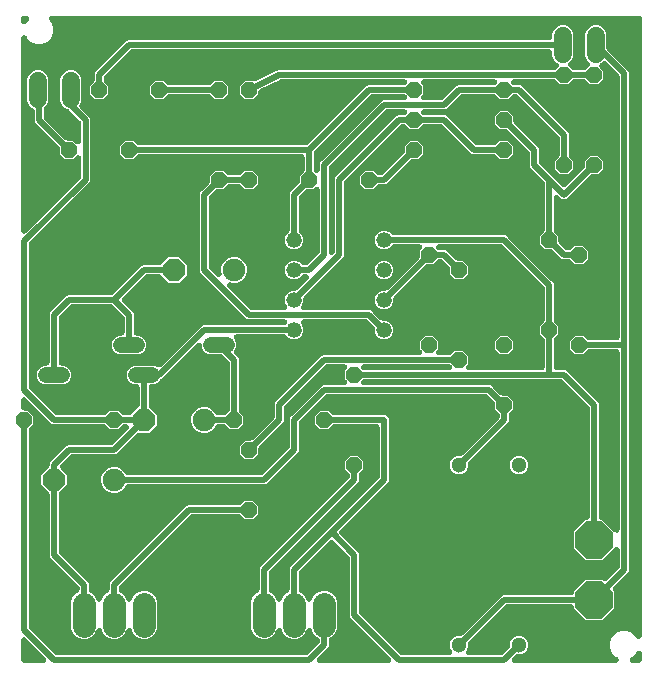
<source format=gbr>
G04 EAGLE Gerber RS-274X export*
G75*
%MOMM*%
%FSLAX34Y34*%
%LPD*%
%INTop Copper*%
%IPPOS*%
%AMOC8*
5,1,8,0,0,1.08239X$1,22.5*%
G01*
%ADD10P,1.429621X8X292.500000*%
%ADD11P,1.429621X8X22.500000*%
%ADD12C,1.905000*%
%ADD13P,2.061953X8X202.500000*%
%ADD14P,1.429621X8X112.500000*%
%ADD15C,1.320800*%
%ADD16P,3.409096X8X22.500000*%
%ADD17C,1.320800*%
%ADD18C,1.524000*%
%ADD19C,1.300000*%
%ADD20C,1.905000*%
%ADD21P,1.429621X8X202.500000*%
%ADD22C,0.508000*%
%ADD23C,0.152400*%

G36*
X251533Y16525D02*
X251533Y16525D01*
X251698Y16532D01*
X251757Y16545D01*
X251818Y16551D01*
X251977Y16594D01*
X252137Y16630D01*
X252194Y16653D01*
X252253Y16669D01*
X252401Y16740D01*
X252553Y16803D01*
X252604Y16836D01*
X252659Y16863D01*
X252793Y16958D01*
X252931Y17048D01*
X252989Y17099D01*
X253025Y17125D01*
X253068Y17168D01*
X253165Y17254D01*
X262146Y26235D01*
X262251Y26361D01*
X262363Y26482D01*
X262395Y26533D01*
X262434Y26580D01*
X262516Y26723D01*
X262604Y26862D01*
X262628Y26918D01*
X262658Y26971D01*
X262713Y27126D01*
X262775Y27278D01*
X262788Y27338D01*
X262809Y27395D01*
X262835Y27558D01*
X262870Y27718D01*
X262875Y27795D01*
X262882Y27840D01*
X262881Y27901D01*
X262889Y28030D01*
X262889Y29472D01*
X262870Y29683D01*
X262854Y29894D01*
X262851Y29907D01*
X262849Y29920D01*
X262793Y30125D01*
X262740Y30330D01*
X262734Y30342D01*
X262731Y30354D01*
X262640Y30545D01*
X262551Y30738D01*
X262543Y30749D01*
X262537Y30761D01*
X262415Y30932D01*
X262292Y31107D01*
X262283Y31117D01*
X262275Y31127D01*
X262123Y31275D01*
X261973Y31424D01*
X261962Y31432D01*
X261953Y31441D01*
X261777Y31560D01*
X261603Y31680D01*
X261588Y31687D01*
X261580Y31693D01*
X261543Y31709D01*
X261322Y31818D01*
X260585Y32123D01*
X257548Y35160D01*
X256346Y38061D01*
X256286Y38176D01*
X256234Y38296D01*
X256182Y38376D01*
X256137Y38460D01*
X256058Y38563D01*
X255986Y38672D01*
X255920Y38741D01*
X255862Y38816D01*
X255765Y38903D01*
X255676Y38998D01*
X255598Y39054D01*
X255527Y39118D01*
X255417Y39187D01*
X255312Y39263D01*
X255226Y39305D01*
X255145Y39356D01*
X255025Y39404D01*
X254908Y39461D01*
X254816Y39487D01*
X254727Y39523D01*
X254600Y39549D01*
X254474Y39584D01*
X254379Y39594D01*
X254286Y39613D01*
X254156Y39616D01*
X254026Y39629D01*
X253931Y39621D01*
X253836Y39623D01*
X253707Y39604D01*
X253577Y39593D01*
X253485Y39569D01*
X253391Y39555D01*
X253268Y39512D01*
X253142Y39479D01*
X253055Y39439D01*
X252965Y39408D01*
X252851Y39345D01*
X252733Y39290D01*
X252655Y39235D01*
X252572Y39189D01*
X252471Y39106D01*
X252364Y39032D01*
X252297Y38964D01*
X252223Y38904D01*
X252139Y38805D01*
X252047Y38713D01*
X251993Y38634D01*
X251931Y38561D01*
X251865Y38449D01*
X251791Y38342D01*
X251734Y38225D01*
X251703Y38173D01*
X251688Y38131D01*
X251654Y38061D01*
X250452Y35160D01*
X247415Y32123D01*
X243447Y30479D01*
X239153Y30479D01*
X235185Y32123D01*
X232148Y35160D01*
X230946Y38061D01*
X230886Y38176D01*
X230834Y38296D01*
X230782Y38376D01*
X230737Y38460D01*
X230658Y38563D01*
X230586Y38672D01*
X230520Y38741D01*
X230462Y38816D01*
X230365Y38903D01*
X230276Y38998D01*
X230198Y39054D01*
X230127Y39118D01*
X230017Y39187D01*
X229912Y39263D01*
X229826Y39305D01*
X229745Y39356D01*
X229625Y39404D01*
X229508Y39461D01*
X229416Y39487D01*
X229327Y39523D01*
X229200Y39549D01*
X229074Y39584D01*
X228979Y39594D01*
X228886Y39613D01*
X228756Y39616D01*
X228626Y39629D01*
X228531Y39621D01*
X228436Y39623D01*
X228307Y39604D01*
X228177Y39593D01*
X228085Y39569D01*
X227991Y39555D01*
X227868Y39512D01*
X227742Y39479D01*
X227655Y39439D01*
X227565Y39408D01*
X227451Y39345D01*
X227333Y39290D01*
X227255Y39235D01*
X227172Y39189D01*
X227071Y39106D01*
X226964Y39032D01*
X226897Y38964D01*
X226823Y38904D01*
X226739Y38805D01*
X226647Y38713D01*
X226593Y38634D01*
X226531Y38561D01*
X226465Y38449D01*
X226391Y38342D01*
X226334Y38225D01*
X226303Y38173D01*
X226288Y38131D01*
X226254Y38061D01*
X225052Y35160D01*
X222015Y32123D01*
X218047Y30479D01*
X213753Y30479D01*
X209785Y32123D01*
X206748Y35160D01*
X205104Y39128D01*
X205104Y62472D01*
X206748Y66440D01*
X209785Y69477D01*
X210522Y69782D01*
X210709Y69880D01*
X210899Y69977D01*
X210909Y69985D01*
X210921Y69991D01*
X211089Y70121D01*
X211257Y70249D01*
X211266Y70259D01*
X211277Y70267D01*
X211419Y70424D01*
X211563Y70580D01*
X211570Y70591D01*
X211578Y70601D01*
X211691Y70781D01*
X211804Y70960D01*
X211809Y70972D01*
X211816Y70983D01*
X211895Y71180D01*
X211975Y71376D01*
X211978Y71389D01*
X211983Y71402D01*
X212025Y71608D01*
X212070Y71817D01*
X212071Y71832D01*
X212073Y71843D01*
X212074Y71882D01*
X212089Y72128D01*
X212089Y89658D01*
X212669Y91059D01*
X287546Y165935D01*
X287651Y166061D01*
X287763Y166182D01*
X287795Y166233D01*
X287834Y166280D01*
X287916Y166423D01*
X288004Y166562D01*
X288028Y166618D01*
X288058Y166671D01*
X288113Y166826D01*
X288175Y166978D01*
X288188Y167038D01*
X288209Y167095D01*
X288235Y167258D01*
X288270Y167418D01*
X288275Y167495D01*
X288282Y167540D01*
X288281Y167601D01*
X288289Y167730D01*
X288289Y169422D01*
X288275Y169586D01*
X288268Y169751D01*
X288255Y169810D01*
X288249Y169871D01*
X288206Y170030D01*
X288170Y170190D01*
X288147Y170246D01*
X288131Y170305D01*
X288060Y170453D01*
X287997Y170606D01*
X287964Y170657D01*
X287937Y170712D01*
X287842Y170845D01*
X287752Y170984D01*
X287701Y171042D01*
X287675Y171078D01*
X287632Y171120D01*
X287546Y171218D01*
X284225Y174538D01*
X284225Y181062D01*
X288838Y185675D01*
X295362Y185675D01*
X299975Y181062D01*
X299975Y174538D01*
X296654Y171218D01*
X296549Y171092D01*
X296437Y170971D01*
X296405Y170919D01*
X296366Y170873D01*
X296284Y170730D01*
X296196Y170591D01*
X296172Y170534D01*
X296142Y170482D01*
X296087Y170327D01*
X296025Y170174D01*
X296012Y170115D01*
X295991Y170057D01*
X295965Y169895D01*
X295930Y169734D01*
X295925Y169657D01*
X295918Y169613D01*
X295919Y169552D01*
X295911Y169422D01*
X295911Y164342D01*
X295331Y162941D01*
X220454Y88065D01*
X220360Y87952D01*
X220349Y87941D01*
X220344Y87934D01*
X220237Y87818D01*
X220205Y87767D01*
X220166Y87720D01*
X220084Y87577D01*
X219996Y87438D01*
X219972Y87382D01*
X219942Y87329D01*
X219887Y87174D01*
X219825Y87022D01*
X219812Y86962D01*
X219791Y86905D01*
X219765Y86742D01*
X219730Y86582D01*
X219725Y86505D01*
X219718Y86460D01*
X219719Y86399D01*
X219711Y86270D01*
X219711Y72128D01*
X219730Y71917D01*
X219746Y71706D01*
X219749Y71693D01*
X219751Y71680D01*
X219807Y71475D01*
X219860Y71270D01*
X219866Y71258D01*
X219869Y71246D01*
X219960Y71055D01*
X220049Y70862D01*
X220057Y70851D01*
X220063Y70839D01*
X220185Y70668D01*
X220308Y70493D01*
X220317Y70483D01*
X220325Y70473D01*
X220477Y70325D01*
X220627Y70176D01*
X220638Y70168D01*
X220647Y70159D01*
X220824Y70040D01*
X220997Y69920D01*
X221012Y69913D01*
X221020Y69907D01*
X221057Y69891D01*
X221278Y69782D01*
X222015Y69477D01*
X225052Y66440D01*
X226254Y63539D01*
X226314Y63423D01*
X226366Y63304D01*
X226418Y63224D01*
X226463Y63140D01*
X226542Y63037D01*
X226614Y62928D01*
X226680Y62859D01*
X226738Y62784D01*
X226835Y62696D01*
X226925Y62602D01*
X227002Y62546D01*
X227073Y62482D01*
X227183Y62413D01*
X227288Y62336D01*
X227374Y62295D01*
X227455Y62244D01*
X227576Y62196D01*
X227692Y62139D01*
X227784Y62113D01*
X227873Y62077D01*
X228001Y62051D01*
X228126Y62016D01*
X228221Y62006D01*
X228314Y61987D01*
X228444Y61984D01*
X228574Y61971D01*
X228669Y61979D01*
X228764Y61977D01*
X228893Y61996D01*
X229023Y62007D01*
X229115Y62031D01*
X229209Y62045D01*
X229332Y62088D01*
X229458Y62121D01*
X229545Y62161D01*
X229635Y62192D01*
X229749Y62255D01*
X229867Y62310D01*
X229945Y62365D01*
X230028Y62411D01*
X230129Y62493D01*
X230236Y62568D01*
X230303Y62636D01*
X230377Y62696D01*
X230461Y62795D01*
X230553Y62887D01*
X230607Y62966D01*
X230669Y63039D01*
X230735Y63151D01*
X230809Y63258D01*
X230866Y63375D01*
X230897Y63427D01*
X230912Y63469D01*
X230946Y63539D01*
X232148Y66440D01*
X235185Y69477D01*
X235922Y69782D01*
X236109Y69880D01*
X236299Y69977D01*
X236309Y69985D01*
X236321Y69991D01*
X236489Y70121D01*
X236657Y70249D01*
X236666Y70259D01*
X236677Y70267D01*
X236819Y70424D01*
X236963Y70580D01*
X236970Y70591D01*
X236978Y70601D01*
X237091Y70781D01*
X237204Y70960D01*
X237209Y70972D01*
X237216Y70983D01*
X237295Y71180D01*
X237375Y71376D01*
X237378Y71389D01*
X237383Y71402D01*
X237425Y71608D01*
X237470Y71817D01*
X237471Y71832D01*
X237473Y71843D01*
X237474Y71882D01*
X237489Y72128D01*
X237489Y89658D01*
X238069Y91059D01*
X269462Y122451D01*
X269462Y122452D01*
X271248Y124237D01*
X271249Y124238D01*
X312946Y165935D01*
X313051Y166061D01*
X313163Y166182D01*
X313195Y166233D01*
X313234Y166280D01*
X313316Y166423D01*
X313404Y166562D01*
X313428Y166618D01*
X313458Y166671D01*
X313513Y166826D01*
X313575Y166978D01*
X313588Y167038D01*
X313609Y167095D01*
X313635Y167258D01*
X313670Y167418D01*
X313675Y167495D01*
X313682Y167540D01*
X313681Y167601D01*
X313689Y167730D01*
X313689Y209550D01*
X313686Y209585D01*
X313688Y209619D01*
X313666Y209808D01*
X313649Y209999D01*
X313640Y210032D01*
X313636Y210066D01*
X313581Y210249D01*
X313531Y210433D01*
X313516Y210464D01*
X313506Y210497D01*
X313419Y210668D01*
X313337Y210840D01*
X313317Y210868D01*
X313302Y210899D01*
X313186Y211050D01*
X313075Y211206D01*
X313050Y211230D01*
X313030Y211257D01*
X312890Y211386D01*
X312753Y211520D01*
X312724Y211539D01*
X312698Y211563D01*
X312537Y211665D01*
X312380Y211772D01*
X312348Y211786D01*
X312319Y211804D01*
X312142Y211877D01*
X311968Y211954D01*
X311934Y211962D01*
X311902Y211975D01*
X311715Y212015D01*
X311530Y212061D01*
X311496Y212063D01*
X311462Y212070D01*
X311150Y212089D01*
X275078Y212089D01*
X274914Y212075D01*
X274749Y212068D01*
X274690Y212055D01*
X274629Y212049D01*
X274470Y212006D01*
X274310Y211970D01*
X274254Y211947D01*
X274195Y211931D01*
X274046Y211860D01*
X273894Y211797D01*
X273843Y211764D01*
X273788Y211737D01*
X273654Y211642D01*
X273516Y211552D01*
X273458Y211501D01*
X273422Y211475D01*
X273379Y211432D01*
X273282Y211346D01*
X269962Y208025D01*
X263438Y208025D01*
X258825Y212638D01*
X258825Y219162D01*
X263438Y223775D01*
X269962Y223775D01*
X273282Y220454D01*
X273408Y220349D01*
X273529Y220237D01*
X273581Y220205D01*
X273627Y220166D01*
X273770Y220084D01*
X273909Y219996D01*
X273965Y219972D01*
X274018Y219942D01*
X274173Y219887D01*
X274325Y219825D01*
X274385Y219812D01*
X274443Y219791D01*
X274605Y219765D01*
X274766Y219730D01*
X274843Y219725D01*
X274887Y219718D01*
X274948Y219719D01*
X275078Y219711D01*
X318258Y219711D01*
X319659Y219131D01*
X320731Y218059D01*
X321311Y216658D01*
X321311Y164342D01*
X320731Y162941D01*
X319302Y161513D01*
X319301Y161512D01*
X280235Y122446D01*
X280212Y122419D01*
X280187Y122396D01*
X280069Y122247D01*
X279946Y122100D01*
X279929Y122070D01*
X279907Y122043D01*
X279817Y121875D01*
X279722Y121709D01*
X279711Y121677D01*
X279694Y121646D01*
X279636Y121465D01*
X279572Y121285D01*
X279566Y121251D01*
X279555Y121218D01*
X279529Y121029D01*
X279498Y120841D01*
X279499Y120806D01*
X279494Y120772D01*
X279502Y120581D01*
X279504Y120390D01*
X279511Y120356D01*
X279512Y120322D01*
X279554Y120136D01*
X279590Y119948D01*
X279602Y119916D01*
X279610Y119882D01*
X279683Y119706D01*
X279752Y119528D01*
X279770Y119499D01*
X279783Y119467D01*
X279887Y119307D01*
X279986Y119144D01*
X280009Y119118D01*
X280028Y119089D01*
X280235Y118854D01*
X295331Y103759D01*
X295911Y102358D01*
X295911Y53430D01*
X295925Y53267D01*
X295932Y53102D01*
X295945Y53043D01*
X295951Y52982D01*
X295994Y52823D01*
X296030Y52663D01*
X296053Y52606D01*
X296069Y52547D01*
X296140Y52399D01*
X296203Y52247D01*
X296236Y52196D01*
X296263Y52141D01*
X296358Y52007D01*
X296448Y51869D01*
X296499Y51811D01*
X296525Y51775D01*
X296568Y51732D01*
X296654Y51635D01*
X331035Y17254D01*
X331161Y17149D01*
X331282Y17037D01*
X331333Y17005D01*
X331380Y16966D01*
X331523Y16884D01*
X331662Y16796D01*
X331718Y16772D01*
X331771Y16742D01*
X331926Y16687D01*
X332078Y16625D01*
X332138Y16612D01*
X332195Y16591D01*
X332358Y16565D01*
X332518Y16530D01*
X332595Y16525D01*
X332640Y16518D01*
X332701Y16519D01*
X332830Y16511D01*
X372770Y16511D01*
X372899Y16522D01*
X373029Y16524D01*
X373123Y16542D01*
X373218Y16551D01*
X373344Y16585D01*
X373471Y16610D01*
X373560Y16644D01*
X373652Y16669D01*
X373770Y16725D01*
X373891Y16772D01*
X373973Y16822D01*
X374059Y16863D01*
X374165Y16938D01*
X374276Y17006D01*
X374347Y17069D01*
X374425Y17125D01*
X374516Y17218D01*
X374613Y17304D01*
X374673Y17379D01*
X374739Y17447D01*
X374812Y17555D01*
X374893Y17657D01*
X374938Y17741D01*
X374991Y17820D01*
X375044Y17939D01*
X375105Y18054D01*
X375135Y18145D01*
X375173Y18232D01*
X375204Y18359D01*
X375244Y18482D01*
X375258Y18577D01*
X375280Y18670D01*
X375288Y18799D01*
X375306Y18928D01*
X375302Y19024D01*
X375308Y19119D01*
X375293Y19248D01*
X375287Y19378D01*
X375267Y19471D01*
X375256Y19566D01*
X375218Y19691D01*
X375190Y19818D01*
X375153Y19906D01*
X375125Y19997D01*
X375066Y20113D01*
X375016Y20233D01*
X374964Y20313D01*
X374921Y20399D01*
X374843Y20502D01*
X374772Y20611D01*
X374686Y20709D01*
X374649Y20757D01*
X374616Y20788D01*
X374565Y20846D01*
X374412Y20998D01*
X373229Y23854D01*
X373229Y26946D01*
X374412Y29802D01*
X376598Y31988D01*
X379454Y33171D01*
X382330Y33171D01*
X382493Y33185D01*
X382658Y33192D01*
X382717Y33205D01*
X382778Y33211D01*
X382937Y33254D01*
X383097Y33290D01*
X383154Y33313D01*
X383213Y33329D01*
X383361Y33400D01*
X383513Y33463D01*
X383564Y33496D01*
X383619Y33523D01*
X383753Y33618D01*
X383891Y33708D01*
X383949Y33759D01*
X383985Y33785D01*
X384028Y33828D01*
X384125Y33914D01*
X416941Y66731D01*
X418342Y67311D01*
X475742Y67311D01*
X475777Y67314D01*
X475811Y67312D01*
X476000Y67334D01*
X476191Y67351D01*
X476224Y67360D01*
X476258Y67364D01*
X476441Y67419D01*
X476625Y67469D01*
X476656Y67484D01*
X476689Y67494D01*
X476860Y67581D01*
X477032Y67663D01*
X477060Y67683D01*
X477091Y67698D01*
X477243Y67814D01*
X477398Y67925D01*
X477422Y67950D01*
X477449Y67970D01*
X477578Y68110D01*
X477712Y68247D01*
X477731Y68276D01*
X477755Y68302D01*
X477857Y68463D01*
X477964Y68620D01*
X477978Y68652D01*
X477996Y68681D01*
X478069Y68858D01*
X478146Y69032D01*
X478154Y69066D01*
X478167Y69098D01*
X478207Y69285D01*
X478253Y69470D01*
X478255Y69504D01*
X478262Y69538D01*
X478281Y69850D01*
X478281Y70549D01*
X488251Y80519D01*
X502349Y80519D01*
X502844Y80024D01*
X502871Y80002D01*
X502893Y79976D01*
X503043Y79858D01*
X503189Y79735D01*
X503219Y79718D01*
X503247Y79697D01*
X503414Y79607D01*
X503580Y79512D01*
X503613Y79500D01*
X503643Y79484D01*
X503824Y79425D01*
X504004Y79361D01*
X504039Y79355D01*
X504072Y79345D01*
X504261Y79319D01*
X504449Y79288D01*
X504483Y79288D01*
X504518Y79283D01*
X504709Y79291D01*
X504899Y79294D01*
X504933Y79300D01*
X504968Y79302D01*
X505154Y79343D01*
X505341Y79379D01*
X505373Y79392D01*
X505407Y79399D01*
X505583Y79473D01*
X505761Y79542D01*
X505790Y79559D01*
X505823Y79573D01*
X505983Y79677D01*
X506146Y79775D01*
X506172Y79798D01*
X506201Y79817D01*
X506435Y80024D01*
X516146Y89735D01*
X516251Y89861D01*
X516363Y89982D01*
X516395Y90033D01*
X516434Y90080D01*
X516516Y90223D01*
X516604Y90362D01*
X516628Y90418D01*
X516658Y90471D01*
X516713Y90626D01*
X516775Y90778D01*
X516788Y90838D01*
X516809Y90895D01*
X516835Y91058D01*
X516870Y91218D01*
X516875Y91295D01*
X516882Y91340D01*
X516881Y91401D01*
X516889Y91530D01*
X516889Y105691D01*
X516878Y105820D01*
X516876Y105950D01*
X516858Y106044D01*
X516849Y106139D01*
X516815Y106265D01*
X516790Y106392D01*
X516756Y106482D01*
X516731Y106574D01*
X516675Y106691D01*
X516628Y106812D01*
X516578Y106894D01*
X516537Y106980D01*
X516462Y107086D01*
X516394Y107197D01*
X516331Y107269D01*
X516275Y107346D01*
X516182Y107437D01*
X516096Y107535D01*
X516021Y107594D01*
X515953Y107661D01*
X515845Y107733D01*
X515743Y107814D01*
X515659Y107859D01*
X515580Y107913D01*
X515461Y107965D01*
X515346Y108027D01*
X515255Y108056D01*
X515168Y108095D01*
X515041Y108126D01*
X514918Y108166D01*
X514823Y108179D01*
X514730Y108201D01*
X514601Y108209D01*
X514472Y108227D01*
X514376Y108223D01*
X514281Y108229D01*
X514152Y108214D01*
X514022Y108209D01*
X513929Y108188D01*
X513834Y108177D01*
X513709Y108139D01*
X513582Y108111D01*
X513494Y108075D01*
X513403Y108047D01*
X513287Y107988D01*
X513167Y107938D01*
X513086Y107886D01*
X513001Y107842D01*
X512898Y107764D01*
X512789Y107693D01*
X512691Y107607D01*
X512643Y107570D01*
X512612Y107538D01*
X512554Y107486D01*
X502349Y97281D01*
X488251Y97281D01*
X478281Y107251D01*
X478281Y121349D01*
X488251Y131319D01*
X488950Y131319D01*
X488985Y131322D01*
X489019Y131320D01*
X489208Y131342D01*
X489399Y131359D01*
X489432Y131368D01*
X489466Y131372D01*
X489649Y131427D01*
X489833Y131477D01*
X489864Y131492D01*
X489897Y131502D01*
X490068Y131589D01*
X490240Y131671D01*
X490268Y131691D01*
X490299Y131706D01*
X490451Y131822D01*
X490606Y131933D01*
X490630Y131958D01*
X490657Y131978D01*
X490786Y132118D01*
X490920Y132255D01*
X490939Y132284D01*
X490963Y132310D01*
X491065Y132471D01*
X491172Y132628D01*
X491186Y132660D01*
X491204Y132689D01*
X491277Y132866D01*
X491354Y133040D01*
X491362Y133074D01*
X491375Y133106D01*
X491415Y133293D01*
X491461Y133478D01*
X491463Y133512D01*
X491470Y133546D01*
X491489Y133858D01*
X491489Y225970D01*
X491475Y226133D01*
X491468Y226298D01*
X491455Y226357D01*
X491449Y226418D01*
X491406Y226577D01*
X491370Y226737D01*
X491347Y226794D01*
X491331Y226853D01*
X491260Y227001D01*
X491197Y227153D01*
X491164Y227204D01*
X491137Y227259D01*
X491042Y227393D01*
X490952Y227531D01*
X490901Y227589D01*
X490875Y227625D01*
X490832Y227668D01*
X490820Y227681D01*
X490802Y227704D01*
X490787Y227719D01*
X490746Y227765D01*
X469065Y249446D01*
X468939Y249551D01*
X468818Y249663D01*
X468767Y249695D01*
X468720Y249734D01*
X468577Y249816D01*
X468438Y249904D01*
X468382Y249928D01*
X468329Y249958D01*
X468174Y250013D01*
X468022Y250075D01*
X467962Y250088D01*
X467905Y250109D01*
X467742Y250135D01*
X467582Y250170D01*
X467505Y250175D01*
X467460Y250182D01*
X467399Y250181D01*
X467270Y250189D01*
X300478Y250189D01*
X300314Y250175D01*
X300149Y250168D01*
X300090Y250155D01*
X300029Y250149D01*
X299870Y250106D01*
X299710Y250070D01*
X299654Y250047D01*
X299595Y250031D01*
X299447Y249960D01*
X299294Y249897D01*
X299243Y249864D01*
X299188Y249837D01*
X299055Y249742D01*
X298916Y249652D01*
X298858Y249601D01*
X298822Y249575D01*
X298779Y249532D01*
X298682Y249446D01*
X298599Y249346D01*
X298508Y249253D01*
X298488Y249223D01*
X298454Y249173D01*
X298393Y249100D01*
X298329Y248987D01*
X298256Y248880D01*
X298217Y248792D01*
X298170Y248709D01*
X298126Y248587D01*
X298074Y248468D01*
X298051Y248375D01*
X298019Y248285D01*
X297998Y248156D01*
X297967Y248030D01*
X297961Y247935D01*
X297945Y247841D01*
X297947Y247710D01*
X297939Y247581D01*
X297950Y247486D01*
X297952Y247390D01*
X297976Y247263D01*
X297991Y247134D01*
X298019Y247042D01*
X298037Y246948D01*
X298084Y246827D01*
X298122Y246703D01*
X298165Y246618D01*
X298199Y246528D01*
X298267Y246417D01*
X298326Y246301D01*
X298384Y246225D01*
X298433Y246144D01*
X298519Y246046D01*
X298598Y245943D01*
X298668Y245878D01*
X298732Y245806D01*
X298833Y245726D01*
X298929Y245637D01*
X299010Y245586D01*
X299085Y245527D01*
X299199Y245466D01*
X299309Y245396D01*
X299397Y245359D01*
X299482Y245314D01*
X299605Y245274D01*
X299725Y245225D01*
X299819Y245205D01*
X299910Y245175D01*
X300038Y245157D01*
X300166Y245130D01*
X300295Y245122D01*
X300356Y245114D01*
X300401Y245115D01*
X300478Y245111D01*
X407158Y245111D01*
X408559Y244531D01*
X409987Y243102D01*
X409988Y243101D01*
X415871Y237218D01*
X415997Y237113D01*
X416118Y237001D01*
X416169Y236969D01*
X416216Y236930D01*
X416359Y236848D01*
X416498Y236760D01*
X416554Y236736D01*
X416607Y236706D01*
X416762Y236651D01*
X416914Y236589D01*
X416974Y236576D01*
X417031Y236555D01*
X417194Y236529D01*
X417354Y236494D01*
X417431Y236489D01*
X417476Y236482D01*
X417537Y236483D01*
X417666Y236475D01*
X422362Y236475D01*
X426975Y231862D01*
X426975Y225338D01*
X423654Y222018D01*
X423549Y221892D01*
X423437Y221771D01*
X423405Y221719D01*
X423366Y221673D01*
X423284Y221530D01*
X423196Y221391D01*
X423172Y221335D01*
X423142Y221282D01*
X423087Y221127D01*
X423025Y220975D01*
X423012Y220915D01*
X422991Y220857D01*
X422965Y220695D01*
X422930Y220534D01*
X422925Y220457D01*
X422918Y220413D01*
X422919Y220352D01*
X422911Y220222D01*
X422911Y215142D01*
X422331Y213741D01*
X389514Y180925D01*
X389409Y180799D01*
X389297Y180678D01*
X389265Y180627D01*
X389226Y180580D01*
X389144Y180437D01*
X389056Y180298D01*
X389032Y180242D01*
X389002Y180189D01*
X388947Y180034D01*
X388885Y179882D01*
X388872Y179822D01*
X388851Y179765D01*
X388825Y179602D01*
X388790Y179442D01*
X388785Y179365D01*
X388778Y179320D01*
X388779Y179259D01*
X388771Y179130D01*
X388771Y176254D01*
X387588Y173398D01*
X385402Y171212D01*
X382546Y170029D01*
X379454Y170029D01*
X376598Y171212D01*
X374412Y173398D01*
X373229Y176254D01*
X373229Y179346D01*
X374412Y182202D01*
X376598Y184388D01*
X379454Y185571D01*
X382330Y185571D01*
X382493Y185585D01*
X382658Y185592D01*
X382717Y185605D01*
X382778Y185611D01*
X382937Y185654D01*
X383097Y185690D01*
X383154Y185713D01*
X383213Y185729D01*
X383361Y185800D01*
X383513Y185863D01*
X383564Y185896D01*
X383619Y185923D01*
X383753Y186018D01*
X383891Y186108D01*
X383949Y186159D01*
X383985Y186185D01*
X384028Y186228D01*
X384125Y186314D01*
X414546Y216735D01*
X414651Y216861D01*
X414763Y216982D01*
X414795Y217033D01*
X414834Y217080D01*
X414916Y217223D01*
X415004Y217362D01*
X415028Y217418D01*
X415058Y217471D01*
X415113Y217626D01*
X415175Y217778D01*
X415188Y217838D01*
X415209Y217895D01*
X415235Y218058D01*
X415270Y218218D01*
X415275Y218295D01*
X415282Y218340D01*
X415281Y218401D01*
X415289Y218530D01*
X415289Y220222D01*
X415275Y220386D01*
X415268Y220551D01*
X415255Y220610D01*
X415249Y220671D01*
X415206Y220830D01*
X415170Y220990D01*
X415147Y221046D01*
X415131Y221105D01*
X415060Y221254D01*
X414997Y221406D01*
X414964Y221457D01*
X414937Y221512D01*
X414842Y221646D01*
X414752Y221784D01*
X414701Y221842D01*
X414675Y221878D01*
X414632Y221921D01*
X414546Y222018D01*
X411225Y225338D01*
X411225Y230034D01*
X411211Y230197D01*
X411204Y230362D01*
X411191Y230421D01*
X411185Y230482D01*
X411142Y230641D01*
X411106Y230801D01*
X411083Y230858D01*
X411067Y230917D01*
X410996Y231065D01*
X410933Y231217D01*
X410900Y231268D01*
X410873Y231323D01*
X410778Y231457D01*
X410688Y231595D01*
X410637Y231653D01*
X410611Y231689D01*
X410568Y231732D01*
X410482Y231829D01*
X405565Y236746D01*
X405439Y236851D01*
X405318Y236963D01*
X405267Y236995D01*
X405220Y237034D01*
X405077Y237116D01*
X404938Y237204D01*
X404882Y237228D01*
X404829Y237258D01*
X404674Y237313D01*
X404522Y237375D01*
X404462Y237388D01*
X404405Y237409D01*
X404242Y237435D01*
X404082Y237470D01*
X404005Y237475D01*
X403960Y237482D01*
X403899Y237481D01*
X403770Y237489D01*
X269330Y237489D01*
X269167Y237475D01*
X269002Y237468D01*
X268943Y237455D01*
X268882Y237449D01*
X268723Y237406D01*
X268563Y237370D01*
X268506Y237347D01*
X268447Y237331D01*
X268299Y237260D01*
X268147Y237197D01*
X268096Y237164D01*
X268041Y237137D01*
X267907Y237042D01*
X267769Y236952D01*
X267711Y236901D01*
X267675Y236875D01*
X267632Y236832D01*
X267535Y236746D01*
X245854Y215065D01*
X245766Y214959D01*
X245711Y214903D01*
X245699Y214885D01*
X245637Y214818D01*
X245605Y214767D01*
X245566Y214720D01*
X245484Y214577D01*
X245396Y214438D01*
X245372Y214382D01*
X245342Y214329D01*
X245287Y214174D01*
X245225Y214022D01*
X245212Y213962D01*
X245191Y213905D01*
X245165Y213742D01*
X245130Y213582D01*
X245125Y213505D01*
X245118Y213460D01*
X245119Y213399D01*
X245111Y213270D01*
X245111Y189742D01*
X244531Y188341D01*
X243101Y186912D01*
X219488Y163299D01*
X219488Y163298D01*
X218059Y161869D01*
X216658Y161289D01*
X100703Y161289D01*
X100492Y161270D01*
X100281Y161254D01*
X100268Y161251D01*
X100255Y161249D01*
X100050Y161193D01*
X99845Y161140D01*
X99833Y161134D01*
X99821Y161131D01*
X99630Y161040D01*
X99437Y160951D01*
X99426Y160943D01*
X99414Y160937D01*
X99243Y160815D01*
X99068Y160692D01*
X99058Y160683D01*
X99048Y160675D01*
X98900Y160523D01*
X98751Y160373D01*
X98743Y160362D01*
X98734Y160353D01*
X98615Y160176D01*
X98495Y160003D01*
X98488Y159988D01*
X98482Y159980D01*
X98466Y159943D01*
X98357Y159722D01*
X98052Y158985D01*
X95015Y155948D01*
X91047Y154304D01*
X86753Y154304D01*
X82785Y155948D01*
X79748Y158985D01*
X78104Y162953D01*
X78104Y167247D01*
X79748Y171215D01*
X82785Y174252D01*
X86753Y175896D01*
X91047Y175896D01*
X95015Y174252D01*
X98052Y171215D01*
X98357Y170478D01*
X98455Y170291D01*
X98552Y170101D01*
X98560Y170091D01*
X98566Y170079D01*
X98696Y169911D01*
X98824Y169743D01*
X98834Y169734D01*
X98842Y169723D01*
X98999Y169581D01*
X99155Y169437D01*
X99166Y169430D01*
X99176Y169422D01*
X99356Y169309D01*
X99535Y169196D01*
X99547Y169191D01*
X99558Y169184D01*
X99755Y169105D01*
X99951Y169025D01*
X99964Y169022D01*
X99977Y169017D01*
X100183Y168975D01*
X100392Y168930D01*
X100407Y168929D01*
X100418Y168927D01*
X100457Y168926D01*
X100703Y168911D01*
X213270Y168911D01*
X213433Y168925D01*
X213598Y168932D01*
X213657Y168945D01*
X213718Y168951D01*
X213877Y168994D01*
X214037Y169030D01*
X214094Y169053D01*
X214153Y169069D01*
X214301Y169140D01*
X214453Y169203D01*
X214504Y169236D01*
X214559Y169263D01*
X214693Y169358D01*
X214831Y169448D01*
X214889Y169499D01*
X214925Y169525D01*
X214968Y169568D01*
X215065Y169654D01*
X236746Y191335D01*
X236851Y191461D01*
X236963Y191582D01*
X236995Y191633D01*
X237034Y191680D01*
X237116Y191823D01*
X237204Y191962D01*
X237228Y192018D01*
X237258Y192071D01*
X237313Y192226D01*
X237375Y192378D01*
X237388Y192438D01*
X237409Y192495D01*
X237435Y192658D01*
X237470Y192818D01*
X237475Y192895D01*
X237482Y192940D01*
X237481Y193001D01*
X237489Y193130D01*
X237489Y216658D01*
X238069Y218059D01*
X239498Y219487D01*
X239499Y219488D01*
X263112Y243101D01*
X263112Y243102D01*
X264541Y244531D01*
X265942Y245111D01*
X283722Y245111D01*
X283852Y245122D01*
X283982Y245124D01*
X284076Y245142D01*
X284171Y245151D01*
X284297Y245185D01*
X284424Y245210D01*
X284513Y245244D01*
X284605Y245269D01*
X284723Y245325D01*
X284844Y245372D01*
X284926Y245422D01*
X285012Y245463D01*
X285118Y245538D01*
X285229Y245606D01*
X285300Y245669D01*
X285378Y245725D01*
X285469Y245818D01*
X285566Y245904D01*
X285625Y245979D01*
X285692Y246047D01*
X285765Y246155D01*
X285846Y246257D01*
X285891Y246341D01*
X285944Y246420D01*
X285997Y246539D01*
X286058Y246654D01*
X286088Y246745D01*
X286126Y246832D01*
X286157Y246959D01*
X286197Y247082D01*
X286210Y247177D01*
X286233Y247270D01*
X286241Y247399D01*
X286259Y247528D01*
X286255Y247624D01*
X286261Y247719D01*
X286246Y247848D01*
X286240Y247978D01*
X286220Y248071D01*
X286209Y248166D01*
X286171Y248291D01*
X286143Y248418D01*
X286106Y248506D01*
X286078Y248597D01*
X286019Y248713D01*
X285969Y248833D01*
X285917Y248913D01*
X285874Y248999D01*
X285795Y249102D01*
X285725Y249211D01*
X285639Y249309D01*
X285602Y249357D01*
X285569Y249388D01*
X285518Y249446D01*
X284225Y250738D01*
X284225Y257262D01*
X285518Y258554D01*
X285601Y258654D01*
X285692Y258747D01*
X285746Y258827D01*
X285807Y258900D01*
X285871Y259013D01*
X285944Y259120D01*
X285983Y259208D01*
X286030Y259291D01*
X286074Y259413D01*
X286126Y259532D01*
X286149Y259625D01*
X286181Y259715D01*
X286202Y259843D01*
X286233Y259970D01*
X286239Y260065D01*
X286255Y260159D01*
X286253Y260289D01*
X286261Y260419D01*
X286250Y260514D01*
X286248Y260610D01*
X286224Y260737D01*
X286209Y260866D01*
X286181Y260958D01*
X286163Y261052D01*
X286116Y261173D01*
X286078Y261297D01*
X286035Y261383D01*
X286001Y261472D01*
X285933Y261583D01*
X285874Y261699D01*
X285816Y261775D01*
X285767Y261856D01*
X285681Y261954D01*
X285602Y262057D01*
X285532Y262122D01*
X285468Y262194D01*
X285367Y262274D01*
X285271Y262363D01*
X285190Y262414D01*
X285115Y262473D01*
X285001Y262535D01*
X284891Y262604D01*
X284803Y262641D01*
X284719Y262686D01*
X284595Y262726D01*
X284475Y262775D01*
X284381Y262795D01*
X284290Y262825D01*
X284162Y262843D01*
X284034Y262870D01*
X283905Y262878D01*
X283844Y262886D01*
X283799Y262885D01*
X283722Y262889D01*
X269330Y262889D01*
X269167Y262875D01*
X269002Y262868D01*
X268943Y262855D01*
X268882Y262849D01*
X268723Y262806D01*
X268563Y262770D01*
X268506Y262747D01*
X268447Y262731D01*
X268299Y262660D01*
X268147Y262597D01*
X268096Y262564D01*
X268041Y262537D01*
X267907Y262442D01*
X267769Y262352D01*
X267711Y262301D01*
X267675Y262275D01*
X267632Y262232D01*
X267535Y262146D01*
X233154Y227765D01*
X233067Y227660D01*
X233008Y227600D01*
X232994Y227580D01*
X232937Y227518D01*
X232905Y227467D01*
X232866Y227420D01*
X232784Y227277D01*
X232696Y227138D01*
X232672Y227082D01*
X232642Y227029D01*
X232587Y226874D01*
X232525Y226722D01*
X232512Y226662D01*
X232491Y226605D01*
X232465Y226442D01*
X232430Y226282D01*
X232425Y226205D01*
X232418Y226160D01*
X232419Y226099D01*
X232411Y225970D01*
X232411Y215142D01*
X231831Y213741D01*
X230401Y212312D01*
X211818Y193729D01*
X211713Y193603D01*
X211601Y193482D01*
X211569Y193431D01*
X211530Y193384D01*
X211448Y193241D01*
X211360Y193102D01*
X211336Y193046D01*
X211306Y192993D01*
X211251Y192838D01*
X211189Y192686D01*
X211176Y192626D01*
X211155Y192569D01*
X211129Y192406D01*
X211094Y192246D01*
X211089Y192169D01*
X211082Y192124D01*
X211083Y192063D01*
X211075Y191934D01*
X211075Y187238D01*
X206462Y182625D01*
X199938Y182625D01*
X195325Y187238D01*
X195325Y193762D01*
X199938Y198375D01*
X204634Y198375D01*
X204797Y198389D01*
X204962Y198396D01*
X205021Y198409D01*
X205082Y198415D01*
X205241Y198458D01*
X205401Y198494D01*
X205458Y198517D01*
X205517Y198533D01*
X205665Y198604D01*
X205817Y198667D01*
X205868Y198700D01*
X205923Y198727D01*
X206057Y198822D01*
X206195Y198912D01*
X206253Y198963D01*
X206289Y198989D01*
X206332Y199032D01*
X206429Y199118D01*
X224046Y216735D01*
X224151Y216861D01*
X224263Y216982D01*
X224295Y217033D01*
X224334Y217080D01*
X224416Y217223D01*
X224504Y217362D01*
X224528Y217418D01*
X224558Y217471D01*
X224613Y217626D01*
X224675Y217778D01*
X224688Y217838D01*
X224709Y217895D01*
X224735Y218058D01*
X224770Y218218D01*
X224775Y218295D01*
X224782Y218340D01*
X224781Y218401D01*
X224789Y218530D01*
X224789Y229358D01*
X225369Y230759D01*
X264541Y269931D01*
X265942Y270511D01*
X347222Y270511D01*
X347352Y270522D01*
X347482Y270524D01*
X347576Y270542D01*
X347671Y270551D01*
X347797Y270585D01*
X347924Y270610D01*
X348013Y270644D01*
X348105Y270669D01*
X348223Y270725D01*
X348344Y270772D01*
X348426Y270822D01*
X348512Y270863D01*
X348618Y270938D01*
X348729Y271006D01*
X348800Y271069D01*
X348878Y271125D01*
X348969Y271218D01*
X349066Y271304D01*
X349125Y271379D01*
X349192Y271447D01*
X349265Y271555D01*
X349346Y271657D01*
X349391Y271741D01*
X349444Y271820D01*
X349497Y271939D01*
X349558Y272054D01*
X349588Y272145D01*
X349626Y272232D01*
X349657Y272359D01*
X349697Y272482D01*
X349710Y272577D01*
X349733Y272670D01*
X349741Y272799D01*
X349759Y272928D01*
X349755Y273024D01*
X349761Y273119D01*
X349746Y273248D01*
X349740Y273378D01*
X349720Y273471D01*
X349709Y273566D01*
X349671Y273691D01*
X349643Y273818D01*
X349606Y273906D01*
X349578Y273997D01*
X349519Y274113D01*
X349469Y274233D01*
X349417Y274313D01*
X349374Y274399D01*
X349295Y274502D01*
X349225Y274611D01*
X349139Y274709D01*
X349102Y274757D01*
X349069Y274788D01*
X349018Y274846D01*
X347725Y276138D01*
X347725Y282662D01*
X352338Y287275D01*
X358862Y287275D01*
X363475Y282662D01*
X363475Y276138D01*
X362182Y274846D01*
X362099Y274746D01*
X362008Y274653D01*
X361954Y274573D01*
X361893Y274500D01*
X361829Y274387D01*
X361756Y274280D01*
X361717Y274192D01*
X361670Y274109D01*
X361626Y273987D01*
X361574Y273868D01*
X361551Y273775D01*
X361519Y273685D01*
X361498Y273557D01*
X361467Y273430D01*
X361461Y273335D01*
X361445Y273241D01*
X361447Y273111D01*
X361439Y272981D01*
X361450Y272886D01*
X361452Y272790D01*
X361476Y272663D01*
X361491Y272534D01*
X361519Y272442D01*
X361537Y272348D01*
X361584Y272227D01*
X361622Y272103D01*
X361665Y272017D01*
X361699Y271928D01*
X361767Y271817D01*
X361826Y271701D01*
X361884Y271625D01*
X361933Y271544D01*
X362019Y271446D01*
X362098Y271343D01*
X362168Y271278D01*
X362232Y271206D01*
X362333Y271126D01*
X362429Y271037D01*
X362510Y270986D01*
X362585Y270927D01*
X362699Y270865D01*
X362809Y270796D01*
X362897Y270759D01*
X362981Y270714D01*
X363105Y270674D01*
X363225Y270625D01*
X363319Y270605D01*
X363410Y270575D01*
X363538Y270557D01*
X363666Y270530D01*
X363795Y270522D01*
X363856Y270514D01*
X363901Y270515D01*
X363978Y270511D01*
X372622Y270511D01*
X372786Y270525D01*
X372951Y270532D01*
X373010Y270545D01*
X373071Y270551D01*
X373230Y270594D01*
X373390Y270630D01*
X373446Y270653D01*
X373505Y270669D01*
X373654Y270740D01*
X373806Y270803D01*
X373857Y270836D01*
X373912Y270863D01*
X374046Y270958D01*
X374184Y271048D01*
X374242Y271099D01*
X374278Y271125D01*
X374321Y271168D01*
X374418Y271254D01*
X377738Y274575D01*
X384262Y274575D01*
X388875Y269962D01*
X388875Y263438D01*
X387582Y262146D01*
X387499Y262046D01*
X387408Y261953D01*
X387354Y261873D01*
X387293Y261800D01*
X387229Y261687D01*
X387156Y261580D01*
X387117Y261492D01*
X387070Y261409D01*
X387026Y261287D01*
X386974Y261168D01*
X386951Y261075D01*
X386919Y260985D01*
X386898Y260857D01*
X386867Y260730D01*
X386861Y260635D01*
X386845Y260541D01*
X386847Y260411D01*
X386839Y260281D01*
X386850Y260186D01*
X386852Y260090D01*
X386876Y259963D01*
X386891Y259834D01*
X386919Y259742D01*
X386937Y259648D01*
X386984Y259527D01*
X387022Y259403D01*
X387065Y259317D01*
X387099Y259228D01*
X387167Y259117D01*
X387226Y259001D01*
X387284Y258925D01*
X387333Y258844D01*
X387419Y258746D01*
X387498Y258643D01*
X387568Y258578D01*
X387632Y258506D01*
X387733Y258426D01*
X387829Y258337D01*
X387910Y258286D01*
X387985Y258227D01*
X388099Y258165D01*
X388209Y258096D01*
X388297Y258059D01*
X388381Y258014D01*
X388505Y257974D01*
X388625Y257925D01*
X388719Y257905D01*
X388810Y257875D01*
X388938Y257857D01*
X389066Y257830D01*
X389195Y257822D01*
X389256Y257814D01*
X389301Y257815D01*
X389378Y257811D01*
X450850Y257811D01*
X450885Y257814D01*
X450919Y257812D01*
X451108Y257834D01*
X451299Y257851D01*
X451332Y257860D01*
X451366Y257864D01*
X451549Y257919D01*
X451733Y257969D01*
X451764Y257984D01*
X451797Y257994D01*
X451968Y258081D01*
X452140Y258163D01*
X452168Y258183D01*
X452199Y258198D01*
X452350Y258314D01*
X452506Y258425D01*
X452530Y258450D01*
X452557Y258470D01*
X452686Y258610D01*
X452820Y258747D01*
X452839Y258776D01*
X452863Y258802D01*
X452965Y258963D01*
X453072Y259120D01*
X453086Y259152D01*
X453104Y259181D01*
X453177Y259358D01*
X453254Y259532D01*
X453262Y259566D01*
X453275Y259598D01*
X453315Y259785D01*
X453361Y259970D01*
X453363Y260004D01*
X453370Y260038D01*
X453389Y260350D01*
X453389Y283722D01*
X453375Y283886D01*
X453368Y284051D01*
X453355Y284110D01*
X453349Y284171D01*
X453306Y284330D01*
X453270Y284490D01*
X453247Y284546D01*
X453231Y284605D01*
X453160Y284754D01*
X453097Y284906D01*
X453064Y284957D01*
X453037Y285012D01*
X452942Y285146D01*
X452852Y285284D01*
X452801Y285342D01*
X452775Y285378D01*
X452732Y285421D01*
X452646Y285518D01*
X449325Y288838D01*
X449325Y295362D01*
X452646Y298682D01*
X452751Y298808D01*
X452863Y298929D01*
X452895Y298981D01*
X452934Y299027D01*
X453016Y299170D01*
X453104Y299309D01*
X453128Y299365D01*
X453158Y299418D01*
X453213Y299573D01*
X453275Y299725D01*
X453288Y299785D01*
X453309Y299843D01*
X453335Y300005D01*
X453370Y300166D01*
X453375Y300243D01*
X453382Y300287D01*
X453381Y300348D01*
X453389Y300478D01*
X453389Y327570D01*
X453386Y327603D01*
X453388Y327636D01*
X453373Y327764D01*
X453368Y327898D01*
X453355Y327957D01*
X453349Y328018D01*
X453340Y328054D01*
X453336Y328083D01*
X453301Y328200D01*
X453270Y328337D01*
X453247Y328394D01*
X453231Y328453D01*
X453214Y328489D01*
X453206Y328514D01*
X453153Y328617D01*
X453097Y328753D01*
X453064Y328804D01*
X453037Y328859D01*
X453012Y328894D01*
X453002Y328916D01*
X452935Y329003D01*
X452852Y329131D01*
X452801Y329189D01*
X452775Y329225D01*
X452742Y329257D01*
X452730Y329274D01*
X452710Y329292D01*
X452646Y329365D01*
X418265Y363746D01*
X418139Y363851D01*
X418018Y363963D01*
X417967Y363995D01*
X417920Y364034D01*
X417777Y364116D01*
X417638Y364204D01*
X417582Y364228D01*
X417529Y364258D01*
X417374Y364313D01*
X417222Y364375D01*
X417162Y364388D01*
X417105Y364409D01*
X416942Y364435D01*
X416782Y364470D01*
X416705Y364475D01*
X416660Y364482D01*
X416599Y364481D01*
X416470Y364489D01*
X363978Y364489D01*
X363848Y364478D01*
X363718Y364476D01*
X363624Y364458D01*
X363529Y364449D01*
X363404Y364415D01*
X363276Y364390D01*
X363187Y364356D01*
X363095Y364331D01*
X362977Y364275D01*
X362856Y364228D01*
X362774Y364178D01*
X362688Y364137D01*
X362583Y364062D01*
X362471Y363994D01*
X362400Y363931D01*
X362322Y363875D01*
X362231Y363782D01*
X362134Y363696D01*
X362075Y363621D01*
X362008Y363553D01*
X361935Y363445D01*
X361854Y363343D01*
X361809Y363259D01*
X361756Y363180D01*
X361703Y363061D01*
X361642Y362946D01*
X361612Y362855D01*
X361574Y362768D01*
X361543Y362641D01*
X361503Y362518D01*
X361490Y362423D01*
X361467Y362330D01*
X361459Y362201D01*
X361441Y362072D01*
X361445Y361976D01*
X361439Y361881D01*
X361454Y361752D01*
X361460Y361622D01*
X361480Y361529D01*
X361491Y361434D01*
X361529Y361309D01*
X361557Y361182D01*
X361594Y361094D01*
X361622Y361003D01*
X361681Y360887D01*
X361731Y360767D01*
X361783Y360686D01*
X361826Y360601D01*
X361904Y360498D01*
X361975Y360389D01*
X362061Y360291D01*
X362098Y360243D01*
X362131Y360212D01*
X362182Y360154D01*
X362308Y360049D01*
X362429Y359937D01*
X362481Y359905D01*
X362527Y359866D01*
X362670Y359784D01*
X362809Y359696D01*
X362865Y359672D01*
X362918Y359642D01*
X363073Y359587D01*
X363225Y359525D01*
X363285Y359512D01*
X363343Y359491D01*
X363505Y359465D01*
X363666Y359430D01*
X363743Y359425D01*
X363787Y359418D01*
X363848Y359419D01*
X363978Y359411D01*
X369058Y359411D01*
X370459Y358831D01*
X377771Y351518D01*
X377897Y351413D01*
X378018Y351301D01*
X378069Y351269D01*
X378116Y351230D01*
X378259Y351148D01*
X378398Y351060D01*
X378454Y351036D01*
X378507Y351006D01*
X378662Y350951D01*
X378814Y350889D01*
X378874Y350876D01*
X378931Y350855D01*
X379094Y350829D01*
X379254Y350794D01*
X379331Y350789D01*
X379376Y350782D01*
X379437Y350783D01*
X379566Y350775D01*
X384262Y350775D01*
X388875Y346162D01*
X388875Y339638D01*
X384262Y335025D01*
X377738Y335025D01*
X373125Y339638D01*
X373125Y344334D01*
X373111Y344497D01*
X373104Y344662D01*
X373091Y344721D01*
X373085Y344782D01*
X373042Y344941D01*
X373006Y345101D01*
X372983Y345158D01*
X372967Y345217D01*
X372896Y345365D01*
X372833Y345517D01*
X372800Y345568D01*
X372773Y345623D01*
X372678Y345757D01*
X372588Y345895D01*
X372537Y345953D01*
X372511Y345989D01*
X372468Y346032D01*
X372382Y346129D01*
X367465Y351046D01*
X367339Y351151D01*
X367218Y351263D01*
X367167Y351295D01*
X367120Y351334D01*
X366977Y351416D01*
X366838Y351504D01*
X366782Y351528D01*
X366729Y351558D01*
X366574Y351613D01*
X366422Y351675D01*
X366362Y351688D01*
X366305Y351709D01*
X366142Y351735D01*
X365982Y351770D01*
X365905Y351775D01*
X365860Y351782D01*
X365799Y351781D01*
X365670Y351789D01*
X363978Y351789D01*
X363814Y351775D01*
X363649Y351768D01*
X363590Y351755D01*
X363529Y351749D01*
X363370Y351706D01*
X363210Y351670D01*
X363154Y351647D01*
X363095Y351631D01*
X362946Y351560D01*
X362794Y351497D01*
X362743Y351464D01*
X362688Y351437D01*
X362554Y351342D01*
X362416Y351252D01*
X362358Y351201D01*
X362322Y351175D01*
X362279Y351132D01*
X362182Y351046D01*
X358862Y347725D01*
X354166Y347725D01*
X354003Y347711D01*
X353838Y347704D01*
X353779Y347691D01*
X353718Y347685D01*
X353559Y347642D01*
X353399Y347606D01*
X353342Y347583D01*
X353283Y347567D01*
X353135Y347496D01*
X352983Y347433D01*
X352932Y347400D01*
X352877Y347373D01*
X352743Y347278D01*
X352605Y347188D01*
X352547Y347137D01*
X352511Y347111D01*
X352468Y347068D01*
X352371Y346982D01*
X326118Y320729D01*
X326013Y320603D01*
X325901Y320482D01*
X325869Y320431D01*
X325830Y320384D01*
X325748Y320241D01*
X325660Y320102D01*
X325636Y320046D01*
X325606Y319993D01*
X325551Y319838D01*
X325489Y319686D01*
X325476Y319626D01*
X325455Y319569D01*
X325429Y319406D01*
X325394Y319246D01*
X325389Y319169D01*
X325382Y319124D01*
X325383Y319063D01*
X325375Y318934D01*
X325375Y315934D01*
X324176Y313039D01*
X321961Y310824D01*
X319066Y309625D01*
X315934Y309625D01*
X313039Y310824D01*
X310824Y313039D01*
X309625Y315934D01*
X309625Y319066D01*
X310824Y321961D01*
X313039Y324176D01*
X315934Y325375D01*
X318934Y325375D01*
X319097Y325389D01*
X319262Y325396D01*
X319321Y325409D01*
X319382Y325415D01*
X319541Y325458D01*
X319701Y325494D01*
X319758Y325517D01*
X319817Y325533D01*
X319965Y325604D01*
X320117Y325667D01*
X320168Y325700D01*
X320223Y325727D01*
X320357Y325822D01*
X320495Y325912D01*
X320553Y325963D01*
X320589Y325989D01*
X320632Y326032D01*
X320729Y326118D01*
X346982Y352371D01*
X347087Y352497D01*
X347199Y352618D01*
X347231Y352669D01*
X347270Y352716D01*
X347352Y352859D01*
X347440Y352998D01*
X347464Y353054D01*
X347494Y353107D01*
X347549Y353262D01*
X347611Y353414D01*
X347624Y353474D01*
X347645Y353531D01*
X347671Y353694D01*
X347706Y353854D01*
X347711Y353931D01*
X347718Y353976D01*
X347717Y354037D01*
X347725Y354166D01*
X347725Y358862D01*
X349018Y360154D01*
X349101Y360254D01*
X349192Y360347D01*
X349246Y360427D01*
X349307Y360500D01*
X349371Y360613D01*
X349444Y360720D01*
X349483Y360808D01*
X349530Y360891D01*
X349574Y361013D01*
X349626Y361132D01*
X349649Y361225D01*
X349681Y361315D01*
X349702Y361443D01*
X349733Y361570D01*
X349739Y361665D01*
X349755Y361759D01*
X349753Y361889D01*
X349761Y362019D01*
X349750Y362114D01*
X349748Y362210D01*
X349724Y362337D01*
X349709Y362466D01*
X349681Y362558D01*
X349663Y362652D01*
X349616Y362773D01*
X349578Y362897D01*
X349535Y362983D01*
X349501Y363072D01*
X349433Y363183D01*
X349374Y363299D01*
X349316Y363375D01*
X349267Y363456D01*
X349181Y363554D01*
X349102Y363657D01*
X349032Y363722D01*
X348968Y363794D01*
X348867Y363874D01*
X348771Y363963D01*
X348690Y364014D01*
X348615Y364073D01*
X348501Y364135D01*
X348391Y364204D01*
X348303Y364241D01*
X348219Y364286D01*
X348095Y364326D01*
X347975Y364375D01*
X347881Y364395D01*
X347790Y364425D01*
X347662Y364443D01*
X347534Y364470D01*
X347405Y364478D01*
X347344Y364486D01*
X347299Y364485D01*
X347222Y364489D01*
X325878Y364489D01*
X325714Y364475D01*
X325549Y364468D01*
X325490Y364455D01*
X325429Y364449D01*
X325270Y364406D01*
X325110Y364370D01*
X325054Y364347D01*
X324995Y364331D01*
X324847Y364260D01*
X324694Y364197D01*
X324643Y364164D01*
X324588Y364137D01*
X324455Y364042D01*
X324316Y363952D01*
X324258Y363901D01*
X324222Y363875D01*
X324180Y363832D01*
X324082Y363746D01*
X321961Y361624D01*
X319066Y360425D01*
X315934Y360425D01*
X313039Y361624D01*
X310824Y363839D01*
X309625Y366734D01*
X309625Y369866D01*
X310824Y372761D01*
X313039Y374976D01*
X315934Y376175D01*
X319066Y376175D01*
X321961Y374976D01*
X324082Y372854D01*
X324208Y372749D01*
X324329Y372637D01*
X324381Y372605D01*
X324427Y372566D01*
X324570Y372484D01*
X324709Y372396D01*
X324766Y372372D01*
X324818Y372342D01*
X324973Y372287D01*
X325126Y372225D01*
X325185Y372212D01*
X325243Y372191D01*
X325405Y372165D01*
X325566Y372130D01*
X325643Y372125D01*
X325687Y372118D01*
X325748Y372119D01*
X325878Y372111D01*
X419858Y372111D01*
X421259Y371531D01*
X422687Y370102D01*
X422688Y370101D01*
X459001Y333788D01*
X459002Y333788D01*
X460431Y332359D01*
X461011Y330958D01*
X461011Y300478D01*
X461025Y300314D01*
X461032Y300149D01*
X461045Y300090D01*
X461051Y300029D01*
X461094Y299870D01*
X461130Y299710D01*
X461153Y299654D01*
X461169Y299595D01*
X461240Y299446D01*
X461303Y299294D01*
X461336Y299243D01*
X461363Y299188D01*
X461458Y299054D01*
X461548Y298916D01*
X461599Y298858D01*
X461625Y298822D01*
X461668Y298779D01*
X461754Y298682D01*
X465075Y295362D01*
X465075Y288838D01*
X461754Y285518D01*
X461649Y285392D01*
X461537Y285271D01*
X461505Y285219D01*
X461466Y285173D01*
X461384Y285030D01*
X461296Y284891D01*
X461272Y284835D01*
X461242Y284782D01*
X461187Y284627D01*
X461125Y284475D01*
X461112Y284415D01*
X461091Y284357D01*
X461065Y284195D01*
X461030Y284034D01*
X461025Y283957D01*
X461018Y283913D01*
X461019Y283852D01*
X461011Y283722D01*
X461011Y260350D01*
X461014Y260315D01*
X461012Y260281D01*
X461034Y260092D01*
X461051Y259901D01*
X461060Y259868D01*
X461064Y259834D01*
X461119Y259651D01*
X461169Y259467D01*
X461184Y259436D01*
X461194Y259403D01*
X461281Y259232D01*
X461363Y259060D01*
X461383Y259032D01*
X461398Y259001D01*
X461514Y258849D01*
X461625Y258694D01*
X461650Y258670D01*
X461670Y258643D01*
X461810Y258514D01*
X461947Y258380D01*
X461976Y258361D01*
X462002Y258337D01*
X462163Y258235D01*
X462320Y258128D01*
X462352Y258114D01*
X462381Y258096D01*
X462558Y258023D01*
X462732Y257946D01*
X462766Y257938D01*
X462798Y257925D01*
X462985Y257885D01*
X463170Y257839D01*
X463204Y257837D01*
X463238Y257830D01*
X463550Y257811D01*
X470658Y257811D01*
X472059Y257231D01*
X497101Y232188D01*
X497102Y232188D01*
X498531Y230759D01*
X499111Y229358D01*
X499111Y133858D01*
X499114Y133823D01*
X499112Y133789D01*
X499134Y133600D01*
X499151Y133409D01*
X499160Y133376D01*
X499164Y133342D01*
X499219Y133159D01*
X499269Y132975D01*
X499284Y132944D01*
X499294Y132911D01*
X499381Y132740D01*
X499463Y132568D01*
X499483Y132540D01*
X499498Y132509D01*
X499614Y132357D01*
X499725Y132202D01*
X499750Y132178D01*
X499770Y132151D01*
X499910Y132022D01*
X500047Y131888D01*
X500076Y131869D01*
X500102Y131845D01*
X500263Y131743D01*
X500420Y131636D01*
X500452Y131622D01*
X500481Y131604D01*
X500658Y131531D01*
X500832Y131454D01*
X500866Y131446D01*
X500898Y131433D01*
X501085Y131393D01*
X501270Y131347D01*
X501304Y131345D01*
X501338Y131338D01*
X501650Y131319D01*
X502349Y131319D01*
X512554Y121114D01*
X512654Y121030D01*
X512747Y120939D01*
X512827Y120886D01*
X512900Y120825D01*
X513013Y120760D01*
X513120Y120687D01*
X513208Y120649D01*
X513291Y120601D01*
X513413Y120558D01*
X513532Y120505D01*
X513625Y120483D01*
X513715Y120451D01*
X513843Y120429D01*
X513970Y120399D01*
X514065Y120393D01*
X514159Y120377D01*
X514289Y120379D01*
X514419Y120371D01*
X514514Y120382D01*
X514610Y120383D01*
X514737Y120408D01*
X514866Y120423D01*
X514958Y120451D01*
X515052Y120469D01*
X515173Y120516D01*
X515297Y120553D01*
X515382Y120597D01*
X515472Y120631D01*
X515583Y120699D01*
X515699Y120758D01*
X515775Y120815D01*
X515856Y120865D01*
X515954Y120951D01*
X516057Y121030D01*
X516122Y121100D01*
X516194Y121163D01*
X516274Y121265D01*
X516363Y121361D01*
X516414Y121441D01*
X516473Y121516D01*
X516534Y121631D01*
X516604Y121740D01*
X516641Y121829D01*
X516686Y121913D01*
X516726Y122037D01*
X516775Y122157D01*
X516795Y122251D01*
X516825Y122341D01*
X516843Y122470D01*
X516870Y122597D01*
X516878Y122727D01*
X516886Y122787D01*
X516885Y122832D01*
X516889Y122909D01*
X516889Y273050D01*
X516886Y273085D01*
X516888Y273119D01*
X516866Y273308D01*
X516849Y273499D01*
X516840Y273532D01*
X516836Y273566D01*
X516781Y273749D01*
X516731Y273933D01*
X516716Y273964D01*
X516706Y273997D01*
X516619Y274168D01*
X516537Y274340D01*
X516517Y274368D01*
X516502Y274399D01*
X516386Y274551D01*
X516275Y274706D01*
X516250Y274730D01*
X516230Y274757D01*
X516090Y274886D01*
X515953Y275020D01*
X515924Y275039D01*
X515898Y275063D01*
X515737Y275165D01*
X515580Y275272D01*
X515548Y275286D01*
X515519Y275304D01*
X515342Y275377D01*
X515168Y275454D01*
X515134Y275462D01*
X515102Y275475D01*
X514915Y275515D01*
X514730Y275561D01*
X514696Y275563D01*
X514662Y275570D01*
X514350Y275589D01*
X490978Y275589D01*
X490814Y275575D01*
X490649Y275568D01*
X490590Y275555D01*
X490529Y275549D01*
X490370Y275506D01*
X490210Y275470D01*
X490154Y275447D01*
X490095Y275431D01*
X489947Y275360D01*
X489794Y275297D01*
X489743Y275264D01*
X489688Y275237D01*
X489555Y275142D01*
X489416Y275052D01*
X489358Y275001D01*
X489322Y274975D01*
X489280Y274932D01*
X489182Y274846D01*
X485862Y271525D01*
X479338Y271525D01*
X474725Y276138D01*
X474725Y282662D01*
X479338Y287275D01*
X485862Y287275D01*
X489182Y283954D01*
X489308Y283849D01*
X489429Y283737D01*
X489481Y283705D01*
X489527Y283666D01*
X489670Y283584D01*
X489809Y283496D01*
X489866Y283472D01*
X489918Y283442D01*
X490073Y283387D01*
X490226Y283325D01*
X490285Y283312D01*
X490343Y283291D01*
X490505Y283265D01*
X490666Y283230D01*
X490743Y283225D01*
X490787Y283218D01*
X490848Y283219D01*
X490978Y283211D01*
X514350Y283211D01*
X514385Y283214D01*
X514419Y283212D01*
X514608Y283234D01*
X514799Y283251D01*
X514832Y283260D01*
X514866Y283264D01*
X515049Y283319D01*
X515233Y283369D01*
X515264Y283384D01*
X515297Y283394D01*
X515468Y283481D01*
X515640Y283563D01*
X515668Y283583D01*
X515699Y283598D01*
X515850Y283714D01*
X516006Y283825D01*
X516030Y283850D01*
X516057Y283870D01*
X516186Y284010D01*
X516320Y284147D01*
X516339Y284176D01*
X516363Y284202D01*
X516465Y284363D01*
X516572Y284520D01*
X516586Y284552D01*
X516604Y284581D01*
X516677Y284758D01*
X516754Y284932D01*
X516762Y284966D01*
X516775Y284998D01*
X516815Y285185D01*
X516861Y285370D01*
X516863Y285404D01*
X516870Y285438D01*
X516889Y285750D01*
X516889Y506640D01*
X516875Y506803D01*
X516868Y506968D01*
X516855Y507027D01*
X516849Y507088D01*
X516806Y507247D01*
X516770Y507407D01*
X516747Y507464D01*
X516731Y507523D01*
X516660Y507671D01*
X516597Y507823D01*
X516564Y507874D01*
X516537Y507929D01*
X516442Y508063D01*
X516352Y508201D01*
X516301Y508259D01*
X516275Y508295D01*
X516232Y508338D01*
X516146Y508435D01*
X505768Y518813D01*
X505741Y518836D01*
X505718Y518861D01*
X505569Y518979D01*
X505422Y519102D01*
X505392Y519119D01*
X505365Y519141D01*
X505197Y519231D01*
X505031Y519325D01*
X504999Y519337D01*
X504968Y519353D01*
X504787Y519412D01*
X504607Y519476D01*
X504573Y519482D01*
X504540Y519493D01*
X504351Y519519D01*
X504163Y519550D01*
X504128Y519549D01*
X504094Y519554D01*
X503903Y519546D01*
X503713Y519544D01*
X503679Y519537D01*
X503644Y519536D01*
X503458Y519494D01*
X503271Y519458D01*
X503238Y519446D01*
X503204Y519438D01*
X503028Y519365D01*
X502851Y519296D01*
X502821Y519278D01*
X502789Y519264D01*
X502629Y519161D01*
X502466Y519062D01*
X502440Y519039D01*
X502411Y519020D01*
X502177Y518813D01*
X501606Y518243D01*
X501290Y518112D01*
X501217Y518074D01*
X501140Y518044D01*
X501018Y517970D01*
X500891Y517903D01*
X500826Y517853D01*
X500755Y517810D01*
X500648Y517715D01*
X500535Y517628D01*
X500480Y517566D01*
X500418Y517512D01*
X500329Y517400D01*
X500233Y517293D01*
X500190Y517223D01*
X500139Y517159D01*
X500071Y517033D01*
X499995Y516911D01*
X499965Y516835D01*
X499926Y516762D01*
X499882Y516626D01*
X499829Y516493D01*
X499812Y516412D01*
X499787Y516334D01*
X499767Y516192D01*
X499739Y516052D01*
X499737Y515969D01*
X499725Y515888D01*
X499731Y515745D01*
X499728Y515602D01*
X499740Y515520D01*
X499744Y515438D01*
X499775Y515298D01*
X499797Y515157D01*
X499823Y515079D01*
X499841Y514998D01*
X499896Y514866D01*
X499943Y514731D01*
X499983Y514659D01*
X500015Y514583D01*
X500093Y514463D01*
X500162Y514337D01*
X500215Y514274D01*
X500259Y514204D01*
X500422Y514020D01*
X500448Y513989D01*
X500456Y513982D01*
X500466Y513970D01*
X503175Y511262D01*
X503175Y504738D01*
X498562Y500125D01*
X492038Y500125D01*
X488718Y503446D01*
X488592Y503551D01*
X488471Y503663D01*
X488419Y503695D01*
X488373Y503734D01*
X488230Y503816D01*
X488091Y503904D01*
X488034Y503928D01*
X487982Y503958D01*
X487827Y504013D01*
X487674Y504075D01*
X487615Y504088D01*
X487557Y504109D01*
X487395Y504135D01*
X487234Y504170D01*
X487157Y504175D01*
X487113Y504182D01*
X487052Y504181D01*
X486922Y504189D01*
X478278Y504189D01*
X478114Y504175D01*
X477949Y504168D01*
X477890Y504155D01*
X477829Y504149D01*
X477670Y504106D01*
X477510Y504070D01*
X477454Y504047D01*
X477395Y504031D01*
X477247Y503960D01*
X477094Y503897D01*
X477043Y503864D01*
X476988Y503837D01*
X476855Y503742D01*
X476716Y503652D01*
X476658Y503601D01*
X476622Y503575D01*
X476580Y503532D01*
X476482Y503446D01*
X473162Y500125D01*
X466638Y500125D01*
X463318Y503446D01*
X463192Y503551D01*
X463071Y503663D01*
X463019Y503695D01*
X462973Y503734D01*
X462830Y503816D01*
X462691Y503904D01*
X462634Y503928D01*
X462582Y503958D01*
X462427Y504013D01*
X462274Y504075D01*
X462215Y504088D01*
X462157Y504109D01*
X461995Y504135D01*
X461834Y504170D01*
X461757Y504175D01*
X461713Y504182D01*
X461652Y504181D01*
X461522Y504189D01*
X427478Y504189D01*
X427390Y504181D01*
X427302Y504183D01*
X427166Y504162D01*
X427029Y504149D01*
X426944Y504126D01*
X426858Y504112D01*
X426728Y504067D01*
X426595Y504031D01*
X426515Y503993D01*
X426433Y503964D01*
X426312Y503897D01*
X426188Y503837D01*
X426117Y503786D01*
X426040Y503743D01*
X425934Y503656D01*
X425822Y503575D01*
X425761Y503512D01*
X425693Y503457D01*
X425604Y503351D01*
X425508Y503253D01*
X425459Y503180D01*
X425402Y503113D01*
X425333Y502994D01*
X425256Y502880D01*
X425220Y502799D01*
X425176Y502723D01*
X425129Y502594D01*
X425074Y502468D01*
X425053Y502382D01*
X425023Y502300D01*
X425000Y502164D01*
X424967Y502030D01*
X424962Y501943D01*
X424947Y501856D01*
X424948Y501719D01*
X424939Y501581D01*
X424949Y501494D01*
X424950Y501406D01*
X424975Y501271D01*
X424991Y501134D01*
X425017Y501050D01*
X425033Y500963D01*
X425082Y500835D01*
X425122Y500703D01*
X425162Y500624D01*
X425193Y500542D01*
X425263Y500424D01*
X425326Y500301D01*
X425379Y500232D01*
X425424Y500156D01*
X425515Y500052D01*
X425598Y499943D01*
X425662Y499883D01*
X425720Y499817D01*
X425828Y499731D01*
X425929Y499638D01*
X426003Y499590D01*
X426072Y499536D01*
X426268Y499421D01*
X426309Y499396D01*
X426323Y499390D01*
X426342Y499379D01*
X426535Y499303D01*
X426726Y499225D01*
X426744Y499221D01*
X426761Y499214D01*
X426963Y499174D01*
X427166Y499130D01*
X427188Y499129D01*
X427203Y499126D01*
X427251Y499125D01*
X427478Y499111D01*
X432558Y499111D01*
X433959Y498531D01*
X473131Y459359D01*
X473711Y457958D01*
X473711Y440178D01*
X473725Y440014D01*
X473732Y439849D01*
X473745Y439790D01*
X473751Y439729D01*
X473794Y439570D01*
X473830Y439410D01*
X473853Y439354D01*
X473869Y439295D01*
X473940Y439147D01*
X474003Y438994D01*
X474036Y438943D01*
X474063Y438888D01*
X474158Y438755D01*
X474248Y438616D01*
X474299Y438558D01*
X474325Y438522D01*
X474368Y438480D01*
X474454Y438382D01*
X477775Y435062D01*
X477775Y428538D01*
X473162Y423925D01*
X466638Y423925D01*
X462025Y428538D01*
X462025Y435062D01*
X465346Y438382D01*
X465451Y438508D01*
X465563Y438629D01*
X465595Y438681D01*
X465634Y438727D01*
X465716Y438870D01*
X465804Y439009D01*
X465828Y439066D01*
X465858Y439118D01*
X465913Y439273D01*
X465975Y439426D01*
X465988Y439485D01*
X466009Y439543D01*
X466035Y439705D01*
X466070Y439866D01*
X466075Y439943D01*
X466082Y439987D01*
X466081Y440048D01*
X466089Y440178D01*
X466089Y454570D01*
X466088Y454588D01*
X466088Y454599D01*
X466081Y454658D01*
X466075Y454733D01*
X466068Y454898D01*
X466055Y454957D01*
X466049Y455018D01*
X466006Y455177D01*
X465970Y455337D01*
X465947Y455394D01*
X465931Y455453D01*
X465860Y455601D01*
X465797Y455753D01*
X465764Y455804D01*
X465737Y455859D01*
X465642Y455993D01*
X465552Y456131D01*
X465501Y456189D01*
X465475Y456225D01*
X465432Y456268D01*
X465346Y456365D01*
X430965Y490746D01*
X430839Y490851D01*
X430718Y490963D01*
X430667Y490995D01*
X430620Y491034D01*
X430477Y491116D01*
X430338Y491204D01*
X430282Y491228D01*
X430229Y491258D01*
X430074Y491313D01*
X429922Y491375D01*
X429862Y491388D01*
X429805Y491409D01*
X429642Y491435D01*
X429482Y491470D01*
X429405Y491475D01*
X429360Y491482D01*
X429299Y491481D01*
X429170Y491489D01*
X427478Y491489D01*
X427314Y491475D01*
X427149Y491468D01*
X427090Y491455D01*
X427029Y491449D01*
X426870Y491406D01*
X426710Y491370D01*
X426654Y491347D01*
X426595Y491331D01*
X426447Y491260D01*
X426294Y491197D01*
X426243Y491164D01*
X426188Y491137D01*
X426055Y491042D01*
X425916Y490952D01*
X425858Y490901D01*
X425822Y490875D01*
X425780Y490832D01*
X425682Y490746D01*
X422362Y487425D01*
X415838Y487425D01*
X412518Y490746D01*
X412392Y490851D01*
X412271Y490963D01*
X412219Y490995D01*
X412173Y491034D01*
X412030Y491116D01*
X411891Y491204D01*
X411834Y491228D01*
X411782Y491258D01*
X411627Y491313D01*
X411474Y491375D01*
X411415Y491388D01*
X411357Y491409D01*
X411195Y491435D01*
X411034Y491470D01*
X410957Y491475D01*
X410913Y491482D01*
X410852Y491481D01*
X410722Y491489D01*
X383630Y491489D01*
X383467Y491475D01*
X383302Y491468D01*
X383243Y491455D01*
X383182Y491449D01*
X383023Y491406D01*
X382863Y491370D01*
X382806Y491347D01*
X382747Y491331D01*
X382599Y491260D01*
X382447Y491197D01*
X382396Y491164D01*
X382341Y491137D01*
X382207Y491042D01*
X382069Y490952D01*
X382011Y490901D01*
X381975Y490875D01*
X381932Y490832D01*
X381835Y490746D01*
X370459Y479369D01*
X369058Y478789D01*
X351278Y478789D01*
X351190Y478781D01*
X351102Y478783D01*
X350966Y478762D01*
X350829Y478749D01*
X350744Y478726D01*
X350658Y478712D01*
X350528Y478667D01*
X350395Y478631D01*
X350315Y478593D01*
X350233Y478564D01*
X350112Y478497D01*
X349988Y478437D01*
X349917Y478386D01*
X349840Y478343D01*
X349734Y478256D01*
X349622Y478175D01*
X349561Y478112D01*
X349493Y478057D01*
X349404Y477951D01*
X349308Y477853D01*
X349259Y477780D01*
X349202Y477713D01*
X349133Y477594D01*
X349056Y477480D01*
X349020Y477399D01*
X348976Y477323D01*
X348929Y477194D01*
X348874Y477068D01*
X348853Y476982D01*
X348823Y476900D01*
X348800Y476764D01*
X348767Y476630D01*
X348762Y476543D01*
X348747Y476456D01*
X348748Y476319D01*
X348739Y476181D01*
X348749Y476094D01*
X348750Y476006D01*
X348775Y475871D01*
X348791Y475734D01*
X348817Y475650D01*
X348833Y475563D01*
X348882Y475435D01*
X348922Y475303D01*
X348962Y475224D01*
X348993Y475142D01*
X349063Y475024D01*
X349126Y474901D01*
X349179Y474832D01*
X349224Y474756D01*
X349315Y474652D01*
X349398Y474543D01*
X349462Y474483D01*
X349520Y474417D01*
X349628Y474331D01*
X349729Y474238D01*
X349803Y474190D01*
X349872Y474136D01*
X350068Y474021D01*
X350109Y473996D01*
X350123Y473990D01*
X350142Y473979D01*
X350335Y473903D01*
X350526Y473825D01*
X350544Y473821D01*
X350561Y473814D01*
X350763Y473774D01*
X350966Y473730D01*
X350988Y473729D01*
X351003Y473726D01*
X351051Y473725D01*
X351278Y473711D01*
X369058Y473711D01*
X370459Y473131D01*
X394535Y449054D01*
X394661Y448949D01*
X394782Y448837D01*
X394833Y448805D01*
X394880Y448766D01*
X395023Y448684D01*
X395162Y448596D01*
X395218Y448572D01*
X395271Y448542D01*
X395426Y448487D01*
X395578Y448425D01*
X395638Y448412D01*
X395695Y448391D01*
X395858Y448365D01*
X396018Y448330D01*
X396095Y448325D01*
X396140Y448318D01*
X396201Y448319D01*
X396330Y448311D01*
X410722Y448311D01*
X410886Y448325D01*
X411051Y448332D01*
X411110Y448345D01*
X411171Y448351D01*
X411330Y448394D01*
X411490Y448430D01*
X411546Y448453D01*
X411605Y448469D01*
X411753Y448540D01*
X411906Y448603D01*
X411957Y448636D01*
X412012Y448663D01*
X412145Y448758D01*
X412284Y448848D01*
X412342Y448899D01*
X412378Y448925D01*
X412420Y448968D01*
X412518Y449054D01*
X415838Y452375D01*
X422362Y452375D01*
X426975Y447762D01*
X426975Y441238D01*
X422362Y436625D01*
X415838Y436625D01*
X412518Y439946D01*
X412392Y440051D01*
X412271Y440163D01*
X412219Y440195D01*
X412173Y440234D01*
X412030Y440316D01*
X411891Y440404D01*
X411834Y440428D01*
X411782Y440458D01*
X411627Y440513D01*
X411474Y440575D01*
X411415Y440588D01*
X411357Y440609D01*
X411195Y440635D01*
X411034Y440670D01*
X410957Y440675D01*
X410913Y440682D01*
X410852Y440681D01*
X410722Y440689D01*
X392942Y440689D01*
X391541Y441269D01*
X367465Y465346D01*
X367339Y465451D01*
X367218Y465563D01*
X367167Y465595D01*
X367120Y465634D01*
X366977Y465716D01*
X366838Y465804D01*
X366782Y465828D01*
X366729Y465858D01*
X366574Y465913D01*
X366422Y465975D01*
X366362Y465988D01*
X366305Y466009D01*
X366142Y466035D01*
X365982Y466070D01*
X365905Y466075D01*
X365860Y466082D01*
X365799Y466081D01*
X365670Y466089D01*
X351278Y466089D01*
X351114Y466075D01*
X350949Y466068D01*
X350890Y466055D01*
X350829Y466049D01*
X350670Y466006D01*
X350510Y465970D01*
X350454Y465947D01*
X350395Y465931D01*
X350247Y465860D01*
X350094Y465797D01*
X350043Y465764D01*
X349988Y465737D01*
X349855Y465642D01*
X349716Y465552D01*
X349658Y465501D01*
X349622Y465475D01*
X349580Y465432D01*
X349482Y465346D01*
X346162Y462025D01*
X339638Y462025D01*
X336318Y465346D01*
X336192Y465451D01*
X336071Y465563D01*
X336019Y465595D01*
X335973Y465634D01*
X335830Y465716D01*
X335691Y465804D01*
X335634Y465828D01*
X335582Y465858D01*
X335427Y465913D01*
X335274Y465975D01*
X335215Y465988D01*
X335157Y466009D01*
X334995Y466035D01*
X334834Y466070D01*
X334757Y466075D01*
X334713Y466082D01*
X334652Y466081D01*
X334522Y466089D01*
X332830Y466089D01*
X332667Y466075D01*
X332502Y466068D01*
X332443Y466055D01*
X332382Y466049D01*
X332223Y466006D01*
X332063Y465970D01*
X332006Y465947D01*
X331947Y465931D01*
X331799Y465860D01*
X331647Y465797D01*
X331596Y465764D01*
X331541Y465737D01*
X331407Y465642D01*
X331269Y465552D01*
X331211Y465501D01*
X331175Y465475D01*
X331132Y465432D01*
X331035Y465346D01*
X283954Y418265D01*
X283849Y418139D01*
X283737Y418018D01*
X283705Y417967D01*
X283666Y417920D01*
X283584Y417777D01*
X283496Y417638D01*
X283472Y417582D01*
X283442Y417529D01*
X283387Y417374D01*
X283325Y417222D01*
X283312Y417162D01*
X283291Y417105D01*
X283265Y416942D01*
X283230Y416782D01*
X283225Y416705D01*
X283218Y416660D01*
X283219Y416599D01*
X283211Y416470D01*
X283211Y354842D01*
X282631Y353441D01*
X281201Y352012D01*
X249918Y320729D01*
X249813Y320603D01*
X249701Y320482D01*
X249669Y320431D01*
X249630Y320384D01*
X249548Y320241D01*
X249460Y320102D01*
X249436Y320046D01*
X249406Y319993D01*
X249351Y319838D01*
X249289Y319686D01*
X249276Y319626D01*
X249255Y319569D01*
X249229Y319406D01*
X249194Y319246D01*
X249189Y319169D01*
X249182Y319124D01*
X249183Y319063D01*
X249175Y318934D01*
X249175Y315934D01*
X247976Y313039D01*
X247882Y312946D01*
X247799Y312846D01*
X247708Y312753D01*
X247654Y312673D01*
X247593Y312600D01*
X247529Y312487D01*
X247456Y312380D01*
X247417Y312292D01*
X247370Y312209D01*
X247326Y312087D01*
X247274Y311968D01*
X247251Y311875D01*
X247219Y311785D01*
X247198Y311657D01*
X247167Y311530D01*
X247161Y311435D01*
X247145Y311341D01*
X247147Y311211D01*
X247139Y311081D01*
X247150Y310986D01*
X247152Y310891D01*
X247176Y310763D01*
X247191Y310634D01*
X247219Y310542D01*
X247237Y310448D01*
X247284Y310327D01*
X247322Y310203D01*
X247365Y310117D01*
X247399Y310028D01*
X247467Y309917D01*
X247526Y309801D01*
X247584Y309725D01*
X247633Y309644D01*
X247719Y309546D01*
X247798Y309443D01*
X247868Y309378D01*
X247931Y309306D01*
X248033Y309226D01*
X248129Y309137D01*
X248210Y309086D01*
X248285Y309027D01*
X248399Y308965D01*
X248509Y308896D01*
X248597Y308859D01*
X248681Y308814D01*
X248805Y308774D01*
X248925Y308725D01*
X249019Y308705D01*
X249110Y308675D01*
X249238Y308657D01*
X249366Y308630D01*
X249496Y308622D01*
X249556Y308614D01*
X249600Y308615D01*
X249678Y308611D01*
X305558Y308611D01*
X306959Y308031D01*
X308388Y306601D01*
X314271Y300718D01*
X314397Y300613D01*
X314518Y300501D01*
X314569Y300469D01*
X314616Y300430D01*
X314759Y300348D01*
X314898Y300260D01*
X314954Y300236D01*
X315007Y300206D01*
X315162Y300151D01*
X315314Y300089D01*
X315374Y300076D01*
X315431Y300055D01*
X315593Y300029D01*
X315754Y299994D01*
X315832Y299989D01*
X315876Y299982D01*
X315936Y299983D01*
X316066Y299975D01*
X319066Y299975D01*
X321961Y298776D01*
X324176Y296561D01*
X325375Y293666D01*
X325375Y290534D01*
X324176Y287639D01*
X321961Y285424D01*
X319066Y284225D01*
X315934Y284225D01*
X313039Y285424D01*
X310824Y287639D01*
X309625Y290534D01*
X309625Y293534D01*
X309611Y293697D01*
X309604Y293862D01*
X309591Y293921D01*
X309585Y293982D01*
X309542Y294141D01*
X309506Y294301D01*
X309483Y294358D01*
X309467Y294417D01*
X309396Y294565D01*
X309333Y294717D01*
X309300Y294768D01*
X309273Y294823D01*
X309178Y294957D01*
X309088Y295095D01*
X309037Y295153D01*
X309011Y295189D01*
X308968Y295232D01*
X308882Y295329D01*
X303965Y300246D01*
X303839Y300351D01*
X303718Y300463D01*
X303667Y300495D01*
X303620Y300534D01*
X303477Y300616D01*
X303338Y300704D01*
X303282Y300728D01*
X303229Y300758D01*
X303074Y300813D01*
X302922Y300875D01*
X302862Y300888D01*
X302805Y300909D01*
X302642Y300935D01*
X302482Y300970D01*
X302405Y300975D01*
X302360Y300982D01*
X302299Y300981D01*
X302170Y300989D01*
X249678Y300989D01*
X249548Y300978D01*
X249418Y300976D01*
X249324Y300958D01*
X249229Y300949D01*
X249103Y300915D01*
X248976Y300890D01*
X248887Y300856D01*
X248795Y300831D01*
X248677Y300775D01*
X248556Y300728D01*
X248474Y300678D01*
X248388Y300637D01*
X248283Y300562D01*
X248171Y300494D01*
X248100Y300431D01*
X248022Y300375D01*
X247931Y300282D01*
X247834Y300196D01*
X247775Y300121D01*
X247708Y300053D01*
X247635Y299945D01*
X247554Y299843D01*
X247509Y299759D01*
X247456Y299680D01*
X247403Y299561D01*
X247342Y299446D01*
X247312Y299355D01*
X247274Y299268D01*
X247243Y299141D01*
X247203Y299018D01*
X247190Y298923D01*
X247167Y298830D01*
X247159Y298701D01*
X247141Y298572D01*
X247145Y298476D01*
X247139Y298381D01*
X247154Y298252D01*
X247160Y298122D01*
X247180Y298029D01*
X247191Y297934D01*
X247229Y297809D01*
X247257Y297682D01*
X247294Y297594D01*
X247322Y297503D01*
X247381Y297387D01*
X247431Y297267D01*
X247483Y297187D01*
X247526Y297101D01*
X247605Y296998D01*
X247675Y296889D01*
X247761Y296791D01*
X247798Y296743D01*
X247831Y296712D01*
X247882Y296654D01*
X247976Y296561D01*
X249175Y293666D01*
X249175Y290534D01*
X247976Y287639D01*
X245761Y285424D01*
X242866Y284225D01*
X239734Y284225D01*
X236839Y285424D01*
X234718Y287546D01*
X234592Y287651D01*
X234471Y287763D01*
X234419Y287795D01*
X234373Y287834D01*
X234230Y287916D01*
X234091Y288004D01*
X234034Y288028D01*
X233982Y288058D01*
X233827Y288113D01*
X233674Y288175D01*
X233615Y288188D01*
X233557Y288209D01*
X233395Y288235D01*
X233234Y288270D01*
X233157Y288275D01*
X233113Y288282D01*
X233052Y288281D01*
X232922Y288289D01*
X192782Y288289D01*
X192652Y288278D01*
X192522Y288276D01*
X192428Y288258D01*
X192333Y288249D01*
X192207Y288215D01*
X192080Y288190D01*
X191991Y288156D01*
X191899Y288131D01*
X191781Y288075D01*
X191660Y288028D01*
X191578Y287978D01*
X191492Y287937D01*
X191387Y287862D01*
X191275Y287794D01*
X191204Y287731D01*
X191126Y287675D01*
X191035Y287582D01*
X190938Y287496D01*
X190879Y287421D01*
X190812Y287353D01*
X190739Y287245D01*
X190658Y287143D01*
X190613Y287059D01*
X190560Y286980D01*
X190507Y286861D01*
X190446Y286746D01*
X190416Y286655D01*
X190378Y286568D01*
X190347Y286441D01*
X190307Y286318D01*
X190294Y286223D01*
X190271Y286130D01*
X190263Y286001D01*
X190245Y285872D01*
X190249Y285776D01*
X190243Y285681D01*
X190258Y285552D01*
X190264Y285422D01*
X190284Y285329D01*
X190295Y285234D01*
X190333Y285109D01*
X190361Y284982D01*
X190398Y284894D01*
X190426Y284803D01*
X190485Y284687D01*
X190535Y284567D01*
X190587Y284487D01*
X190630Y284401D01*
X190709Y284298D01*
X190779Y284189D01*
X190865Y284091D01*
X190902Y284043D01*
X190935Y284012D01*
X190986Y283954D01*
X191080Y283861D01*
X192279Y280966D01*
X192279Y277834D01*
X191071Y274919D01*
X190994Y274821D01*
X190872Y274675D01*
X190854Y274645D01*
X190833Y274617D01*
X190743Y274449D01*
X190648Y274284D01*
X190637Y274251D01*
X190620Y274220D01*
X190561Y274039D01*
X190497Y273859D01*
X190492Y273825D01*
X190481Y273792D01*
X190455Y273603D01*
X190424Y273415D01*
X190424Y273381D01*
X190420Y273346D01*
X190427Y273155D01*
X190430Y272965D01*
X190437Y272931D01*
X190438Y272896D01*
X190479Y272710D01*
X190515Y272523D01*
X190528Y272491D01*
X190535Y272457D01*
X190609Y272281D01*
X190678Y272103D01*
X190696Y272073D01*
X190709Y272041D01*
X190813Y271881D01*
X190912Y271718D01*
X190935Y271692D01*
X190953Y271663D01*
X191160Y271429D01*
X192301Y270288D01*
X193731Y268859D01*
X194311Y267458D01*
X194311Y224278D01*
X194325Y224114D01*
X194332Y223949D01*
X194345Y223890D01*
X194351Y223829D01*
X194394Y223670D01*
X194430Y223510D01*
X194453Y223454D01*
X194469Y223395D01*
X194540Y223246D01*
X194603Y223094D01*
X194636Y223043D01*
X194663Y222988D01*
X194758Y222854D01*
X194848Y222716D01*
X194899Y222658D01*
X194925Y222622D01*
X194968Y222579D01*
X195054Y222482D01*
X198375Y219162D01*
X198375Y212638D01*
X193762Y208025D01*
X187238Y208025D01*
X183918Y211346D01*
X183792Y211451D01*
X183671Y211563D01*
X183619Y211595D01*
X183573Y211634D01*
X183430Y211716D01*
X183291Y211804D01*
X183235Y211828D01*
X183182Y211858D01*
X183027Y211913D01*
X182875Y211975D01*
X182815Y211988D01*
X182757Y212009D01*
X182595Y212035D01*
X182434Y212070D01*
X182357Y212075D01*
X182313Y212082D01*
X182252Y212081D01*
X182122Y212089D01*
X176903Y212089D01*
X176692Y212070D01*
X176481Y212054D01*
X176468Y212051D01*
X176455Y212049D01*
X176250Y211993D01*
X176045Y211940D01*
X176033Y211934D01*
X176021Y211931D01*
X175830Y211840D01*
X175637Y211751D01*
X175626Y211743D01*
X175614Y211737D01*
X175443Y211615D01*
X175268Y211492D01*
X175258Y211483D01*
X175248Y211475D01*
X175100Y211323D01*
X174951Y211173D01*
X174943Y211162D01*
X174934Y211153D01*
X174815Y210976D01*
X174695Y210803D01*
X174688Y210788D01*
X174682Y210780D01*
X174666Y210743D01*
X174557Y210522D01*
X174252Y209785D01*
X171215Y206748D01*
X167247Y205104D01*
X162953Y205104D01*
X158985Y206748D01*
X155948Y209785D01*
X154304Y213753D01*
X154304Y218047D01*
X155948Y222015D01*
X158985Y225052D01*
X162953Y226696D01*
X167247Y226696D01*
X171215Y225052D01*
X174252Y222015D01*
X174557Y221278D01*
X174655Y221091D01*
X174752Y220901D01*
X174760Y220891D01*
X174766Y220879D01*
X174896Y220711D01*
X175024Y220543D01*
X175034Y220534D01*
X175042Y220523D01*
X175199Y220381D01*
X175355Y220237D01*
X175366Y220230D01*
X175376Y220222D01*
X175556Y220109D01*
X175735Y219996D01*
X175747Y219991D01*
X175758Y219984D01*
X175955Y219905D01*
X176151Y219825D01*
X176164Y219822D01*
X176177Y219817D01*
X176383Y219775D01*
X176592Y219730D01*
X176607Y219729D01*
X176618Y219727D01*
X176657Y219726D01*
X176903Y219711D01*
X182122Y219711D01*
X182286Y219725D01*
X182451Y219732D01*
X182510Y219745D01*
X182571Y219751D01*
X182730Y219794D01*
X182890Y219830D01*
X182946Y219853D01*
X183005Y219869D01*
X183153Y219940D01*
X183306Y220003D01*
X183357Y220036D01*
X183412Y220063D01*
X183545Y220158D01*
X183684Y220248D01*
X183742Y220299D01*
X183778Y220325D01*
X183821Y220368D01*
X183918Y220454D01*
X185946Y222482D01*
X186051Y222608D01*
X186163Y222729D01*
X186195Y222781D01*
X186234Y222827D01*
X186316Y222970D01*
X186404Y223109D01*
X186428Y223165D01*
X186458Y223218D01*
X186513Y223373D01*
X186575Y223525D01*
X186588Y223585D01*
X186609Y223643D01*
X186635Y223805D01*
X186670Y223966D01*
X186675Y224043D01*
X186682Y224087D01*
X186681Y224148D01*
X186689Y224278D01*
X186689Y264070D01*
X186675Y264233D01*
X186668Y264398D01*
X186655Y264457D01*
X186649Y264518D01*
X186606Y264677D01*
X186570Y264837D01*
X186547Y264894D01*
X186531Y264953D01*
X186460Y265101D01*
X186397Y265253D01*
X186364Y265304D01*
X186337Y265359D01*
X186290Y265425D01*
X186286Y265434D01*
X186252Y265478D01*
X186242Y265493D01*
X186152Y265631D01*
X186101Y265689D01*
X186075Y265725D01*
X186036Y265764D01*
X186014Y265793D01*
X185991Y265814D01*
X185946Y265865D01*
X181029Y270782D01*
X180903Y270887D01*
X180782Y270999D01*
X180731Y271031D01*
X180684Y271070D01*
X180541Y271152D01*
X180402Y271240D01*
X180346Y271264D01*
X180293Y271294D01*
X180138Y271349D01*
X179986Y271411D01*
X179926Y271424D01*
X179869Y271445D01*
X179706Y271471D01*
X179546Y271506D01*
X179469Y271511D01*
X179424Y271518D01*
X179363Y271517D01*
X179234Y271525D01*
X169630Y271525D01*
X166735Y272724D01*
X164520Y274939D01*
X163321Y277834D01*
X163321Y278802D01*
X163310Y278931D01*
X163308Y279061D01*
X163290Y279155D01*
X163281Y279250D01*
X163247Y279376D01*
X163222Y279503D01*
X163188Y279593D01*
X163163Y279685D01*
X163107Y279802D01*
X163060Y279923D01*
X163010Y280005D01*
X162969Y280091D01*
X162894Y280197D01*
X162826Y280308D01*
X162763Y280380D01*
X162707Y280457D01*
X162614Y280548D01*
X162528Y280645D01*
X162453Y280705D01*
X162385Y280771D01*
X162277Y280844D01*
X162175Y280925D01*
X162091Y280970D01*
X162012Y281024D01*
X161893Y281076D01*
X161778Y281138D01*
X161687Y281167D01*
X161600Y281206D01*
X161473Y281237D01*
X161350Y281277D01*
X161255Y281290D01*
X161162Y281312D01*
X161033Y281320D01*
X160904Y281338D01*
X160808Y281334D01*
X160713Y281340D01*
X160584Y281325D01*
X160454Y281320D01*
X160361Y281299D01*
X160266Y281288D01*
X160141Y281250D01*
X160014Y281222D01*
X159926Y281185D01*
X159835Y281158D01*
X159719Y281099D01*
X159599Y281049D01*
X159518Y280997D01*
X159433Y280953D01*
X159330Y280875D01*
X159221Y280804D01*
X159123Y280718D01*
X159075Y280681D01*
X159044Y280649D01*
X158986Y280597D01*
X130588Y252199D01*
X129159Y250769D01*
X128840Y250637D01*
X128693Y250561D01*
X128544Y250492D01*
X128495Y250457D01*
X128441Y250429D01*
X128310Y250328D01*
X128176Y250234D01*
X128133Y250190D01*
X128085Y250153D01*
X127974Y250031D01*
X127858Y249914D01*
X127824Y249864D01*
X127783Y249819D01*
X127696Y249679D01*
X127643Y249603D01*
X125365Y247324D01*
X122470Y246125D01*
X120650Y246125D01*
X120615Y246122D01*
X120581Y246124D01*
X120392Y246102D01*
X120201Y246085D01*
X120168Y246076D01*
X120134Y246072D01*
X119951Y246017D01*
X119767Y245967D01*
X119736Y245952D01*
X119703Y245942D01*
X119532Y245855D01*
X119360Y245773D01*
X119332Y245753D01*
X119301Y245738D01*
X119149Y245622D01*
X118994Y245511D01*
X118970Y245486D01*
X118943Y245466D01*
X118814Y245326D01*
X118680Y245189D01*
X118661Y245160D01*
X118637Y245134D01*
X118535Y244973D01*
X118428Y244816D01*
X118414Y244784D01*
X118396Y244755D01*
X118323Y244578D01*
X118246Y244404D01*
X118238Y244370D01*
X118225Y244338D01*
X118185Y244151D01*
X118139Y243966D01*
X118137Y243932D01*
X118130Y243898D01*
X118111Y243586D01*
X118111Y228409D01*
X118125Y228245D01*
X118132Y228080D01*
X118145Y228021D01*
X118151Y227960D01*
X118194Y227801D01*
X118230Y227641D01*
X118253Y227584D01*
X118269Y227526D01*
X118340Y227378D01*
X118403Y227225D01*
X118436Y227174D01*
X118463Y227119D01*
X118558Y226986D01*
X118648Y226847D01*
X118699Y226789D01*
X118725Y226753D01*
X118768Y226710D01*
X118854Y226613D01*
X125096Y220372D01*
X125096Y211428D01*
X118772Y205104D01*
X109945Y205104D01*
X109782Y205090D01*
X109617Y205083D01*
X109558Y205070D01*
X109497Y205064D01*
X109338Y205021D01*
X109178Y204985D01*
X109121Y204962D01*
X109062Y204946D01*
X108914Y204875D01*
X108762Y204812D01*
X108711Y204779D01*
X108656Y204752D01*
X108522Y204657D01*
X108384Y204567D01*
X108326Y204516D01*
X108290Y204490D01*
X108247Y204447D01*
X108150Y204361D01*
X91059Y187269D01*
X89658Y186689D01*
X53430Y186689D01*
X53267Y186675D01*
X53102Y186668D01*
X53043Y186655D01*
X52982Y186649D01*
X52823Y186606D01*
X52663Y186570D01*
X52606Y186547D01*
X52547Y186531D01*
X52399Y186460D01*
X52247Y186397D01*
X52196Y186364D01*
X52141Y186337D01*
X52007Y186242D01*
X51869Y186152D01*
X51811Y186101D01*
X51775Y186075D01*
X51732Y186032D01*
X51635Y185946D01*
X43874Y178185D01*
X43852Y178158D01*
X43826Y178135D01*
X43708Y177986D01*
X43585Y177839D01*
X43568Y177809D01*
X43546Y177782D01*
X43456Y177614D01*
X43362Y177448D01*
X43350Y177416D01*
X43334Y177385D01*
X43275Y177204D01*
X43211Y177024D01*
X43205Y176990D01*
X43194Y176957D01*
X43168Y176769D01*
X43137Y176580D01*
X43138Y176545D01*
X43133Y176511D01*
X43141Y176320D01*
X43143Y176130D01*
X43150Y176096D01*
X43151Y176061D01*
X43193Y175875D01*
X43229Y175688D01*
X43241Y175655D01*
X43249Y175621D01*
X43322Y175446D01*
X43391Y175268D01*
X43409Y175238D01*
X43423Y175206D01*
X43526Y175046D01*
X43625Y174883D01*
X43648Y174857D01*
X43667Y174828D01*
X43874Y174594D01*
X48896Y169572D01*
X48896Y160628D01*
X42654Y154387D01*
X42549Y154261D01*
X42437Y154140D01*
X42405Y154088D01*
X42366Y154042D01*
X42284Y153899D01*
X42196Y153760D01*
X42172Y153704D01*
X42142Y153651D01*
X42087Y153496D01*
X42025Y153344D01*
X42012Y153284D01*
X41991Y153226D01*
X41965Y153064D01*
X41930Y152903D01*
X41925Y152826D01*
X41918Y152782D01*
X41919Y152721D01*
X41911Y152591D01*
X41911Y104230D01*
X41925Y104067D01*
X41932Y103902D01*
X41945Y103843D01*
X41951Y103782D01*
X41994Y103623D01*
X42030Y103463D01*
X42053Y103406D01*
X42069Y103347D01*
X42140Y103199D01*
X42203Y103047D01*
X42236Y102996D01*
X42263Y102941D01*
X42358Y102807D01*
X42448Y102669D01*
X42499Y102611D01*
X42525Y102575D01*
X42568Y102532D01*
X42654Y102435D01*
X66731Y78359D01*
X67311Y76958D01*
X67311Y72128D01*
X67330Y71917D01*
X67346Y71706D01*
X67349Y71693D01*
X67351Y71680D01*
X67407Y71475D01*
X67460Y71270D01*
X67466Y71258D01*
X67469Y71246D01*
X67560Y71055D01*
X67649Y70862D01*
X67657Y70851D01*
X67663Y70839D01*
X67785Y70668D01*
X67908Y70493D01*
X67917Y70483D01*
X67925Y70473D01*
X68077Y70325D01*
X68227Y70176D01*
X68238Y70168D01*
X68247Y70159D01*
X68424Y70040D01*
X68597Y69920D01*
X68612Y69913D01*
X68620Y69907D01*
X68657Y69891D01*
X68878Y69782D01*
X69615Y69477D01*
X72652Y66440D01*
X73854Y63539D01*
X73914Y63423D01*
X73966Y63304D01*
X74018Y63224D01*
X74063Y63140D01*
X74142Y63037D01*
X74214Y62928D01*
X74280Y62859D01*
X74338Y62784D01*
X74435Y62696D01*
X74525Y62602D01*
X74602Y62546D01*
X74673Y62482D01*
X74783Y62413D01*
X74888Y62336D01*
X74974Y62295D01*
X75055Y62244D01*
X75176Y62196D01*
X75292Y62139D01*
X75384Y62113D01*
X75473Y62077D01*
X75601Y62051D01*
X75726Y62016D01*
X75821Y62006D01*
X75914Y61987D01*
X76044Y61984D01*
X76174Y61971D01*
X76269Y61979D01*
X76364Y61977D01*
X76493Y61996D01*
X76623Y62007D01*
X76715Y62031D01*
X76809Y62045D01*
X76932Y62088D01*
X77058Y62121D01*
X77145Y62161D01*
X77235Y62192D01*
X77349Y62255D01*
X77467Y62310D01*
X77545Y62365D01*
X77628Y62411D01*
X77729Y62493D01*
X77836Y62568D01*
X77903Y62636D01*
X77977Y62696D01*
X78061Y62795D01*
X78153Y62887D01*
X78207Y62966D01*
X78269Y63039D01*
X78335Y63151D01*
X78409Y63258D01*
X78466Y63375D01*
X78497Y63427D01*
X78512Y63469D01*
X78546Y63539D01*
X79748Y66440D01*
X82785Y69477D01*
X83522Y69782D01*
X83709Y69880D01*
X83899Y69977D01*
X83909Y69985D01*
X83921Y69991D01*
X84089Y70121D01*
X84257Y70249D01*
X84266Y70259D01*
X84277Y70267D01*
X84419Y70424D01*
X84563Y70580D01*
X84570Y70591D01*
X84578Y70601D01*
X84691Y70781D01*
X84804Y70960D01*
X84809Y70972D01*
X84816Y70983D01*
X84895Y71180D01*
X84975Y71376D01*
X84978Y71389D01*
X84983Y71402D01*
X85025Y71608D01*
X85070Y71817D01*
X85071Y71832D01*
X85073Y71843D01*
X85074Y71882D01*
X85089Y72128D01*
X85089Y76958D01*
X85669Y78359D01*
X150241Y142931D01*
X151642Y143511D01*
X194822Y143511D01*
X194986Y143525D01*
X195151Y143532D01*
X195210Y143545D01*
X195271Y143551D01*
X195430Y143594D01*
X195590Y143630D01*
X195646Y143653D01*
X195705Y143669D01*
X195853Y143740D01*
X196006Y143803D01*
X196057Y143836D01*
X196112Y143863D01*
X196245Y143958D01*
X196384Y144048D01*
X196442Y144099D01*
X196478Y144125D01*
X196520Y144168D01*
X196618Y144254D01*
X199938Y147575D01*
X206462Y147575D01*
X211075Y142962D01*
X211075Y136438D01*
X206462Y131825D01*
X199938Y131825D01*
X196618Y135146D01*
X196492Y135251D01*
X196371Y135363D01*
X196319Y135395D01*
X196273Y135434D01*
X196130Y135516D01*
X195991Y135604D01*
X195934Y135628D01*
X195882Y135658D01*
X195727Y135713D01*
X195574Y135775D01*
X195515Y135788D01*
X195457Y135809D01*
X195295Y135835D01*
X195134Y135870D01*
X195057Y135875D01*
X195013Y135882D01*
X194952Y135881D01*
X194822Y135889D01*
X155030Y135889D01*
X154867Y135875D01*
X154702Y135868D01*
X154643Y135855D01*
X154582Y135849D01*
X154423Y135806D01*
X154263Y135770D01*
X154206Y135747D01*
X154147Y135731D01*
X153999Y135660D01*
X153847Y135597D01*
X153796Y135564D01*
X153741Y135537D01*
X153607Y135442D01*
X153469Y135352D01*
X153411Y135301D01*
X153375Y135275D01*
X153332Y135232D01*
X153235Y135146D01*
X93454Y75365D01*
X93359Y75251D01*
X93353Y75245D01*
X93349Y75239D01*
X93237Y75118D01*
X93205Y75067D01*
X93166Y75020D01*
X93084Y74877D01*
X92996Y74738D01*
X92972Y74682D01*
X92942Y74629D01*
X92887Y74474D01*
X92825Y74322D01*
X92812Y74262D01*
X92791Y74205D01*
X92765Y74042D01*
X92730Y73882D01*
X92725Y73805D01*
X92718Y73760D01*
X92719Y73699D01*
X92711Y73570D01*
X92711Y72128D01*
X92730Y71917D01*
X92746Y71706D01*
X92749Y71693D01*
X92751Y71680D01*
X92807Y71475D01*
X92860Y71270D01*
X92866Y71258D01*
X92869Y71246D01*
X92960Y71055D01*
X93049Y70862D01*
X93057Y70851D01*
X93063Y70839D01*
X93185Y70668D01*
X93308Y70493D01*
X93317Y70483D01*
X93325Y70473D01*
X93477Y70325D01*
X93627Y70176D01*
X93638Y70168D01*
X93647Y70159D01*
X93824Y70040D01*
X93997Y69920D01*
X94012Y69913D01*
X94020Y69907D01*
X94057Y69891D01*
X94278Y69782D01*
X95015Y69477D01*
X98052Y66440D01*
X99254Y63539D01*
X99314Y63423D01*
X99366Y63304D01*
X99418Y63224D01*
X99463Y63140D01*
X99542Y63037D01*
X99614Y62928D01*
X99680Y62859D01*
X99738Y62784D01*
X99835Y62696D01*
X99925Y62602D01*
X100002Y62546D01*
X100073Y62482D01*
X100183Y62413D01*
X100288Y62336D01*
X100374Y62295D01*
X100455Y62244D01*
X100576Y62196D01*
X100692Y62139D01*
X100784Y62113D01*
X100873Y62077D01*
X101001Y62051D01*
X101126Y62016D01*
X101221Y62006D01*
X101314Y61987D01*
X101444Y61984D01*
X101574Y61971D01*
X101669Y61979D01*
X101764Y61977D01*
X101893Y61996D01*
X102023Y62007D01*
X102115Y62031D01*
X102209Y62045D01*
X102332Y62088D01*
X102458Y62121D01*
X102545Y62161D01*
X102635Y62192D01*
X102749Y62255D01*
X102867Y62310D01*
X102945Y62365D01*
X103028Y62411D01*
X103129Y62493D01*
X103236Y62568D01*
X103303Y62636D01*
X103377Y62696D01*
X103461Y62795D01*
X103553Y62887D01*
X103607Y62966D01*
X103669Y63039D01*
X103735Y63151D01*
X103809Y63258D01*
X103866Y63375D01*
X103897Y63427D01*
X103912Y63469D01*
X103946Y63539D01*
X105148Y66440D01*
X108185Y69477D01*
X112153Y71121D01*
X116447Y71121D01*
X120415Y69477D01*
X123452Y66440D01*
X125096Y62472D01*
X125096Y39128D01*
X123452Y35160D01*
X120415Y32123D01*
X116447Y30479D01*
X112153Y30479D01*
X108185Y32123D01*
X105148Y35160D01*
X103946Y38061D01*
X103886Y38176D01*
X103834Y38296D01*
X103782Y38376D01*
X103737Y38460D01*
X103658Y38563D01*
X103586Y38672D01*
X103520Y38741D01*
X103462Y38816D01*
X103365Y38903D01*
X103276Y38998D01*
X103198Y39054D01*
X103127Y39118D01*
X103017Y39187D01*
X102912Y39263D01*
X102826Y39305D01*
X102745Y39356D01*
X102625Y39404D01*
X102508Y39461D01*
X102416Y39487D01*
X102327Y39523D01*
X102200Y39549D01*
X102074Y39584D01*
X101979Y39594D01*
X101886Y39613D01*
X101756Y39616D01*
X101626Y39629D01*
X101531Y39621D01*
X101436Y39623D01*
X101307Y39604D01*
X101177Y39593D01*
X101085Y39569D01*
X100991Y39555D01*
X100868Y39512D01*
X100742Y39479D01*
X100655Y39439D01*
X100565Y39408D01*
X100451Y39345D01*
X100333Y39290D01*
X100255Y39235D01*
X100172Y39189D01*
X100071Y39106D01*
X99964Y39032D01*
X99897Y38964D01*
X99823Y38904D01*
X99739Y38805D01*
X99647Y38713D01*
X99593Y38634D01*
X99531Y38561D01*
X99465Y38449D01*
X99391Y38342D01*
X99334Y38225D01*
X99303Y38173D01*
X99288Y38131D01*
X99254Y38061D01*
X98052Y35160D01*
X95015Y32123D01*
X91047Y30479D01*
X86753Y30479D01*
X82785Y32123D01*
X79748Y35160D01*
X78546Y38061D01*
X78486Y38176D01*
X78434Y38296D01*
X78382Y38376D01*
X78337Y38460D01*
X78258Y38563D01*
X78186Y38672D01*
X78120Y38741D01*
X78062Y38816D01*
X77965Y38903D01*
X77876Y38998D01*
X77798Y39054D01*
X77727Y39118D01*
X77617Y39187D01*
X77512Y39263D01*
X77426Y39305D01*
X77345Y39356D01*
X77225Y39404D01*
X77108Y39461D01*
X77016Y39487D01*
X76927Y39523D01*
X76800Y39549D01*
X76674Y39584D01*
X76579Y39594D01*
X76486Y39613D01*
X76356Y39616D01*
X76226Y39629D01*
X76131Y39621D01*
X76036Y39623D01*
X75907Y39604D01*
X75777Y39593D01*
X75685Y39569D01*
X75591Y39555D01*
X75468Y39512D01*
X75342Y39479D01*
X75255Y39439D01*
X75165Y39408D01*
X75051Y39345D01*
X74933Y39290D01*
X74855Y39235D01*
X74772Y39189D01*
X74671Y39106D01*
X74564Y39032D01*
X74497Y38964D01*
X74423Y38904D01*
X74339Y38805D01*
X74247Y38713D01*
X74193Y38634D01*
X74131Y38561D01*
X74065Y38449D01*
X73991Y38342D01*
X73934Y38225D01*
X73903Y38173D01*
X73888Y38131D01*
X73854Y38061D01*
X72652Y35160D01*
X69615Y32123D01*
X65647Y30479D01*
X61353Y30479D01*
X57385Y32123D01*
X54348Y35160D01*
X52704Y39128D01*
X52704Y62472D01*
X54348Y66440D01*
X57385Y69477D01*
X58122Y69782D01*
X58309Y69880D01*
X58499Y69977D01*
X58509Y69985D01*
X58521Y69991D01*
X58689Y70121D01*
X58857Y70249D01*
X58866Y70259D01*
X58877Y70267D01*
X59019Y70424D01*
X59163Y70580D01*
X59170Y70591D01*
X59178Y70601D01*
X59291Y70781D01*
X59404Y70960D01*
X59409Y70972D01*
X59416Y70983D01*
X59495Y71180D01*
X59575Y71376D01*
X59578Y71389D01*
X59583Y71402D01*
X59625Y71608D01*
X59670Y71817D01*
X59671Y71832D01*
X59673Y71843D01*
X59674Y71882D01*
X59689Y72128D01*
X59689Y73570D01*
X59675Y73733D01*
X59668Y73898D01*
X59655Y73957D01*
X59649Y74018D01*
X59606Y74177D01*
X59570Y74337D01*
X59547Y74394D01*
X59531Y74453D01*
X59460Y74601D01*
X59397Y74753D01*
X59364Y74804D01*
X59337Y74859D01*
X59242Y74993D01*
X59152Y75131D01*
X59101Y75189D01*
X59075Y75225D01*
X59032Y75268D01*
X58946Y75365D01*
X34869Y99441D01*
X34289Y100842D01*
X34289Y152591D01*
X34275Y152755D01*
X34268Y152920D01*
X34255Y152979D01*
X34249Y153040D01*
X34206Y153199D01*
X34170Y153359D01*
X34147Y153416D01*
X34131Y153474D01*
X34060Y153622D01*
X33997Y153775D01*
X33964Y153826D01*
X33937Y153881D01*
X33842Y154014D01*
X33752Y154153D01*
X33701Y154211D01*
X33675Y154247D01*
X33632Y154290D01*
X33546Y154387D01*
X27304Y160628D01*
X27304Y169572D01*
X33546Y175813D01*
X33651Y175939D01*
X33763Y176060D01*
X33795Y176112D01*
X33834Y176158D01*
X33916Y176301D01*
X34004Y176440D01*
X34028Y176496D01*
X34058Y176549D01*
X34113Y176704D01*
X34175Y176856D01*
X34188Y176916D01*
X34209Y176974D01*
X34235Y177136D01*
X34270Y177297D01*
X34275Y177374D01*
X34282Y177418D01*
X34281Y177478D01*
X34289Y177608D01*
X34289Y178558D01*
X34869Y179959D01*
X48641Y193731D01*
X50042Y194311D01*
X86270Y194311D01*
X86433Y194325D01*
X86598Y194332D01*
X86657Y194345D01*
X86718Y194351D01*
X86877Y194394D01*
X87037Y194430D01*
X87094Y194453D01*
X87153Y194469D01*
X87301Y194540D01*
X87453Y194603D01*
X87504Y194636D01*
X87559Y194663D01*
X87693Y194758D01*
X87831Y194848D01*
X87889Y194899D01*
X87925Y194925D01*
X87968Y194968D01*
X88065Y195054D01*
X100765Y207754D01*
X100849Y207854D01*
X100939Y207947D01*
X100993Y208027D01*
X101054Y208100D01*
X101119Y208213D01*
X101192Y208320D01*
X101230Y208408D01*
X101278Y208491D01*
X101321Y208613D01*
X101374Y208732D01*
X101396Y208825D01*
X101428Y208915D01*
X101450Y209044D01*
X101480Y209170D01*
X101486Y209265D01*
X101502Y209359D01*
X101500Y209490D01*
X101508Y209619D01*
X101497Y209714D01*
X101496Y209810D01*
X101471Y209937D01*
X101456Y210066D01*
X101428Y210158D01*
X101410Y210252D01*
X101363Y210373D01*
X101326Y210497D01*
X101282Y210582D01*
X101248Y210672D01*
X101180Y210783D01*
X101121Y210899D01*
X101064Y210975D01*
X101014Y211056D01*
X100928Y211154D01*
X100849Y211257D01*
X100779Y211322D01*
X100716Y211394D01*
X100614Y211474D01*
X100518Y211563D01*
X100438Y211614D01*
X100363Y211673D01*
X100248Y211734D01*
X100138Y211804D01*
X100050Y211841D01*
X99966Y211886D01*
X99842Y211926D01*
X99722Y211975D01*
X99628Y211995D01*
X99538Y212025D01*
X99409Y212043D01*
X99282Y212070D01*
X99152Y212078D01*
X99092Y212086D01*
X99047Y212085D01*
X98970Y212089D01*
X97278Y212089D01*
X97114Y212075D01*
X96949Y212068D01*
X96890Y212055D01*
X96829Y212049D01*
X96670Y212006D01*
X96510Y211970D01*
X96454Y211947D01*
X96395Y211931D01*
X96246Y211860D01*
X96094Y211797D01*
X96043Y211764D01*
X95988Y211737D01*
X95854Y211642D01*
X95716Y211552D01*
X95658Y211501D01*
X95622Y211475D01*
X95579Y211432D01*
X95482Y211346D01*
X92162Y208025D01*
X85638Y208025D01*
X82318Y211346D01*
X82192Y211451D01*
X82071Y211563D01*
X82019Y211595D01*
X81973Y211634D01*
X81830Y211716D01*
X81691Y211804D01*
X81635Y211828D01*
X81582Y211858D01*
X81427Y211913D01*
X81275Y211975D01*
X81215Y211988D01*
X81157Y212009D01*
X80995Y212035D01*
X80834Y212070D01*
X80757Y212075D01*
X80713Y212082D01*
X80652Y212081D01*
X80522Y212089D01*
X37342Y212089D01*
X35941Y212669D01*
X34512Y214099D01*
X14496Y234115D01*
X14396Y234199D01*
X14303Y234289D01*
X14223Y234343D01*
X14150Y234404D01*
X14037Y234469D01*
X13930Y234542D01*
X13842Y234580D01*
X13759Y234628D01*
X13637Y234671D01*
X13518Y234724D01*
X13425Y234746D01*
X13335Y234778D01*
X13206Y234800D01*
X13080Y234830D01*
X12985Y234836D01*
X12891Y234852D01*
X12760Y234850D01*
X12631Y234858D01*
X12536Y234847D01*
X12440Y234846D01*
X12313Y234821D01*
X12184Y234806D01*
X12092Y234778D01*
X11998Y234760D01*
X11877Y234713D01*
X11753Y234676D01*
X11668Y234632D01*
X11578Y234598D01*
X11467Y234530D01*
X11351Y234471D01*
X11275Y234414D01*
X11194Y234364D01*
X11096Y234278D01*
X10993Y234199D01*
X10928Y234129D01*
X10856Y234066D01*
X10776Y233964D01*
X10687Y233868D01*
X10636Y233788D01*
X10577Y233713D01*
X10516Y233598D01*
X10446Y233488D01*
X10409Y233400D01*
X10364Y233316D01*
X10324Y233192D01*
X10275Y233072D01*
X10255Y232978D01*
X10225Y232888D01*
X10207Y232759D01*
X10180Y232632D01*
X10172Y232502D01*
X10164Y232442D01*
X10165Y232397D01*
X10161Y232320D01*
X10161Y226314D01*
X10164Y226279D01*
X10162Y226245D01*
X10184Y226056D01*
X10201Y225865D01*
X10210Y225832D01*
X10214Y225798D01*
X10269Y225615D01*
X10319Y225431D01*
X10334Y225400D01*
X10344Y225367D01*
X10431Y225196D01*
X10513Y225024D01*
X10533Y224996D01*
X10548Y224965D01*
X10664Y224813D01*
X10775Y224658D01*
X10800Y224634D01*
X10820Y224607D01*
X10960Y224478D01*
X11097Y224344D01*
X11126Y224325D01*
X11152Y224301D01*
X11313Y224199D01*
X11470Y224092D01*
X11502Y224078D01*
X11531Y224060D01*
X11708Y223987D01*
X11882Y223910D01*
X11916Y223902D01*
X11948Y223889D01*
X12135Y223849D01*
X12320Y223803D01*
X12354Y223801D01*
X12388Y223794D01*
X12700Y223775D01*
X15962Y223775D01*
X20575Y219162D01*
X20575Y212638D01*
X17254Y209318D01*
X17149Y209192D01*
X17037Y209071D01*
X17005Y209019D01*
X16966Y208973D01*
X16884Y208830D01*
X16796Y208691D01*
X16772Y208634D01*
X16742Y208582D01*
X16687Y208427D01*
X16625Y208274D01*
X16612Y208215D01*
X16591Y208157D01*
X16565Y207995D01*
X16530Y207834D01*
X16525Y207757D01*
X16518Y207713D01*
X16519Y207652D01*
X16511Y207522D01*
X16511Y40730D01*
X16525Y40567D01*
X16532Y40402D01*
X16545Y40343D01*
X16551Y40282D01*
X16594Y40123D01*
X16630Y39963D01*
X16653Y39906D01*
X16669Y39847D01*
X16740Y39699D01*
X16803Y39547D01*
X16836Y39496D01*
X16863Y39441D01*
X16958Y39307D01*
X17048Y39169D01*
X17099Y39111D01*
X17125Y39075D01*
X17168Y39032D01*
X17254Y38935D01*
X38935Y17254D01*
X39061Y17149D01*
X39182Y17037D01*
X39233Y17005D01*
X39280Y16966D01*
X39423Y16884D01*
X39562Y16796D01*
X39618Y16772D01*
X39671Y16742D01*
X39826Y16687D01*
X39978Y16625D01*
X40038Y16612D01*
X40095Y16591D01*
X40258Y16565D01*
X40418Y16530D01*
X40495Y16525D01*
X40540Y16518D01*
X40601Y16519D01*
X40730Y16511D01*
X251370Y16511D01*
X251533Y16525D01*
G37*
G36*
X513778Y10176D02*
X513778Y10176D01*
X513955Y10186D01*
X514002Y10196D01*
X514049Y10201D01*
X514221Y10248D01*
X514394Y10288D01*
X514438Y10307D01*
X514484Y10319D01*
X514644Y10395D01*
X514807Y10466D01*
X514848Y10492D01*
X514890Y10513D01*
X515034Y10616D01*
X515183Y10714D01*
X515218Y10747D01*
X515257Y10775D01*
X515381Y10902D01*
X515509Y11025D01*
X515537Y11063D01*
X515571Y11097D01*
X515670Y11245D01*
X515775Y11388D01*
X515796Y11431D01*
X515823Y11470D01*
X515895Y11633D01*
X515973Y11792D01*
X515986Y11839D01*
X516005Y11882D01*
X516047Y12055D01*
X516096Y12226D01*
X516100Y12273D01*
X516112Y12320D01*
X516122Y12497D01*
X516140Y12674D01*
X516136Y12721D01*
X516139Y12769D01*
X516119Y12945D01*
X516105Y13123D01*
X516093Y13169D01*
X516087Y13216D01*
X516036Y13386D01*
X515991Y13558D01*
X515971Y13602D01*
X515957Y13647D01*
X515876Y13806D01*
X515802Y13967D01*
X515774Y14006D01*
X515753Y14049D01*
X515645Y14190D01*
X515543Y14336D01*
X515509Y14369D01*
X515481Y14407D01*
X515350Y14528D01*
X515224Y14653D01*
X515185Y14680D01*
X515149Y14712D01*
X515000Y14808D01*
X514853Y14909D01*
X514800Y14935D01*
X514770Y14954D01*
X514711Y14978D01*
X514573Y15046D01*
X513953Y15303D01*
X510603Y18653D01*
X508789Y23031D01*
X508789Y27769D01*
X510603Y32147D01*
X513953Y35497D01*
X518331Y37311D01*
X523069Y37311D01*
X527447Y35497D01*
X530797Y32147D01*
X530854Y32010D01*
X530936Y31852D01*
X531013Y31692D01*
X531040Y31654D01*
X531063Y31611D01*
X531171Y31471D01*
X531275Y31326D01*
X531309Y31293D01*
X531338Y31255D01*
X531470Y31136D01*
X531597Y31012D01*
X531637Y30985D01*
X531672Y30953D01*
X531823Y30860D01*
X531970Y30760D01*
X532014Y30741D01*
X532055Y30716D01*
X532220Y30650D01*
X532382Y30578D01*
X532429Y30567D01*
X532473Y30549D01*
X532647Y30513D01*
X532820Y30471D01*
X532867Y30468D01*
X532914Y30459D01*
X533092Y30454D01*
X533269Y30444D01*
X533316Y30449D01*
X533364Y30448D01*
X533540Y30475D01*
X533716Y30496D01*
X533762Y30510D01*
X533809Y30517D01*
X533977Y30574D01*
X534147Y30626D01*
X534190Y30648D01*
X534235Y30663D01*
X534390Y30750D01*
X534549Y30830D01*
X534587Y30859D01*
X534628Y30882D01*
X534766Y30995D01*
X534907Y31102D01*
X534940Y31137D01*
X534977Y31168D01*
X535092Y31303D01*
X535213Y31433D01*
X535238Y31474D01*
X535269Y31510D01*
X535359Y31663D01*
X535454Y31813D01*
X535472Y31857D01*
X535497Y31899D01*
X535558Y32066D01*
X535625Y32230D01*
X535635Y32276D01*
X535652Y32321D01*
X535683Y32496D01*
X535720Y32670D01*
X535724Y32729D01*
X535730Y32765D01*
X535730Y32828D01*
X535739Y32982D01*
X535739Y555500D01*
X535736Y555535D01*
X535738Y555569D01*
X535716Y555758D01*
X535699Y555949D01*
X535690Y555982D01*
X535686Y556016D01*
X535631Y556199D01*
X535581Y556383D01*
X535566Y556414D01*
X535556Y556447D01*
X535469Y556618D01*
X535387Y556790D01*
X535367Y556818D01*
X535352Y556849D01*
X535236Y557001D01*
X535125Y557156D01*
X535100Y557180D01*
X535080Y557207D01*
X534940Y557336D01*
X534803Y557470D01*
X534774Y557489D01*
X534748Y557513D01*
X534587Y557615D01*
X534430Y557722D01*
X534398Y557736D01*
X534369Y557754D01*
X534192Y557827D01*
X534018Y557904D01*
X533984Y557912D01*
X533952Y557925D01*
X533765Y557965D01*
X533580Y558011D01*
X533546Y558013D01*
X533512Y558020D01*
X533200Y558039D01*
X36435Y558039D01*
X36306Y558028D01*
X36176Y558026D01*
X36082Y558008D01*
X35987Y557999D01*
X35861Y557965D01*
X35734Y557940D01*
X35644Y557906D01*
X35552Y557881D01*
X35435Y557825D01*
X35314Y557778D01*
X35232Y557728D01*
X35146Y557687D01*
X35040Y557612D01*
X34929Y557544D01*
X34857Y557481D01*
X34780Y557425D01*
X34689Y557332D01*
X34592Y557246D01*
X34532Y557171D01*
X34466Y557103D01*
X34393Y556995D01*
X34312Y556893D01*
X34267Y556809D01*
X34214Y556730D01*
X34161Y556611D01*
X34100Y556496D01*
X34070Y556405D01*
X34031Y556318D01*
X34001Y556191D01*
X33960Y556068D01*
X33947Y555973D01*
X33925Y555880D01*
X33917Y555751D01*
X33899Y555622D01*
X33903Y555526D01*
X33897Y555431D01*
X33912Y555302D01*
X33917Y555172D01*
X33938Y555079D01*
X33949Y554984D01*
X33987Y554859D01*
X34015Y554732D01*
X34052Y554644D01*
X34079Y554553D01*
X34138Y554437D01*
X34189Y554317D01*
X34240Y554237D01*
X34284Y554151D01*
X34362Y554048D01*
X34433Y553939D01*
X34519Y553841D01*
X34556Y553793D01*
X34589Y553762D01*
X34640Y553704D01*
X35497Y552847D01*
X37311Y548469D01*
X37311Y543731D01*
X35497Y539353D01*
X32147Y536003D01*
X27769Y534189D01*
X23031Y534189D01*
X18653Y536003D01*
X15303Y539353D01*
X15046Y539973D01*
X14964Y540130D01*
X14887Y540290D01*
X14860Y540329D01*
X14837Y540372D01*
X14729Y540512D01*
X14625Y540657D01*
X14591Y540690D01*
X14562Y540728D01*
X14430Y540847D01*
X14303Y540971D01*
X14263Y540997D01*
X14228Y541029D01*
X14077Y541123D01*
X13930Y541223D01*
X13886Y541242D01*
X13845Y541267D01*
X13680Y541333D01*
X13518Y541405D01*
X13471Y541416D01*
X13427Y541434D01*
X13253Y541470D01*
X13080Y541512D01*
X13033Y541515D01*
X12986Y541524D01*
X12808Y541528D01*
X12631Y541539D01*
X12583Y541534D01*
X12536Y541535D01*
X12360Y541508D01*
X12184Y541487D01*
X12138Y541473D01*
X12091Y541466D01*
X11923Y541408D01*
X11753Y541357D01*
X11710Y541335D01*
X11665Y541320D01*
X11510Y541233D01*
X11351Y541153D01*
X11313Y541124D01*
X11272Y541100D01*
X11134Y540988D01*
X10993Y540881D01*
X10960Y540845D01*
X10923Y540815D01*
X10808Y540680D01*
X10687Y540549D01*
X10662Y540509D01*
X10631Y540473D01*
X10541Y540320D01*
X10446Y540170D01*
X10427Y540125D01*
X10403Y540084D01*
X10342Y539917D01*
X10275Y539753D01*
X10265Y539706D01*
X10248Y539661D01*
X10217Y539487D01*
X10180Y539313D01*
X10176Y539254D01*
X10170Y539218D01*
X10170Y539155D01*
X10161Y539001D01*
X10161Y376010D01*
X10172Y375881D01*
X10174Y375751D01*
X10192Y375657D01*
X10201Y375562D01*
X10235Y375436D01*
X10260Y375309D01*
X10294Y375219D01*
X10319Y375127D01*
X10375Y375010D01*
X10422Y374889D01*
X10472Y374807D01*
X10513Y374721D01*
X10588Y374615D01*
X10656Y374504D01*
X10719Y374432D01*
X10775Y374355D01*
X10868Y374264D01*
X10954Y374167D01*
X11029Y374107D01*
X11097Y374041D01*
X11205Y373968D01*
X11307Y373887D01*
X11391Y373842D01*
X11470Y373788D01*
X11589Y373736D01*
X11704Y373674D01*
X11795Y373645D01*
X11882Y373606D01*
X12009Y373575D01*
X12132Y373535D01*
X12227Y373522D01*
X12320Y373500D01*
X12449Y373492D01*
X12578Y373474D01*
X12674Y373478D01*
X12769Y373472D01*
X12898Y373487D01*
X13028Y373492D01*
X13121Y373513D01*
X13216Y373524D01*
X13341Y373562D01*
X13468Y373590D01*
X13556Y373627D01*
X13647Y373654D01*
X13763Y373713D01*
X13883Y373763D01*
X13964Y373815D01*
X14049Y373859D01*
X14152Y373937D01*
X14261Y374008D01*
X14359Y374094D01*
X14407Y374131D01*
X14438Y374163D01*
X14496Y374215D01*
X60216Y419935D01*
X60321Y420061D01*
X60433Y420182D01*
X60465Y420233D01*
X60504Y420280D01*
X60586Y420423D01*
X60674Y420562D01*
X60698Y420618D01*
X60728Y420671D01*
X60783Y420826D01*
X60845Y420978D01*
X60858Y421038D01*
X60879Y421095D01*
X60905Y421258D01*
X60940Y421418D01*
X60945Y421495D01*
X60952Y421540D01*
X60951Y421601D01*
X60959Y421730D01*
X60959Y437392D01*
X60948Y437522D01*
X60946Y437652D01*
X60928Y437746D01*
X60919Y437841D01*
X60885Y437967D01*
X60860Y438094D01*
X60826Y438183D01*
X60801Y438275D01*
X60745Y438393D01*
X60698Y438514D01*
X60648Y438596D01*
X60607Y438682D01*
X60532Y438788D01*
X60464Y438899D01*
X60401Y438970D01*
X60345Y439048D01*
X60252Y439139D01*
X60166Y439236D01*
X60091Y439295D01*
X60023Y439362D01*
X59915Y439435D01*
X59813Y439516D01*
X59729Y439561D01*
X59650Y439614D01*
X59531Y439667D01*
X59416Y439728D01*
X59325Y439758D01*
X59238Y439796D01*
X59111Y439827D01*
X58988Y439867D01*
X58893Y439880D01*
X58800Y439903D01*
X58671Y439911D01*
X58542Y439929D01*
X58446Y439925D01*
X58351Y439931D01*
X58222Y439916D01*
X58092Y439910D01*
X57999Y439890D01*
X57904Y439879D01*
X57779Y439841D01*
X57652Y439813D01*
X57564Y439776D01*
X57473Y439748D01*
X57357Y439689D01*
X57237Y439639D01*
X57157Y439587D01*
X57071Y439544D01*
X56968Y439465D01*
X56859Y439395D01*
X56761Y439309D01*
X56713Y439272D01*
X56682Y439239D01*
X56624Y439188D01*
X54062Y436625D01*
X47538Y436625D01*
X42925Y441238D01*
X42925Y445934D01*
X42911Y446097D01*
X42904Y446262D01*
X42891Y446321D01*
X42885Y446382D01*
X42842Y446541D01*
X42806Y446701D01*
X42783Y446758D01*
X42767Y446817D01*
X42696Y446965D01*
X42633Y447117D01*
X42600Y447168D01*
X42573Y447223D01*
X42478Y447357D01*
X42388Y447495D01*
X42337Y447553D01*
X42311Y447589D01*
X42268Y447632D01*
X42182Y447729D01*
X22169Y467741D01*
X21589Y469142D01*
X21589Y477412D01*
X21587Y477435D01*
X21588Y477452D01*
X21577Y477545D01*
X21570Y477624D01*
X21554Y477835D01*
X21551Y477848D01*
X21549Y477861D01*
X21493Y478066D01*
X21440Y478271D01*
X21434Y478283D01*
X21431Y478295D01*
X21340Y478486D01*
X21251Y478679D01*
X21243Y478690D01*
X21237Y478702D01*
X21114Y478874D01*
X20992Y479048D01*
X20983Y479057D01*
X20975Y479068D01*
X20823Y479217D01*
X20673Y479365D01*
X20662Y479373D01*
X20653Y479382D01*
X20477Y479501D01*
X20303Y479621D01*
X20288Y479628D01*
X20280Y479634D01*
X20244Y479650D01*
X20022Y479758D01*
X19094Y480143D01*
X16593Y482644D01*
X15239Y485912D01*
X15239Y504688D01*
X16593Y507956D01*
X19094Y510457D01*
X22362Y511811D01*
X25898Y511811D01*
X29166Y510457D01*
X31667Y507956D01*
X33021Y504688D01*
X33021Y485912D01*
X31667Y482644D01*
X29954Y480931D01*
X29849Y480805D01*
X29737Y480684D01*
X29705Y480632D01*
X29666Y480586D01*
X29584Y480443D01*
X29496Y480304D01*
X29472Y480248D01*
X29442Y480195D01*
X29387Y480040D01*
X29325Y479888D01*
X29312Y479828D01*
X29291Y479771D01*
X29265Y479608D01*
X29230Y479447D01*
X29225Y479370D01*
X29218Y479326D01*
X29219Y479266D01*
X29211Y479136D01*
X29211Y472530D01*
X29225Y472367D01*
X29232Y472202D01*
X29245Y472143D01*
X29251Y472082D01*
X29294Y471923D01*
X29330Y471763D01*
X29353Y471706D01*
X29369Y471647D01*
X29440Y471499D01*
X29503Y471347D01*
X29536Y471296D01*
X29563Y471241D01*
X29658Y471107D01*
X29748Y470969D01*
X29799Y470911D01*
X29825Y470875D01*
X29868Y470832D01*
X29954Y470735D01*
X47571Y453118D01*
X47697Y453013D01*
X47818Y452901D01*
X47869Y452869D01*
X47916Y452830D01*
X48059Y452748D01*
X48198Y452660D01*
X48254Y452636D01*
X48307Y452606D01*
X48462Y452551D01*
X48614Y452489D01*
X48674Y452476D01*
X48731Y452455D01*
X48894Y452429D01*
X49054Y452394D01*
X49131Y452389D01*
X49176Y452382D01*
X49237Y452383D01*
X49366Y452375D01*
X54062Y452375D01*
X56624Y449812D01*
X56724Y449729D01*
X56817Y449638D01*
X56897Y449584D01*
X56970Y449523D01*
X57083Y449459D01*
X57190Y449386D01*
X57278Y449347D01*
X57361Y449300D01*
X57483Y449256D01*
X57602Y449204D01*
X57695Y449181D01*
X57785Y449149D01*
X57913Y449128D01*
X58040Y449097D01*
X58135Y449091D01*
X58229Y449075D01*
X58359Y449077D01*
X58489Y449069D01*
X58584Y449080D01*
X58680Y449082D01*
X58807Y449106D01*
X58936Y449121D01*
X59028Y449149D01*
X59122Y449167D01*
X59243Y449214D01*
X59367Y449252D01*
X59453Y449295D01*
X59542Y449329D01*
X59653Y449397D01*
X59769Y449456D01*
X59845Y449514D01*
X59926Y449563D01*
X60024Y449649D01*
X60127Y449728D01*
X60192Y449798D01*
X60264Y449862D01*
X60344Y449963D01*
X60433Y450059D01*
X60484Y450140D01*
X60543Y450215D01*
X60604Y450329D01*
X60674Y450439D01*
X60711Y450527D01*
X60756Y450612D01*
X60796Y450735D01*
X60845Y450855D01*
X60865Y450949D01*
X60895Y451040D01*
X60913Y451168D01*
X60940Y451296D01*
X60948Y451425D01*
X60956Y451486D01*
X60955Y451531D01*
X60959Y451608D01*
X60959Y467270D01*
X60958Y467286D01*
X60958Y467295D01*
X60953Y467342D01*
X60945Y467433D01*
X60938Y467598D01*
X60925Y467657D01*
X60919Y467718D01*
X60876Y467877D01*
X60840Y468037D01*
X60817Y468094D01*
X60801Y468153D01*
X60730Y468301D01*
X60667Y468453D01*
X60634Y468504D01*
X60607Y468559D01*
X60512Y468693D01*
X60422Y468831D01*
X60371Y468889D01*
X60345Y468925D01*
X60302Y468968D01*
X60216Y469065D01*
X50983Y478298D01*
X50893Y478373D01*
X50811Y478455D01*
X50721Y478517D01*
X50638Y478587D01*
X50536Y478645D01*
X50440Y478711D01*
X50302Y478779D01*
X50247Y478810D01*
X50213Y478822D01*
X50159Y478848D01*
X47034Y480143D01*
X44533Y482644D01*
X43179Y485912D01*
X43179Y504688D01*
X44533Y507956D01*
X47034Y510457D01*
X50302Y511811D01*
X53838Y511811D01*
X57106Y510457D01*
X59607Y507956D01*
X60961Y504688D01*
X60961Y485912D01*
X59615Y482661D01*
X59551Y482458D01*
X59486Y482258D01*
X59484Y482245D01*
X59480Y482232D01*
X59453Y482021D01*
X59424Y481811D01*
X59425Y481798D01*
X59423Y481785D01*
X59434Y481574D01*
X59443Y481362D01*
X59445Y481349D01*
X59446Y481335D01*
X59494Y481130D01*
X59540Y480922D01*
X59545Y480910D01*
X59548Y480897D01*
X59632Y480701D01*
X59714Y480507D01*
X59721Y480496D01*
X59726Y480483D01*
X59844Y480304D01*
X59958Y480128D01*
X59968Y480117D01*
X59974Y480108D01*
X60002Y480079D01*
X60165Y479894D01*
X66571Y473488D01*
X68001Y472059D01*
X68581Y470658D01*
X68581Y418342D01*
X68001Y416941D01*
X17254Y366195D01*
X17149Y366069D01*
X17037Y365948D01*
X17005Y365897D01*
X16966Y365850D01*
X16884Y365707D01*
X16796Y365568D01*
X16772Y365512D01*
X16742Y365459D01*
X16687Y365304D01*
X16625Y365152D01*
X16612Y365092D01*
X16591Y365035D01*
X16565Y364872D01*
X16530Y364712D01*
X16525Y364635D01*
X16518Y364590D01*
X16519Y364529D01*
X16511Y364400D01*
X16511Y243930D01*
X16525Y243767D01*
X16532Y243602D01*
X16545Y243543D01*
X16551Y243482D01*
X16594Y243323D01*
X16630Y243163D01*
X16653Y243106D01*
X16669Y243047D01*
X16740Y242899D01*
X16803Y242747D01*
X16836Y242696D01*
X16863Y242641D01*
X16958Y242507D01*
X17048Y242369D01*
X17099Y242311D01*
X17125Y242275D01*
X17168Y242232D01*
X17254Y242135D01*
X38935Y220454D01*
X39061Y220349D01*
X39182Y220237D01*
X39233Y220205D01*
X39280Y220166D01*
X39423Y220084D01*
X39562Y219996D01*
X39618Y219972D01*
X39671Y219942D01*
X39826Y219887D01*
X39978Y219825D01*
X40038Y219812D01*
X40095Y219791D01*
X40258Y219765D01*
X40418Y219730D01*
X40495Y219725D01*
X40540Y219718D01*
X40601Y219719D01*
X40730Y219711D01*
X80522Y219711D01*
X80686Y219725D01*
X80851Y219732D01*
X80910Y219745D01*
X80971Y219751D01*
X81130Y219794D01*
X81290Y219830D01*
X81346Y219853D01*
X81405Y219869D01*
X81554Y219940D01*
X81706Y220003D01*
X81757Y220036D01*
X81812Y220063D01*
X81946Y220158D01*
X82084Y220248D01*
X82142Y220299D01*
X82178Y220325D01*
X82221Y220368D01*
X82318Y220454D01*
X85638Y223775D01*
X92162Y223775D01*
X95482Y220454D01*
X95608Y220349D01*
X95729Y220237D01*
X95781Y220205D01*
X95827Y220166D01*
X95970Y220084D01*
X96109Y219996D01*
X96165Y219972D01*
X96218Y219942D01*
X96373Y219887D01*
X96525Y219825D01*
X96585Y219812D01*
X96643Y219791D01*
X96805Y219765D01*
X96966Y219730D01*
X97043Y219725D01*
X97087Y219718D01*
X97148Y219719D01*
X97278Y219711D01*
X101792Y219711D01*
X101955Y219725D01*
X102120Y219732D01*
X102179Y219745D01*
X102240Y219751D01*
X102399Y219794D01*
X102559Y219830D01*
X102616Y219853D01*
X102674Y219869D01*
X102823Y219940D01*
X102975Y220003D01*
X103026Y220036D01*
X103081Y220063D01*
X103215Y220158D01*
X103353Y220248D01*
X103411Y220299D01*
X103447Y220325D01*
X103490Y220368D01*
X103587Y220454D01*
X109746Y226613D01*
X109851Y226739D01*
X109963Y226860D01*
X109995Y226912D01*
X110034Y226958D01*
X110116Y227101D01*
X110204Y227240D01*
X110228Y227296D01*
X110258Y227349D01*
X110313Y227504D01*
X110375Y227656D01*
X110388Y227716D01*
X110409Y227774D01*
X110435Y227936D01*
X110470Y228097D01*
X110475Y228174D01*
X110482Y228218D01*
X110481Y228279D01*
X110489Y228409D01*
X110489Y243586D01*
X110486Y243621D01*
X110488Y243655D01*
X110466Y243844D01*
X110449Y244035D01*
X110440Y244068D01*
X110436Y244102D01*
X110381Y244285D01*
X110331Y244469D01*
X110316Y244500D01*
X110306Y244533D01*
X110219Y244704D01*
X110137Y244876D01*
X110117Y244904D01*
X110102Y244935D01*
X109986Y245087D01*
X109875Y245242D01*
X109850Y245266D01*
X109830Y245293D01*
X109690Y245422D01*
X109553Y245556D01*
X109524Y245575D01*
X109498Y245599D01*
X109337Y245701D01*
X109180Y245808D01*
X109148Y245822D01*
X109119Y245840D01*
X108942Y245913D01*
X108768Y245990D01*
X108734Y245998D01*
X108702Y246011D01*
X108515Y246051D01*
X108330Y246097D01*
X108296Y246099D01*
X108262Y246106D01*
X107950Y246125D01*
X106130Y246125D01*
X103235Y247324D01*
X101020Y249539D01*
X99821Y252434D01*
X99821Y255566D01*
X101020Y258461D01*
X103235Y260676D01*
X106130Y261875D01*
X122470Y261875D01*
X125694Y260540D01*
X125765Y260499D01*
X125798Y260487D01*
X125830Y260470D01*
X126010Y260412D01*
X126189Y260348D01*
X126224Y260342D01*
X126258Y260331D01*
X126446Y260305D01*
X126633Y260274D01*
X126669Y260274D01*
X126704Y260270D01*
X126894Y260277D01*
X127083Y260280D01*
X127118Y260286D01*
X127154Y260288D01*
X127339Y260329D01*
X127526Y260365D01*
X127559Y260378D01*
X127593Y260385D01*
X127769Y260459D01*
X127946Y260527D01*
X127976Y260545D01*
X128009Y260559D01*
X128169Y260662D01*
X128331Y260761D01*
X128357Y260784D01*
X128387Y260803D01*
X128621Y261010D01*
X162941Y295331D01*
X164342Y295911D01*
X232922Y295911D01*
X233129Y295929D01*
X233334Y295944D01*
X233352Y295949D01*
X233371Y295951D01*
X233570Y296005D01*
X233770Y296057D01*
X233791Y296065D01*
X233805Y296069D01*
X233848Y296090D01*
X234058Y296179D01*
X234133Y296225D01*
X234212Y296263D01*
X234324Y296343D01*
X234441Y296415D01*
X234507Y296474D01*
X234578Y296525D01*
X234674Y296624D01*
X234777Y296715D01*
X234831Y296784D01*
X234892Y296847D01*
X234969Y296962D01*
X235054Y297070D01*
X235095Y297148D01*
X235144Y297220D01*
X235200Y297347D01*
X235264Y297468D01*
X235291Y297552D01*
X235326Y297632D01*
X235359Y297766D01*
X235401Y297897D01*
X235412Y297985D01*
X235433Y298070D01*
X235442Y298207D01*
X235459Y298344D01*
X235455Y298432D01*
X235461Y298519D01*
X235445Y298656D01*
X235438Y298794D01*
X235419Y298879D01*
X235409Y298966D01*
X235369Y299098D01*
X235338Y299233D01*
X235304Y299313D01*
X235278Y299397D01*
X235216Y299520D01*
X235162Y299647D01*
X235114Y299720D01*
X235074Y299799D01*
X234991Y299909D01*
X234915Y300024D01*
X234855Y300087D01*
X234802Y300157D01*
X234701Y300251D01*
X234606Y300351D01*
X234536Y300403D01*
X234471Y300463D01*
X234355Y300537D01*
X234244Y300618D01*
X234165Y300657D01*
X234091Y300704D01*
X233963Y300757D01*
X233840Y300818D01*
X233756Y300842D01*
X233675Y300875D01*
X233540Y300904D01*
X233407Y300943D01*
X233320Y300952D01*
X233234Y300970D01*
X233007Y300984D01*
X232960Y300989D01*
X232945Y300988D01*
X232922Y300989D01*
X202442Y300989D01*
X201041Y301569D01*
X161869Y340741D01*
X161289Y342142D01*
X161289Y407158D01*
X161869Y408559D01*
X163299Y409988D01*
X169182Y415871D01*
X169287Y415997D01*
X169399Y416118D01*
X169431Y416169D01*
X169470Y416216D01*
X169552Y416359D01*
X169640Y416498D01*
X169664Y416554D01*
X169694Y416607D01*
X169749Y416762D01*
X169811Y416914D01*
X169824Y416974D01*
X169845Y417031D01*
X169871Y417193D01*
X169906Y417354D01*
X169911Y417432D01*
X169918Y417476D01*
X169917Y417536D01*
X169925Y417666D01*
X169925Y422362D01*
X174538Y426975D01*
X181062Y426975D01*
X184382Y423654D01*
X184508Y423549D01*
X184629Y423437D01*
X184681Y423405D01*
X184727Y423366D01*
X184870Y423284D01*
X185009Y423196D01*
X185066Y423172D01*
X185118Y423142D01*
X185273Y423087D01*
X185426Y423025D01*
X185485Y423012D01*
X185543Y422991D01*
X185705Y422965D01*
X185866Y422930D01*
X185943Y422925D01*
X185987Y422918D01*
X186048Y422919D01*
X186178Y422911D01*
X194822Y422911D01*
X194986Y422925D01*
X195151Y422932D01*
X195210Y422945D01*
X195271Y422951D01*
X195430Y422994D01*
X195590Y423030D01*
X195646Y423053D01*
X195705Y423069D01*
X195853Y423140D01*
X196006Y423203D01*
X196057Y423236D01*
X196112Y423263D01*
X196245Y423358D01*
X196384Y423448D01*
X196442Y423499D01*
X196478Y423525D01*
X196520Y423568D01*
X196618Y423654D01*
X199938Y426975D01*
X206462Y426975D01*
X211075Y422362D01*
X211075Y415838D01*
X206462Y411225D01*
X199938Y411225D01*
X196618Y414546D01*
X196492Y414651D01*
X196371Y414763D01*
X196319Y414795D01*
X196273Y414834D01*
X196130Y414916D01*
X195991Y415004D01*
X195934Y415028D01*
X195882Y415058D01*
X195727Y415113D01*
X195574Y415175D01*
X195515Y415188D01*
X195457Y415209D01*
X195295Y415235D01*
X195134Y415270D01*
X195057Y415275D01*
X195013Y415282D01*
X194952Y415281D01*
X194822Y415289D01*
X186178Y415289D01*
X186014Y415275D01*
X185849Y415268D01*
X185790Y415255D01*
X185729Y415249D01*
X185570Y415206D01*
X185410Y415170D01*
X185354Y415147D01*
X185295Y415131D01*
X185147Y415060D01*
X184994Y414997D01*
X184943Y414964D01*
X184888Y414937D01*
X184755Y414842D01*
X184616Y414752D01*
X184558Y414701D01*
X184522Y414675D01*
X184480Y414632D01*
X184382Y414546D01*
X181062Y411225D01*
X176366Y411225D01*
X176203Y411211D01*
X176038Y411204D01*
X175979Y411191D01*
X175918Y411185D01*
X175759Y411142D01*
X175599Y411106D01*
X175542Y411083D01*
X175483Y411067D01*
X175335Y410996D01*
X175183Y410933D01*
X175132Y410900D01*
X175077Y410873D01*
X174943Y410778D01*
X174805Y410688D01*
X174747Y410637D01*
X174711Y410611D01*
X174668Y410568D01*
X174571Y410482D01*
X169654Y405565D01*
X169549Y405439D01*
X169437Y405318D01*
X169405Y405267D01*
X169366Y405220D01*
X169284Y405077D01*
X169196Y404938D01*
X169172Y404882D01*
X169142Y404829D01*
X169087Y404674D01*
X169025Y404522D01*
X169012Y404462D01*
X168991Y404405D01*
X168965Y404242D01*
X168930Y404082D01*
X168925Y404005D01*
X168918Y403960D01*
X168919Y403899D01*
X168911Y403770D01*
X168911Y345530D01*
X168925Y345367D01*
X168932Y345202D01*
X168945Y345143D01*
X168951Y345082D01*
X168994Y344923D01*
X169030Y344763D01*
X169053Y344706D01*
X169069Y344647D01*
X169140Y344499D01*
X169203Y344347D01*
X169236Y344296D01*
X169263Y344241D01*
X169358Y344107D01*
X169448Y343969D01*
X169499Y343911D01*
X169525Y343875D01*
X169568Y343832D01*
X169654Y343735D01*
X175675Y337714D01*
X175811Y337600D01*
X175943Y337481D01*
X175984Y337456D01*
X176021Y337425D01*
X176174Y337337D01*
X176326Y337243D01*
X176370Y337225D01*
X176411Y337202D01*
X176579Y337142D01*
X176744Y337077D01*
X176791Y337067D01*
X176836Y337051D01*
X177011Y337022D01*
X177185Y336986D01*
X177233Y336985D01*
X177280Y336977D01*
X177458Y336980D01*
X177635Y336976D01*
X177682Y336983D01*
X177730Y336984D01*
X177905Y337017D01*
X178080Y337044D01*
X178125Y337060D01*
X178172Y337069D01*
X178338Y337133D01*
X178506Y337191D01*
X178548Y337214D01*
X178592Y337231D01*
X178744Y337324D01*
X178899Y337410D01*
X178936Y337440D01*
X178977Y337465D01*
X179110Y337583D01*
X179248Y337695D01*
X179279Y337732D01*
X179314Y337763D01*
X179425Y337903D01*
X179540Y338038D01*
X179564Y338079D01*
X179594Y338117D01*
X179678Y338273D01*
X179767Y338426D01*
X179784Y338471D01*
X179806Y338513D01*
X179861Y338682D01*
X179923Y338849D01*
X179931Y338896D01*
X179946Y338942D01*
X179970Y339118D01*
X180001Y339293D01*
X180001Y339340D01*
X180007Y339388D01*
X180000Y339566D01*
X179999Y339743D01*
X179991Y339790D01*
X179989Y339838D01*
X179950Y340011D01*
X179918Y340186D01*
X179899Y340242D01*
X179891Y340277D01*
X179867Y340335D01*
X179817Y340481D01*
X179704Y340753D01*
X179704Y345047D01*
X181348Y349015D01*
X184385Y352052D01*
X188353Y353696D01*
X192647Y353696D01*
X196615Y352052D01*
X199652Y349015D01*
X201296Y345047D01*
X201296Y340753D01*
X199652Y336785D01*
X196615Y333748D01*
X192647Y332104D01*
X188353Y332104D01*
X188081Y332217D01*
X187912Y332270D01*
X187744Y332329D01*
X187697Y332337D01*
X187652Y332351D01*
X187476Y332374D01*
X187300Y332403D01*
X187252Y332402D01*
X187205Y332408D01*
X187028Y332399D01*
X186850Y332397D01*
X186803Y332388D01*
X186755Y332385D01*
X186583Y332345D01*
X186408Y332311D01*
X186363Y332294D01*
X186317Y332283D01*
X186154Y332213D01*
X185988Y332149D01*
X185947Y332124D01*
X185903Y332105D01*
X185755Y332007D01*
X185603Y331915D01*
X185567Y331883D01*
X185527Y331857D01*
X185398Y331734D01*
X185266Y331617D01*
X185236Y331579D01*
X185202Y331546D01*
X185096Y331402D01*
X184986Y331264D01*
X184964Y331222D01*
X184936Y331183D01*
X184858Y331023D01*
X184774Y330867D01*
X184759Y330821D01*
X184738Y330778D01*
X184689Y330607D01*
X184635Y330439D01*
X184628Y330391D01*
X184615Y330345D01*
X184597Y330168D01*
X184573Y329992D01*
X184575Y329945D01*
X184570Y329897D01*
X184584Y329720D01*
X184592Y329543D01*
X184602Y329496D01*
X184606Y329448D01*
X184651Y329276D01*
X184689Y329103D01*
X184708Y329059D01*
X184720Y329013D01*
X184794Y328851D01*
X184863Y328688D01*
X184889Y328647D01*
X184909Y328604D01*
X185011Y328458D01*
X185107Y328309D01*
X185146Y328265D01*
X185167Y328235D01*
X185212Y328191D01*
X185314Y328075D01*
X204035Y309354D01*
X204161Y309249D01*
X204282Y309137D01*
X204333Y309105D01*
X204380Y309066D01*
X204523Y308984D01*
X204662Y308896D01*
X204718Y308872D01*
X204771Y308842D01*
X204926Y308787D01*
X205078Y308725D01*
X205138Y308712D01*
X205195Y308691D01*
X205358Y308665D01*
X205518Y308630D01*
X205595Y308625D01*
X205640Y308618D01*
X205701Y308619D01*
X205830Y308611D01*
X232922Y308611D01*
X233052Y308622D01*
X233182Y308624D01*
X233276Y308642D01*
X233371Y308651D01*
X233497Y308685D01*
X233624Y308710D01*
X233713Y308744D01*
X233805Y308769D01*
X233923Y308825D01*
X234044Y308872D01*
X234126Y308922D01*
X234212Y308963D01*
X234317Y309038D01*
X234429Y309106D01*
X234500Y309169D01*
X234578Y309225D01*
X234669Y309318D01*
X234766Y309404D01*
X234825Y309479D01*
X234892Y309547D01*
X234965Y309655D01*
X235046Y309757D01*
X235091Y309841D01*
X235144Y309920D01*
X235197Y310039D01*
X235258Y310154D01*
X235288Y310245D01*
X235326Y310332D01*
X235357Y310459D01*
X235397Y310582D01*
X235410Y310677D01*
X235433Y310770D01*
X235441Y310899D01*
X235459Y311028D01*
X235455Y311124D01*
X235461Y311219D01*
X235446Y311348D01*
X235440Y311478D01*
X235420Y311571D01*
X235409Y311666D01*
X235371Y311791D01*
X235343Y311918D01*
X235306Y312006D01*
X235278Y312097D01*
X235219Y312213D01*
X235169Y312333D01*
X235117Y312413D01*
X235074Y312499D01*
X234995Y312602D01*
X234925Y312711D01*
X234839Y312809D01*
X234802Y312857D01*
X234769Y312888D01*
X234718Y312946D01*
X234624Y313039D01*
X233425Y315934D01*
X233425Y319066D01*
X234624Y321961D01*
X236839Y324176D01*
X239734Y325375D01*
X242734Y325375D01*
X242897Y325389D01*
X243062Y325396D01*
X243121Y325409D01*
X243182Y325415D01*
X243341Y325458D01*
X243501Y325494D01*
X243558Y325517D01*
X243617Y325533D01*
X243765Y325604D01*
X243917Y325667D01*
X243968Y325700D01*
X244023Y325727D01*
X244157Y325822D01*
X244295Y325912D01*
X244353Y325963D01*
X244389Y325989D01*
X244432Y326032D01*
X244529Y326118D01*
X253165Y334754D01*
X253249Y334854D01*
X253339Y334947D01*
X253393Y335027D01*
X253454Y335100D01*
X253519Y335213D01*
X253592Y335320D01*
X253630Y335408D01*
X253678Y335491D01*
X253721Y335613D01*
X253774Y335732D01*
X253796Y335825D01*
X253828Y335915D01*
X253850Y336044D01*
X253880Y336170D01*
X253886Y336265D01*
X253902Y336359D01*
X253900Y336490D01*
X253908Y336619D01*
X253897Y336714D01*
X253896Y336810D01*
X253871Y336937D01*
X253856Y337066D01*
X253828Y337158D01*
X253810Y337252D01*
X253763Y337373D01*
X253726Y337497D01*
X253682Y337582D01*
X253648Y337672D01*
X253580Y337783D01*
X253521Y337899D01*
X253464Y337975D01*
X253414Y338056D01*
X253328Y338154D01*
X253249Y338257D01*
X253179Y338322D01*
X253116Y338394D01*
X253014Y338474D01*
X252918Y338563D01*
X252837Y338614D01*
X252763Y338673D01*
X252648Y338734D01*
X252538Y338804D01*
X252450Y338841D01*
X252366Y338886D01*
X252242Y338926D01*
X252122Y338975D01*
X252028Y338995D01*
X251938Y339025D01*
X251809Y339043D01*
X251682Y339070D01*
X251552Y339078D01*
X251492Y339086D01*
X251447Y339085D01*
X251370Y339089D01*
X249678Y339089D01*
X249514Y339075D01*
X249349Y339068D01*
X249290Y339055D01*
X249229Y339049D01*
X249070Y339006D01*
X248910Y338970D01*
X248854Y338947D01*
X248795Y338931D01*
X248647Y338860D01*
X248494Y338797D01*
X248443Y338764D01*
X248388Y338737D01*
X248255Y338642D01*
X248116Y338552D01*
X248058Y338501D01*
X248022Y338475D01*
X247980Y338432D01*
X247882Y338346D01*
X245761Y336224D01*
X242866Y335025D01*
X239734Y335025D01*
X236839Y336224D01*
X234624Y338439D01*
X233425Y341334D01*
X233425Y344466D01*
X234624Y347361D01*
X236839Y349576D01*
X239734Y350775D01*
X242866Y350775D01*
X245761Y349576D01*
X247882Y347454D01*
X248008Y347349D01*
X248129Y347237D01*
X248181Y347205D01*
X248227Y347166D01*
X248370Y347084D01*
X248509Y346996D01*
X248566Y346972D01*
X248618Y346942D01*
X248773Y346887D01*
X248926Y346825D01*
X248985Y346812D01*
X249043Y346791D01*
X249205Y346765D01*
X249366Y346730D01*
X249443Y346725D01*
X249487Y346718D01*
X249548Y346719D01*
X249678Y346711D01*
X251370Y346711D01*
X251533Y346725D01*
X251698Y346732D01*
X251757Y346745D01*
X251818Y346751D01*
X251977Y346794D01*
X252137Y346830D01*
X252194Y346853D01*
X252253Y346869D01*
X252401Y346940D01*
X252553Y347003D01*
X252604Y347036D01*
X252659Y347063D01*
X252793Y347158D01*
X252931Y347248D01*
X252989Y347299D01*
X253025Y347325D01*
X253068Y347368D01*
X253165Y347454D01*
X262146Y356435D01*
X262251Y356561D01*
X262363Y356682D01*
X262395Y356733D01*
X262434Y356780D01*
X262516Y356923D01*
X262604Y357062D01*
X262628Y357118D01*
X262658Y357171D01*
X262713Y357326D01*
X262775Y357478D01*
X262788Y357538D01*
X262809Y357595D01*
X262835Y357758D01*
X262870Y357918D01*
X262875Y357995D01*
X262882Y358040D01*
X262881Y358101D01*
X262889Y358230D01*
X262889Y410722D01*
X262878Y410852D01*
X262876Y410982D01*
X262858Y411076D01*
X262849Y411171D01*
X262815Y411296D01*
X262790Y411424D01*
X262756Y411513D01*
X262731Y411605D01*
X262675Y411723D01*
X262628Y411844D01*
X262578Y411926D01*
X262537Y412012D01*
X262462Y412118D01*
X262394Y412229D01*
X262331Y412300D01*
X262275Y412378D01*
X262182Y412469D01*
X262096Y412566D01*
X262021Y412625D01*
X261953Y412692D01*
X261845Y412765D01*
X261743Y412846D01*
X261659Y412891D01*
X261580Y412944D01*
X261461Y412997D01*
X261346Y413058D01*
X261255Y413088D01*
X261168Y413126D01*
X261041Y413157D01*
X260918Y413197D01*
X260823Y413210D01*
X260730Y413233D01*
X260601Y413241D01*
X260472Y413259D01*
X260376Y413255D01*
X260281Y413261D01*
X260152Y413246D01*
X260022Y413240D01*
X259929Y413220D01*
X259834Y413209D01*
X259709Y413171D01*
X259582Y413143D01*
X259494Y413106D01*
X259403Y413078D01*
X259287Y413019D01*
X259167Y412969D01*
X259087Y412917D01*
X259001Y412874D01*
X258898Y412795D01*
X258789Y412725D01*
X258691Y412639D01*
X258643Y412602D01*
X258612Y412569D01*
X258554Y412518D01*
X257262Y411225D01*
X252566Y411225D01*
X252403Y411211D01*
X252238Y411204D01*
X252179Y411191D01*
X252118Y411185D01*
X251959Y411142D01*
X251799Y411106D01*
X251742Y411083D01*
X251683Y411067D01*
X251535Y410996D01*
X251383Y410933D01*
X251332Y410900D01*
X251277Y410873D01*
X251143Y410778D01*
X251005Y410688D01*
X250947Y410637D01*
X250911Y410611D01*
X250868Y410568D01*
X250771Y410482D01*
X245854Y405565D01*
X245749Y405439D01*
X245637Y405318D01*
X245605Y405267D01*
X245566Y405220D01*
X245484Y405077D01*
X245396Y404938D01*
X245372Y404882D01*
X245342Y404829D01*
X245287Y404674D01*
X245225Y404522D01*
X245212Y404462D01*
X245191Y404405D01*
X245165Y404242D01*
X245130Y404082D01*
X245125Y404005D01*
X245118Y403960D01*
X245119Y403899D01*
X245111Y403770D01*
X245111Y376678D01*
X245125Y376514D01*
X245132Y376349D01*
X245145Y376290D01*
X245151Y376229D01*
X245194Y376070D01*
X245230Y375910D01*
X245253Y375854D01*
X245269Y375795D01*
X245340Y375647D01*
X245403Y375494D01*
X245436Y375443D01*
X245463Y375388D01*
X245558Y375255D01*
X245648Y375116D01*
X245699Y375058D01*
X245725Y375022D01*
X245768Y374980D01*
X245854Y374882D01*
X247976Y372761D01*
X249175Y369866D01*
X249175Y366734D01*
X247976Y363839D01*
X245761Y361624D01*
X242866Y360425D01*
X239734Y360425D01*
X236839Y361624D01*
X234624Y363839D01*
X233425Y366734D01*
X233425Y369866D01*
X234624Y372761D01*
X236746Y374882D01*
X236851Y375008D01*
X236963Y375129D01*
X236995Y375181D01*
X237034Y375227D01*
X237116Y375370D01*
X237204Y375509D01*
X237228Y375566D01*
X237258Y375618D01*
X237313Y375773D01*
X237375Y375926D01*
X237388Y375985D01*
X237409Y376043D01*
X237435Y376205D01*
X237470Y376366D01*
X237475Y376443D01*
X237482Y376487D01*
X237481Y376548D01*
X237489Y376678D01*
X237489Y407158D01*
X238069Y408559D01*
X245382Y415871D01*
X245487Y415997D01*
X245599Y416118D01*
X245631Y416169D01*
X245670Y416216D01*
X245752Y416359D01*
X245840Y416498D01*
X245864Y416554D01*
X245894Y416607D01*
X245949Y416762D01*
X246011Y416914D01*
X246024Y416974D01*
X246045Y417031D01*
X246071Y417194D01*
X246106Y417354D01*
X246111Y417431D01*
X246118Y417476D01*
X246117Y417537D01*
X246125Y417666D01*
X246125Y422362D01*
X249446Y425682D01*
X249551Y425808D01*
X249663Y425929D01*
X249695Y425981D01*
X249734Y426027D01*
X249816Y426170D01*
X249904Y426309D01*
X249928Y426366D01*
X249958Y426418D01*
X250013Y426573D01*
X250075Y426726D01*
X250088Y426785D01*
X250109Y426843D01*
X250135Y427005D01*
X250170Y427166D01*
X250175Y427243D01*
X250182Y427287D01*
X250181Y427348D01*
X250189Y427478D01*
X250189Y438150D01*
X250186Y438185D01*
X250188Y438219D01*
X250166Y438408D01*
X250149Y438599D01*
X250140Y438632D01*
X250136Y438666D01*
X250081Y438849D01*
X250031Y439033D01*
X250016Y439064D01*
X250006Y439097D01*
X249919Y439268D01*
X249837Y439440D01*
X249817Y439468D01*
X249802Y439499D01*
X249686Y439651D01*
X249575Y439806D01*
X249550Y439830D01*
X249530Y439857D01*
X249390Y439986D01*
X249253Y440120D01*
X249224Y440139D01*
X249198Y440163D01*
X249037Y440265D01*
X248880Y440372D01*
X248848Y440386D01*
X248819Y440404D01*
X248642Y440477D01*
X248468Y440554D01*
X248434Y440562D01*
X248402Y440575D01*
X248215Y440615D01*
X248030Y440661D01*
X247996Y440663D01*
X247962Y440670D01*
X247650Y440689D01*
X109978Y440689D01*
X109814Y440675D01*
X109649Y440668D01*
X109590Y440655D01*
X109529Y440649D01*
X109370Y440606D01*
X109210Y440570D01*
X109154Y440547D01*
X109095Y440531D01*
X108947Y440460D01*
X108794Y440397D01*
X108743Y440364D01*
X108688Y440337D01*
X108555Y440242D01*
X108416Y440152D01*
X108358Y440101D01*
X108322Y440075D01*
X108280Y440032D01*
X108182Y439946D01*
X104862Y436625D01*
X98338Y436625D01*
X93725Y441238D01*
X93725Y447762D01*
X98338Y452375D01*
X104862Y452375D01*
X108182Y449054D01*
X108308Y448949D01*
X108429Y448837D01*
X108481Y448805D01*
X108527Y448766D01*
X108670Y448684D01*
X108809Y448596D01*
X108866Y448572D01*
X108918Y448542D01*
X109073Y448487D01*
X109226Y448425D01*
X109285Y448412D01*
X109343Y448391D01*
X109505Y448365D01*
X109666Y448330D01*
X109743Y448325D01*
X109787Y448318D01*
X109848Y448319D01*
X109978Y448311D01*
X251370Y448311D01*
X251533Y448325D01*
X251698Y448332D01*
X251757Y448345D01*
X251818Y448351D01*
X251977Y448394D01*
X252137Y448430D01*
X252194Y448453D01*
X252253Y448469D01*
X252401Y448540D01*
X252553Y448603D01*
X252604Y448636D01*
X252659Y448663D01*
X252793Y448758D01*
X252931Y448848D01*
X252989Y448899D01*
X253025Y448925D01*
X253068Y448968D01*
X253165Y449054D01*
X302641Y498531D01*
X304042Y499111D01*
X334522Y499111D01*
X334729Y499129D01*
X334934Y499144D01*
X334952Y499149D01*
X334971Y499151D01*
X335170Y499205D01*
X335370Y499257D01*
X335391Y499265D01*
X335405Y499269D01*
X335448Y499290D01*
X335658Y499379D01*
X335733Y499425D01*
X335812Y499463D01*
X335924Y499543D01*
X336041Y499615D01*
X336107Y499674D01*
X336178Y499725D01*
X336274Y499824D01*
X336377Y499915D01*
X336431Y499984D01*
X336492Y500047D01*
X336569Y500162D01*
X336654Y500270D01*
X336695Y500348D01*
X336744Y500420D01*
X336800Y500547D01*
X336864Y500668D01*
X336891Y500752D01*
X336926Y500832D01*
X336959Y500966D01*
X337001Y501097D01*
X337012Y501185D01*
X337033Y501270D01*
X337042Y501407D01*
X337059Y501544D01*
X337055Y501632D01*
X337061Y501719D01*
X337045Y501856D01*
X337038Y501994D01*
X337019Y502079D01*
X337009Y502166D01*
X336969Y502298D01*
X336938Y502433D01*
X336904Y502513D01*
X336878Y502597D01*
X336816Y502720D01*
X336762Y502847D01*
X336714Y502920D01*
X336674Y502999D01*
X336591Y503109D01*
X336515Y503224D01*
X336455Y503287D01*
X336402Y503357D01*
X336301Y503451D01*
X336206Y503551D01*
X336136Y503603D01*
X336071Y503663D01*
X335955Y503737D01*
X335844Y503818D01*
X335765Y503857D01*
X335691Y503904D01*
X335563Y503957D01*
X335440Y504018D01*
X335356Y504042D01*
X335275Y504075D01*
X335140Y504104D01*
X335007Y504143D01*
X334920Y504152D01*
X334834Y504170D01*
X334607Y504184D01*
X334560Y504189D01*
X334545Y504188D01*
X334522Y504189D01*
X230099Y504189D01*
X229893Y504171D01*
X229687Y504156D01*
X229669Y504151D01*
X229651Y504149D01*
X229451Y504095D01*
X229251Y504043D01*
X229230Y504035D01*
X229216Y504031D01*
X229173Y504010D01*
X228963Y503921D01*
X212478Y495679D01*
X212374Y495614D01*
X212265Y495559D01*
X212183Y495497D01*
X212095Y495442D01*
X212004Y495361D01*
X211907Y495287D01*
X211837Y495211D01*
X211760Y495142D01*
X211684Y495046D01*
X211601Y494956D01*
X211546Y494869D01*
X211482Y494787D01*
X211425Y494679D01*
X211360Y494576D01*
X211320Y494480D01*
X211272Y494389D01*
X211235Y494273D01*
X211189Y494160D01*
X211167Y494059D01*
X211136Y493960D01*
X211120Y493839D01*
X211094Y493719D01*
X211085Y493576D01*
X211077Y493514D01*
X211079Y493474D01*
X211075Y493407D01*
X211075Y492038D01*
X206462Y487425D01*
X199938Y487425D01*
X195325Y492038D01*
X195325Y498562D01*
X199938Y503175D01*
X206462Y503175D01*
X206490Y503147D01*
X206549Y503097D01*
X206602Y503041D01*
X206721Y502953D01*
X206835Y502858D01*
X206902Y502820D01*
X206964Y502774D01*
X207097Y502708D01*
X207226Y502634D01*
X207299Y502609D01*
X207368Y502575D01*
X207510Y502533D01*
X207650Y502484D01*
X207727Y502471D01*
X207800Y502450D01*
X207948Y502434D01*
X208095Y502410D01*
X208172Y502411D01*
X208248Y502403D01*
X208396Y502414D01*
X208545Y502416D01*
X208621Y502431D01*
X208697Y502437D01*
X208841Y502474D01*
X208987Y502502D01*
X209059Y502530D01*
X209133Y502549D01*
X209382Y502654D01*
X209407Y502664D01*
X209412Y502667D01*
X209421Y502671D01*
X225974Y510948D01*
X225997Y510962D01*
X226022Y510972D01*
X226188Y511080D01*
X226357Y511184D01*
X226377Y511202D01*
X226387Y511208D01*
X226933Y511434D01*
X226986Y511462D01*
X227097Y511509D01*
X227646Y511783D01*
X227746Y511800D01*
X227772Y511809D01*
X227783Y511811D01*
X228375Y511811D01*
X228434Y511816D01*
X228555Y511817D01*
X229167Y511861D01*
X229266Y511837D01*
X229292Y511836D01*
X229319Y511830D01*
X229630Y511811D01*
X461522Y511811D01*
X461686Y511825D01*
X461851Y511832D01*
X461910Y511845D01*
X461971Y511851D01*
X462130Y511894D01*
X462290Y511930D01*
X462346Y511953D01*
X462405Y511969D01*
X462553Y512040D01*
X462706Y512103D01*
X462757Y512136D01*
X462812Y512163D01*
X462945Y512258D01*
X463084Y512348D01*
X463142Y512399D01*
X463178Y512425D01*
X463220Y512468D01*
X463318Y512554D01*
X464734Y513970D01*
X464787Y514034D01*
X464846Y514090D01*
X464931Y514206D01*
X465023Y514316D01*
X465064Y514387D01*
X465112Y514454D01*
X465175Y514582D01*
X465246Y514707D01*
X465274Y514784D01*
X465310Y514858D01*
X465349Y514996D01*
X465397Y515131D01*
X465410Y515212D01*
X465433Y515291D01*
X465447Y515434D01*
X465470Y515575D01*
X465469Y515658D01*
X465477Y515740D01*
X465466Y515882D01*
X465464Y516025D01*
X465449Y516106D01*
X465442Y516188D01*
X465406Y516327D01*
X465379Y516467D01*
X465349Y516544D01*
X465328Y516624D01*
X465268Y516754D01*
X465216Y516887D01*
X465174Y516958D01*
X465139Y517033D01*
X465057Y517150D01*
X464982Y517272D01*
X464928Y517334D01*
X464881Y517401D01*
X464779Y517502D01*
X464684Y517610D01*
X464620Y517661D01*
X464561Y517719D01*
X464443Y517800D01*
X464331Y517889D01*
X464259Y517928D01*
X464191Y517975D01*
X463969Y518083D01*
X463934Y518102D01*
X463924Y518105D01*
X463910Y518112D01*
X463594Y518243D01*
X461093Y520744D01*
X459739Y524012D01*
X459739Y527050D01*
X459736Y527085D01*
X459738Y527119D01*
X459716Y527308D01*
X459699Y527499D01*
X459690Y527532D01*
X459686Y527566D01*
X459631Y527749D01*
X459581Y527933D01*
X459566Y527964D01*
X459556Y527997D01*
X459469Y528168D01*
X459387Y528340D01*
X459367Y528368D01*
X459352Y528399D01*
X459236Y528551D01*
X459125Y528706D01*
X459100Y528730D01*
X459080Y528757D01*
X458940Y528886D01*
X458803Y529020D01*
X458774Y529039D01*
X458748Y529063D01*
X458587Y529165D01*
X458430Y529272D01*
X458398Y529286D01*
X458369Y529304D01*
X458192Y529377D01*
X458018Y529454D01*
X457984Y529462D01*
X457952Y529475D01*
X457765Y529515D01*
X457580Y529561D01*
X457546Y529563D01*
X457512Y529570D01*
X457200Y529589D01*
X104230Y529589D01*
X104067Y529575D01*
X103902Y529568D01*
X103843Y529555D01*
X103782Y529549D01*
X103623Y529506D01*
X103463Y529470D01*
X103406Y529447D01*
X103347Y529431D01*
X103199Y529360D01*
X103047Y529297D01*
X102996Y529264D01*
X102941Y529237D01*
X102807Y529142D01*
X102669Y529052D01*
X102611Y529001D01*
X102575Y528975D01*
X102532Y528932D01*
X102435Y528846D01*
X80754Y507165D01*
X80649Y507039D01*
X80537Y506918D01*
X80505Y506867D01*
X80466Y506820D01*
X80384Y506677D01*
X80296Y506538D01*
X80272Y506482D01*
X80242Y506429D01*
X80187Y506274D01*
X80125Y506122D01*
X80112Y506062D01*
X80091Y506005D01*
X80065Y505842D01*
X80030Y505682D01*
X80025Y505605D01*
X80018Y505560D01*
X80019Y505499D01*
X80011Y505370D01*
X80011Y503678D01*
X80025Y503514D01*
X80032Y503349D01*
X80045Y503290D01*
X80051Y503229D01*
X80094Y503070D01*
X80130Y502910D01*
X80153Y502854D01*
X80169Y502795D01*
X80240Y502647D01*
X80303Y502494D01*
X80336Y502443D01*
X80363Y502388D01*
X80458Y502255D01*
X80548Y502116D01*
X80599Y502058D01*
X80625Y502022D01*
X80668Y501980D01*
X80754Y501882D01*
X84075Y498562D01*
X84075Y492038D01*
X79462Y487425D01*
X72938Y487425D01*
X68325Y492038D01*
X68325Y498562D01*
X71646Y501882D01*
X71751Y502008D01*
X71863Y502129D01*
X71895Y502181D01*
X71934Y502227D01*
X72016Y502370D01*
X72104Y502509D01*
X72128Y502566D01*
X72158Y502618D01*
X72213Y502773D01*
X72275Y502926D01*
X72288Y502985D01*
X72309Y503043D01*
X72335Y503205D01*
X72370Y503366D01*
X72375Y503443D01*
X72382Y503487D01*
X72381Y503548D01*
X72389Y503678D01*
X72389Y508758D01*
X72969Y510159D01*
X99441Y536631D01*
X100842Y537211D01*
X457200Y537211D01*
X457235Y537214D01*
X457269Y537212D01*
X457458Y537234D01*
X457649Y537251D01*
X457682Y537260D01*
X457716Y537264D01*
X457899Y537319D01*
X458083Y537369D01*
X458114Y537384D01*
X458147Y537394D01*
X458318Y537481D01*
X458490Y537563D01*
X458518Y537583D01*
X458549Y537598D01*
X458701Y537714D01*
X458856Y537825D01*
X458880Y537850D01*
X458907Y537870D01*
X459036Y538010D01*
X459170Y538147D01*
X459189Y538176D01*
X459213Y538202D01*
X459315Y538363D01*
X459422Y538520D01*
X459436Y538552D01*
X459454Y538581D01*
X459527Y538758D01*
X459604Y538932D01*
X459612Y538966D01*
X459625Y538998D01*
X459665Y539185D01*
X459711Y539370D01*
X459713Y539404D01*
X459720Y539438D01*
X459739Y539750D01*
X459739Y542788D01*
X461093Y546056D01*
X463594Y548557D01*
X466862Y549911D01*
X470398Y549911D01*
X473666Y548557D01*
X476167Y546056D01*
X477521Y542788D01*
X477521Y524012D01*
X476167Y520744D01*
X474025Y518602D01*
X474003Y518575D01*
X473977Y518553D01*
X473859Y518403D01*
X473737Y518257D01*
X473719Y518227D01*
X473698Y518199D01*
X473608Y518031D01*
X473513Y517866D01*
X473502Y517833D01*
X473485Y517803D01*
X473426Y517621D01*
X473362Y517441D01*
X473357Y517407D01*
X473346Y517374D01*
X473320Y517185D01*
X473289Y516997D01*
X473289Y516963D01*
X473285Y516928D01*
X473292Y516738D01*
X473295Y516547D01*
X473302Y516513D01*
X473303Y516478D01*
X473344Y516292D01*
X473381Y516105D01*
X473393Y516073D01*
X473401Y516039D01*
X473474Y515863D01*
X473543Y515685D01*
X473561Y515655D01*
X473574Y515623D01*
X473677Y515464D01*
X473777Y515300D01*
X473800Y515274D01*
X473819Y515245D01*
X474026Y515011D01*
X476482Y512554D01*
X476608Y512449D01*
X476729Y512337D01*
X476781Y512305D01*
X476827Y512266D01*
X476970Y512184D01*
X477109Y512096D01*
X477166Y512072D01*
X477218Y512042D01*
X477373Y511987D01*
X477526Y511925D01*
X477585Y511912D01*
X477643Y511891D01*
X477805Y511865D01*
X477966Y511830D01*
X478043Y511825D01*
X478087Y511818D01*
X478148Y511819D01*
X478278Y511811D01*
X486922Y511811D01*
X487086Y511825D01*
X487251Y511832D01*
X487310Y511845D01*
X487371Y511851D01*
X487530Y511894D01*
X487690Y511930D01*
X487746Y511953D01*
X487805Y511969D01*
X487953Y512040D01*
X488106Y512103D01*
X488157Y512136D01*
X488212Y512163D01*
X488345Y512258D01*
X488484Y512348D01*
X488542Y512399D01*
X488578Y512425D01*
X488620Y512468D01*
X488718Y512554D01*
X491175Y515011D01*
X491197Y515038D01*
X491223Y515061D01*
X491341Y515210D01*
X491463Y515356D01*
X491481Y515386D01*
X491502Y515414D01*
X491592Y515582D01*
X491687Y515747D01*
X491698Y515780D01*
X491715Y515811D01*
X491774Y515992D01*
X491838Y516172D01*
X491843Y516206D01*
X491854Y516239D01*
X491880Y516427D01*
X491911Y516616D01*
X491911Y516651D01*
X491915Y516685D01*
X491908Y516875D01*
X491905Y517066D01*
X491898Y517100D01*
X491897Y517135D01*
X491856Y517321D01*
X491819Y517508D01*
X491807Y517541D01*
X491799Y517574D01*
X491726Y517750D01*
X491657Y517928D01*
X491639Y517958D01*
X491626Y517990D01*
X491523Y518150D01*
X491423Y518313D01*
X491400Y518339D01*
X491381Y518368D01*
X491174Y518602D01*
X489033Y520744D01*
X487679Y524012D01*
X487679Y542788D01*
X489033Y546056D01*
X491534Y548557D01*
X494802Y549911D01*
X498338Y549911D01*
X501606Y548557D01*
X504107Y546056D01*
X505461Y542788D01*
X505461Y530950D01*
X505475Y530787D01*
X505482Y530622D01*
X505495Y530563D01*
X505501Y530502D01*
X505544Y530343D01*
X505580Y530183D01*
X505603Y530126D01*
X505619Y530067D01*
X505690Y529919D01*
X505753Y529767D01*
X505786Y529716D01*
X505813Y529661D01*
X505908Y529527D01*
X505998Y529389D01*
X506049Y529331D01*
X506075Y529295D01*
X506118Y529252D01*
X506204Y529155D01*
X522501Y512858D01*
X522502Y512858D01*
X523931Y511429D01*
X524511Y510028D01*
X524511Y88142D01*
X523931Y86741D01*
X511824Y74635D01*
X511802Y74608D01*
X511776Y74585D01*
X511658Y74436D01*
X511535Y74290D01*
X511518Y74260D01*
X511497Y74232D01*
X511407Y74064D01*
X511312Y73899D01*
X511300Y73866D01*
X511284Y73835D01*
X511225Y73654D01*
X511161Y73474D01*
X511155Y73440D01*
X511145Y73407D01*
X511119Y73218D01*
X511088Y73030D01*
X511088Y72995D01*
X511083Y72961D01*
X511091Y72771D01*
X511094Y72580D01*
X511100Y72546D01*
X511102Y72511D01*
X511143Y72325D01*
X511179Y72138D01*
X511192Y72106D01*
X511199Y72072D01*
X511273Y71896D01*
X511342Y71718D01*
X511360Y71688D01*
X511373Y71656D01*
X511476Y71496D01*
X511575Y71333D01*
X511598Y71307D01*
X511617Y71278D01*
X511824Y71044D01*
X512319Y70549D01*
X512319Y56451D01*
X502349Y46481D01*
X488251Y46481D01*
X478281Y56451D01*
X478281Y57150D01*
X478278Y57185D01*
X478280Y57219D01*
X478258Y57408D01*
X478241Y57599D01*
X478232Y57632D01*
X478228Y57666D01*
X478173Y57849D01*
X478123Y58033D01*
X478108Y58064D01*
X478098Y58097D01*
X478011Y58268D01*
X477929Y58440D01*
X477909Y58468D01*
X477894Y58499D01*
X477778Y58651D01*
X477667Y58806D01*
X477642Y58830D01*
X477622Y58857D01*
X477482Y58986D01*
X477345Y59120D01*
X477316Y59139D01*
X477290Y59163D01*
X477129Y59265D01*
X476972Y59372D01*
X476940Y59386D01*
X476911Y59404D01*
X476734Y59477D01*
X476560Y59554D01*
X476526Y59562D01*
X476494Y59575D01*
X476307Y59615D01*
X476122Y59661D01*
X476088Y59663D01*
X476054Y59670D01*
X475742Y59689D01*
X421730Y59689D01*
X421567Y59675D01*
X421402Y59668D01*
X421343Y59655D01*
X421282Y59649D01*
X421123Y59606D01*
X420963Y59570D01*
X420906Y59547D01*
X420847Y59531D01*
X420699Y59460D01*
X420547Y59397D01*
X420496Y59364D01*
X420441Y59337D01*
X420307Y59242D01*
X420169Y59152D01*
X420111Y59101D01*
X420075Y59075D01*
X420032Y59032D01*
X419935Y58946D01*
X389514Y28525D01*
X389409Y28399D01*
X389297Y28278D01*
X389265Y28227D01*
X389226Y28180D01*
X389144Y28037D01*
X389056Y27898D01*
X389032Y27842D01*
X389002Y27789D01*
X388947Y27634D01*
X388885Y27482D01*
X388872Y27422D01*
X388851Y27365D01*
X388825Y27202D01*
X388790Y27042D01*
X388785Y26965D01*
X388778Y26920D01*
X388779Y26859D01*
X388771Y26730D01*
X388771Y23854D01*
X387588Y20998D01*
X387435Y20846D01*
X387352Y20746D01*
X387261Y20653D01*
X387207Y20573D01*
X387146Y20500D01*
X387082Y20387D01*
X387009Y20280D01*
X386970Y20192D01*
X386923Y20109D01*
X386879Y19987D01*
X386827Y19868D01*
X386804Y19775D01*
X386772Y19685D01*
X386751Y19557D01*
X386720Y19430D01*
X386714Y19335D01*
X386698Y19241D01*
X386700Y19111D01*
X386692Y18981D01*
X386703Y18886D01*
X386705Y18791D01*
X386729Y18663D01*
X386744Y18534D01*
X386772Y18442D01*
X386790Y18348D01*
X386837Y18227D01*
X386875Y18103D01*
X386918Y18018D01*
X386952Y17928D01*
X387020Y17817D01*
X387079Y17701D01*
X387137Y17625D01*
X387186Y17544D01*
X387272Y17446D01*
X387351Y17343D01*
X387421Y17278D01*
X387484Y17206D01*
X387586Y17126D01*
X387682Y17037D01*
X387763Y16986D01*
X387837Y16927D01*
X387952Y16865D01*
X388062Y16796D01*
X388150Y16759D01*
X388234Y16714D01*
X388358Y16674D01*
X388478Y16625D01*
X388572Y16605D01*
X388663Y16575D01*
X388791Y16557D01*
X388919Y16530D01*
X389048Y16522D01*
X389109Y16514D01*
X389153Y16515D01*
X389230Y16511D01*
X416470Y16511D01*
X416633Y16525D01*
X416798Y16532D01*
X416857Y16545D01*
X416918Y16551D01*
X417077Y16594D01*
X417237Y16630D01*
X417294Y16653D01*
X417353Y16669D01*
X417501Y16740D01*
X417653Y16803D01*
X417704Y16836D01*
X417759Y16863D01*
X417893Y16958D01*
X418031Y17048D01*
X418089Y17099D01*
X418125Y17125D01*
X418168Y17168D01*
X418265Y17254D01*
X423286Y22275D01*
X423391Y22401D01*
X423503Y22522D01*
X423535Y22573D01*
X423574Y22620D01*
X423656Y22763D01*
X423744Y22902D01*
X423768Y22958D01*
X423798Y23011D01*
X423853Y23166D01*
X423915Y23318D01*
X423928Y23378D01*
X423949Y23435D01*
X423975Y23598D01*
X424010Y23758D01*
X424015Y23835D01*
X424022Y23880D01*
X424021Y23941D01*
X424029Y24070D01*
X424029Y26946D01*
X425212Y29802D01*
X427398Y31988D01*
X430254Y33171D01*
X433346Y33171D01*
X436202Y31988D01*
X438388Y29802D01*
X439571Y26946D01*
X439571Y23854D01*
X438388Y20998D01*
X436202Y18812D01*
X433346Y17629D01*
X430470Y17629D01*
X430307Y17615D01*
X430142Y17608D01*
X430083Y17595D01*
X430022Y17589D01*
X429863Y17546D01*
X429703Y17510D01*
X429646Y17487D01*
X429587Y17471D01*
X429439Y17400D01*
X429287Y17337D01*
X429236Y17304D01*
X429181Y17277D01*
X429047Y17182D01*
X428909Y17092D01*
X428851Y17041D01*
X428815Y17015D01*
X428772Y16972D01*
X428675Y16886D01*
X426285Y14496D01*
X426201Y14396D01*
X426111Y14303D01*
X426057Y14223D01*
X425996Y14150D01*
X425931Y14037D01*
X425858Y13930D01*
X425820Y13842D01*
X425772Y13759D01*
X425729Y13637D01*
X425676Y13518D01*
X425654Y13425D01*
X425622Y13335D01*
X425600Y13207D01*
X425570Y13080D01*
X425564Y12985D01*
X425548Y12891D01*
X425550Y12761D01*
X425542Y12631D01*
X425553Y12536D01*
X425554Y12440D01*
X425579Y12313D01*
X425594Y12184D01*
X425622Y12092D01*
X425640Y11998D01*
X425687Y11877D01*
X425724Y11753D01*
X425768Y11667D01*
X425802Y11578D01*
X425870Y11467D01*
X425929Y11351D01*
X425986Y11275D01*
X426036Y11194D01*
X426122Y11096D01*
X426201Y10993D01*
X426271Y10928D01*
X426334Y10856D01*
X426436Y10776D01*
X426532Y10687D01*
X426612Y10636D01*
X426687Y10577D01*
X426802Y10516D01*
X426912Y10446D01*
X427000Y10409D01*
X427084Y10364D01*
X427208Y10324D01*
X427328Y10275D01*
X427422Y10255D01*
X427512Y10225D01*
X427641Y10207D01*
X427768Y10180D01*
X427898Y10172D01*
X427958Y10164D01*
X428003Y10165D01*
X428080Y10161D01*
X513601Y10161D01*
X513778Y10176D01*
G37*
G36*
X321349Y10172D02*
X321349Y10172D01*
X321479Y10174D01*
X321573Y10192D01*
X321668Y10201D01*
X321794Y10235D01*
X321921Y10260D01*
X322011Y10294D01*
X322103Y10319D01*
X322220Y10375D01*
X322341Y10422D01*
X322423Y10472D01*
X322509Y10513D01*
X322615Y10588D01*
X322726Y10656D01*
X322798Y10719D01*
X322875Y10775D01*
X322966Y10868D01*
X323063Y10954D01*
X323123Y11029D01*
X323189Y11097D01*
X323262Y11205D01*
X323343Y11307D01*
X323388Y11391D01*
X323442Y11470D01*
X323494Y11589D01*
X323556Y11704D01*
X323585Y11795D01*
X323624Y11882D01*
X323655Y12009D01*
X323695Y12132D01*
X323708Y12227D01*
X323730Y12320D01*
X323738Y12449D01*
X323756Y12578D01*
X323752Y12674D01*
X323758Y12769D01*
X323743Y12898D01*
X323738Y13028D01*
X323717Y13121D01*
X323706Y13216D01*
X323668Y13341D01*
X323640Y13468D01*
X323603Y13556D01*
X323576Y13647D01*
X323517Y13763D01*
X323467Y13883D01*
X323415Y13964D01*
X323371Y14049D01*
X323293Y14152D01*
X323222Y14261D01*
X323136Y14359D01*
X323099Y14407D01*
X323067Y14438D01*
X323015Y14496D01*
X290299Y47212D01*
X288869Y48641D01*
X288289Y50042D01*
X288289Y98970D01*
X288275Y99133D01*
X288268Y99298D01*
X288255Y99357D01*
X288249Y99418D01*
X288206Y99577D01*
X288170Y99737D01*
X288147Y99794D01*
X288131Y99853D01*
X288060Y100001D01*
X287997Y100153D01*
X287964Y100204D01*
X287937Y100259D01*
X287842Y100393D01*
X287752Y100531D01*
X287701Y100589D01*
X287675Y100625D01*
X287632Y100668D01*
X287546Y100765D01*
X274846Y113465D01*
X274819Y113488D01*
X274796Y113513D01*
X274647Y113631D01*
X274500Y113754D01*
X274470Y113771D01*
X274443Y113793D01*
X274275Y113883D01*
X274109Y113978D01*
X274077Y113989D01*
X274046Y114006D01*
X273865Y114064D01*
X273685Y114128D01*
X273651Y114134D01*
X273618Y114145D01*
X273429Y114171D01*
X273241Y114202D01*
X273206Y114201D01*
X273172Y114206D01*
X272981Y114198D01*
X272790Y114196D01*
X272756Y114189D01*
X272722Y114188D01*
X272536Y114146D01*
X272348Y114110D01*
X272316Y114098D01*
X272282Y114090D01*
X272106Y114017D01*
X271928Y113948D01*
X271899Y113930D01*
X271867Y113917D01*
X271707Y113813D01*
X271544Y113714D01*
X271518Y113691D01*
X271489Y113672D01*
X271254Y113465D01*
X245854Y88065D01*
X245760Y87952D01*
X245749Y87941D01*
X245744Y87934D01*
X245637Y87818D01*
X245605Y87767D01*
X245566Y87720D01*
X245484Y87577D01*
X245396Y87438D01*
X245372Y87382D01*
X245342Y87329D01*
X245287Y87174D01*
X245225Y87022D01*
X245212Y86962D01*
X245191Y86905D01*
X245165Y86742D01*
X245130Y86582D01*
X245125Y86505D01*
X245118Y86460D01*
X245119Y86399D01*
X245111Y86270D01*
X245111Y72128D01*
X245130Y71917D01*
X245146Y71706D01*
X245149Y71693D01*
X245151Y71680D01*
X245207Y71475D01*
X245260Y71270D01*
X245266Y71258D01*
X245269Y71246D01*
X245360Y71055D01*
X245449Y70862D01*
X245457Y70851D01*
X245463Y70839D01*
X245585Y70668D01*
X245708Y70493D01*
X245717Y70483D01*
X245725Y70473D01*
X245877Y70325D01*
X246027Y70176D01*
X246038Y70168D01*
X246047Y70159D01*
X246224Y70040D01*
X246397Y69920D01*
X246412Y69913D01*
X246420Y69907D01*
X246457Y69891D01*
X246678Y69782D01*
X247415Y69477D01*
X250452Y66440D01*
X251654Y63539D01*
X251714Y63423D01*
X251766Y63304D01*
X251818Y63224D01*
X251863Y63140D01*
X251942Y63037D01*
X252014Y62928D01*
X252080Y62859D01*
X252138Y62784D01*
X252235Y62696D01*
X252325Y62602D01*
X252402Y62546D01*
X252473Y62482D01*
X252583Y62413D01*
X252688Y62336D01*
X252774Y62295D01*
X252855Y62244D01*
X252976Y62196D01*
X253092Y62139D01*
X253184Y62113D01*
X253273Y62077D01*
X253401Y62051D01*
X253526Y62016D01*
X253621Y62006D01*
X253714Y61987D01*
X253844Y61984D01*
X253974Y61971D01*
X254069Y61979D01*
X254164Y61977D01*
X254293Y61996D01*
X254423Y62007D01*
X254515Y62031D01*
X254609Y62045D01*
X254732Y62088D01*
X254858Y62121D01*
X254945Y62161D01*
X255035Y62192D01*
X255149Y62255D01*
X255267Y62310D01*
X255345Y62365D01*
X255428Y62411D01*
X255529Y62493D01*
X255636Y62568D01*
X255703Y62636D01*
X255777Y62696D01*
X255861Y62795D01*
X255953Y62887D01*
X256007Y62966D01*
X256069Y63039D01*
X256135Y63151D01*
X256209Y63258D01*
X256266Y63375D01*
X256297Y63427D01*
X256312Y63469D01*
X256346Y63539D01*
X257548Y66440D01*
X260585Y69477D01*
X264553Y71121D01*
X268847Y71121D01*
X272815Y69477D01*
X275852Y66440D01*
X277496Y62472D01*
X277496Y39128D01*
X275852Y35160D01*
X272815Y32123D01*
X272078Y31818D01*
X271891Y31720D01*
X271701Y31623D01*
X271691Y31615D01*
X271679Y31609D01*
X271511Y31479D01*
X271343Y31351D01*
X271334Y31341D01*
X271323Y31333D01*
X271181Y31176D01*
X271037Y31020D01*
X271030Y31009D01*
X271022Y30999D01*
X270909Y30819D01*
X270796Y30640D01*
X270791Y30628D01*
X270784Y30617D01*
X270705Y30420D01*
X270625Y30224D01*
X270622Y30211D01*
X270617Y30198D01*
X270575Y29992D01*
X270530Y29783D01*
X270529Y29768D01*
X270527Y29757D01*
X270526Y29718D01*
X270511Y29472D01*
X270511Y24642D01*
X269931Y23241D01*
X261185Y14496D01*
X261101Y14396D01*
X261011Y14303D01*
X260957Y14223D01*
X260896Y14150D01*
X260831Y14037D01*
X260758Y13930D01*
X260720Y13842D01*
X260672Y13759D01*
X260629Y13637D01*
X260576Y13518D01*
X260554Y13425D01*
X260522Y13335D01*
X260500Y13207D01*
X260470Y13080D01*
X260464Y12985D01*
X260448Y12891D01*
X260450Y12761D01*
X260442Y12631D01*
X260453Y12536D01*
X260454Y12440D01*
X260479Y12313D01*
X260494Y12184D01*
X260522Y12092D01*
X260540Y11998D01*
X260587Y11877D01*
X260624Y11753D01*
X260668Y11668D01*
X260702Y11578D01*
X260770Y11467D01*
X260829Y11351D01*
X260886Y11275D01*
X260936Y11194D01*
X261022Y11096D01*
X261101Y10993D01*
X261171Y10928D01*
X261234Y10856D01*
X261336Y10776D01*
X261432Y10687D01*
X261512Y10636D01*
X261587Y10577D01*
X261702Y10516D01*
X261812Y10446D01*
X261900Y10409D01*
X261984Y10364D01*
X262108Y10324D01*
X262228Y10275D01*
X262322Y10255D01*
X262412Y10225D01*
X262541Y10207D01*
X262668Y10180D01*
X262798Y10172D01*
X262858Y10164D01*
X262903Y10165D01*
X262980Y10161D01*
X321220Y10161D01*
X321349Y10172D01*
G37*
%LPC*%
G36*
X29930Y246125D02*
X29930Y246125D01*
X27035Y247324D01*
X24820Y249539D01*
X23621Y252434D01*
X23621Y255566D01*
X24820Y258461D01*
X27035Y260676D01*
X29930Y261875D01*
X31750Y261875D01*
X31785Y261878D01*
X31819Y261876D01*
X32008Y261898D01*
X32199Y261915D01*
X32232Y261924D01*
X32266Y261928D01*
X32449Y261983D01*
X32633Y262033D01*
X32664Y262048D01*
X32697Y262058D01*
X32868Y262145D01*
X33040Y262227D01*
X33068Y262247D01*
X33099Y262262D01*
X33251Y262378D01*
X33406Y262489D01*
X33430Y262514D01*
X33457Y262534D01*
X33586Y262674D01*
X33720Y262811D01*
X33739Y262840D01*
X33763Y262866D01*
X33865Y263027D01*
X33972Y263184D01*
X33986Y263216D01*
X34004Y263245D01*
X34077Y263422D01*
X34154Y263596D01*
X34162Y263630D01*
X34175Y263662D01*
X34215Y263849D01*
X34261Y264034D01*
X34263Y264068D01*
X34270Y264102D01*
X34289Y264414D01*
X34289Y305558D01*
X34869Y306959D01*
X48641Y320731D01*
X50042Y321311D01*
X86270Y321311D01*
X86433Y321325D01*
X86598Y321332D01*
X86657Y321345D01*
X86718Y321351D01*
X86877Y321394D01*
X87037Y321430D01*
X87094Y321453D01*
X87153Y321469D01*
X87301Y321540D01*
X87453Y321603D01*
X87504Y321636D01*
X87559Y321663D01*
X87693Y321758D01*
X87831Y321848D01*
X87889Y321899D01*
X87925Y321925D01*
X87968Y321968D01*
X88065Y322054D01*
X112141Y346131D01*
X113542Y346711D01*
X127191Y346711D01*
X127355Y346725D01*
X127520Y346732D01*
X127579Y346745D01*
X127640Y346751D01*
X127799Y346794D01*
X127959Y346830D01*
X128016Y346853D01*
X128074Y346869D01*
X128222Y346940D01*
X128375Y347003D01*
X128426Y347036D01*
X128481Y347063D01*
X128614Y347158D01*
X128753Y347248D01*
X128811Y347299D01*
X128847Y347325D01*
X128890Y347368D01*
X128987Y347454D01*
X135228Y353696D01*
X144172Y353696D01*
X150496Y347372D01*
X150496Y338428D01*
X144172Y332104D01*
X135228Y332104D01*
X128987Y338346D01*
X128861Y338451D01*
X128740Y338563D01*
X128688Y338595D01*
X128642Y338634D01*
X128499Y338716D01*
X128360Y338804D01*
X128304Y338828D01*
X128251Y338858D01*
X128096Y338913D01*
X127944Y338975D01*
X127884Y338988D01*
X127826Y339009D01*
X127664Y339035D01*
X127503Y339070D01*
X127426Y339075D01*
X127382Y339082D01*
X127321Y339081D01*
X127191Y339089D01*
X116930Y339089D01*
X116767Y339075D01*
X116602Y339068D01*
X116543Y339055D01*
X116482Y339049D01*
X116323Y339006D01*
X116163Y338970D01*
X116106Y338947D01*
X116047Y338931D01*
X115899Y338860D01*
X115747Y338797D01*
X115696Y338764D01*
X115641Y338737D01*
X115507Y338642D01*
X115369Y338552D01*
X115311Y338501D01*
X115275Y338475D01*
X115232Y338432D01*
X115135Y338346D01*
X96085Y319296D01*
X96062Y319269D01*
X96037Y319246D01*
X95919Y319097D01*
X95796Y318950D01*
X95779Y318920D01*
X95757Y318893D01*
X95667Y318725D01*
X95572Y318559D01*
X95561Y318527D01*
X95544Y318496D01*
X95486Y318315D01*
X95422Y318135D01*
X95416Y318101D01*
X95405Y318068D01*
X95379Y317879D01*
X95348Y317691D01*
X95349Y317656D01*
X95344Y317622D01*
X95352Y317431D01*
X95354Y317240D01*
X95361Y317206D01*
X95362Y317172D01*
X95404Y316986D01*
X95440Y316798D01*
X95452Y316766D01*
X95460Y316732D01*
X95533Y316556D01*
X95602Y316378D01*
X95620Y316349D01*
X95633Y316317D01*
X95737Y316157D01*
X95836Y315994D01*
X95859Y315968D01*
X95878Y315939D01*
X96085Y315704D01*
X104831Y306959D01*
X105411Y305558D01*
X105411Y289814D01*
X105414Y289779D01*
X105412Y289745D01*
X105434Y289556D01*
X105451Y289365D01*
X105460Y289332D01*
X105464Y289298D01*
X105519Y289115D01*
X105569Y288931D01*
X105584Y288900D01*
X105594Y288867D01*
X105681Y288696D01*
X105763Y288524D01*
X105783Y288496D01*
X105798Y288465D01*
X105914Y288313D01*
X106025Y288158D01*
X106050Y288134D01*
X106070Y288107D01*
X106210Y287978D01*
X106347Y287844D01*
X106376Y287825D01*
X106402Y287801D01*
X106563Y287699D01*
X106720Y287592D01*
X106752Y287578D01*
X106781Y287560D01*
X106958Y287487D01*
X107132Y287410D01*
X107166Y287402D01*
X107198Y287389D01*
X107385Y287349D01*
X107570Y287303D01*
X107604Y287301D01*
X107638Y287294D01*
X107950Y287275D01*
X109770Y287275D01*
X112665Y286076D01*
X114880Y283861D01*
X116079Y280966D01*
X116079Y277834D01*
X114880Y274939D01*
X112665Y272724D01*
X109770Y271525D01*
X93430Y271525D01*
X90535Y272724D01*
X88320Y274939D01*
X87121Y277834D01*
X87121Y280966D01*
X88320Y283861D01*
X90535Y286076D01*
X93430Y287275D01*
X95250Y287275D01*
X95285Y287278D01*
X95319Y287276D01*
X95508Y287298D01*
X95699Y287315D01*
X95732Y287324D01*
X95766Y287328D01*
X95949Y287383D01*
X96133Y287433D01*
X96164Y287448D01*
X96197Y287458D01*
X96368Y287545D01*
X96540Y287627D01*
X96568Y287647D01*
X96599Y287662D01*
X96751Y287778D01*
X96906Y287889D01*
X96930Y287914D01*
X96957Y287934D01*
X97086Y288074D01*
X97220Y288211D01*
X97239Y288240D01*
X97263Y288266D01*
X97365Y288427D01*
X97472Y288584D01*
X97486Y288616D01*
X97504Y288645D01*
X97577Y288822D01*
X97654Y288996D01*
X97662Y289030D01*
X97675Y289062D01*
X97715Y289249D01*
X97761Y289434D01*
X97763Y289468D01*
X97770Y289502D01*
X97789Y289814D01*
X97789Y302170D01*
X97783Y302238D01*
X97784Y302244D01*
X97780Y302276D01*
X97775Y302333D01*
X97768Y302498D01*
X97755Y302557D01*
X97749Y302618D01*
X97733Y302678D01*
X97731Y302691D01*
X97712Y302756D01*
X97706Y302777D01*
X97670Y302937D01*
X97647Y302994D01*
X97631Y303053D01*
X97607Y303103D01*
X97601Y303122D01*
X97558Y303207D01*
X97497Y303353D01*
X97464Y303404D01*
X97437Y303459D01*
X97409Y303499D01*
X97397Y303523D01*
X97330Y303612D01*
X97252Y303731D01*
X97201Y303789D01*
X97175Y303825D01*
X97146Y303854D01*
X97125Y303882D01*
X97095Y303909D01*
X97046Y303965D01*
X88065Y312946D01*
X87939Y313051D01*
X87818Y313163D01*
X87767Y313195D01*
X87720Y313234D01*
X87577Y313316D01*
X87438Y313404D01*
X87382Y313428D01*
X87329Y313458D01*
X87174Y313513D01*
X87022Y313575D01*
X86962Y313588D01*
X86905Y313609D01*
X86742Y313635D01*
X86582Y313670D01*
X86505Y313675D01*
X86460Y313682D01*
X86399Y313681D01*
X86270Y313689D01*
X53430Y313689D01*
X53267Y313675D01*
X53102Y313668D01*
X53043Y313655D01*
X52982Y313649D01*
X52823Y313606D01*
X52663Y313570D01*
X52606Y313547D01*
X52547Y313531D01*
X52399Y313460D01*
X52247Y313397D01*
X52196Y313364D01*
X52141Y313337D01*
X52007Y313242D01*
X51869Y313152D01*
X51811Y313101D01*
X51775Y313075D01*
X51732Y313032D01*
X51635Y312946D01*
X42654Y303965D01*
X42570Y303865D01*
X42485Y303777D01*
X42467Y303750D01*
X42437Y303718D01*
X42405Y303667D01*
X42366Y303620D01*
X42293Y303492D01*
X42233Y303404D01*
X42223Y303381D01*
X42196Y303338D01*
X42172Y303282D01*
X42142Y303229D01*
X42088Y303076D01*
X42051Y302992D01*
X42047Y302975D01*
X42025Y302922D01*
X42012Y302862D01*
X41991Y302805D01*
X41965Y302642D01*
X41957Y302609D01*
X41944Y302555D01*
X41944Y302545D01*
X41930Y302482D01*
X41925Y302405D01*
X41918Y302360D01*
X41919Y302299D01*
X41911Y302170D01*
X41911Y264414D01*
X41914Y264379D01*
X41912Y264345D01*
X41934Y264156D01*
X41951Y263965D01*
X41960Y263932D01*
X41964Y263898D01*
X42019Y263715D01*
X42069Y263531D01*
X42084Y263500D01*
X42094Y263467D01*
X42181Y263296D01*
X42263Y263124D01*
X42283Y263096D01*
X42298Y263065D01*
X42414Y262913D01*
X42525Y262758D01*
X42550Y262734D01*
X42570Y262707D01*
X42710Y262578D01*
X42847Y262444D01*
X42876Y262425D01*
X42902Y262401D01*
X43063Y262299D01*
X43220Y262192D01*
X43252Y262178D01*
X43281Y262160D01*
X43458Y262087D01*
X43632Y262010D01*
X43666Y262002D01*
X43698Y261989D01*
X43885Y261949D01*
X44070Y261903D01*
X44104Y261901D01*
X44138Y261894D01*
X44450Y261875D01*
X46270Y261875D01*
X49165Y260676D01*
X51380Y258461D01*
X52579Y255566D01*
X52579Y252434D01*
X51380Y249539D01*
X49165Y247324D01*
X46270Y246125D01*
X29930Y246125D01*
G37*
%LPD*%
%LPC*%
G36*
X479338Y347725D02*
X479338Y347725D01*
X476018Y351046D01*
X475892Y351151D01*
X475771Y351263D01*
X475719Y351295D01*
X475673Y351334D01*
X475530Y351416D01*
X475391Y351504D01*
X475335Y351528D01*
X475282Y351558D01*
X475127Y351613D01*
X474975Y351675D01*
X474915Y351688D01*
X474857Y351709D01*
X474695Y351735D01*
X474534Y351770D01*
X474457Y351775D01*
X474413Y351782D01*
X474352Y351781D01*
X474222Y351789D01*
X469142Y351789D01*
X467741Y352369D01*
X460429Y359682D01*
X460303Y359787D01*
X460182Y359899D01*
X460131Y359931D01*
X460084Y359970D01*
X459941Y360052D01*
X459802Y360140D01*
X459746Y360164D01*
X459693Y360194D01*
X459538Y360249D01*
X459386Y360311D01*
X459326Y360324D01*
X459269Y360345D01*
X459106Y360371D01*
X458946Y360406D01*
X458869Y360411D01*
X458824Y360418D01*
X458763Y360417D01*
X458634Y360425D01*
X453938Y360425D01*
X449325Y365038D01*
X449325Y371562D01*
X452646Y374882D01*
X452751Y375008D01*
X452863Y375129D01*
X452895Y375181D01*
X452934Y375227D01*
X453016Y375370D01*
X453104Y375509D01*
X453128Y375565D01*
X453158Y375618D01*
X453213Y375773D01*
X453275Y375925D01*
X453288Y375985D01*
X453309Y376043D01*
X453335Y376205D01*
X453370Y376366D01*
X453375Y376443D01*
X453382Y376487D01*
X453381Y376548D01*
X453389Y376678D01*
X453389Y416470D01*
X453387Y416492D01*
X453388Y416510D01*
X453377Y416605D01*
X453375Y416633D01*
X453368Y416798D01*
X453355Y416857D01*
X453349Y416918D01*
X453306Y417077D01*
X453270Y417237D01*
X453247Y417294D01*
X453231Y417353D01*
X453160Y417501D01*
X453097Y417653D01*
X453064Y417704D01*
X453037Y417759D01*
X452942Y417893D01*
X452852Y418031D01*
X452801Y418089D01*
X452775Y418125D01*
X452732Y418168D01*
X452646Y418265D01*
X441269Y429641D01*
X440689Y431042D01*
X440689Y441870D01*
X440688Y441889D01*
X440688Y441902D01*
X440680Y441973D01*
X440675Y442033D01*
X440668Y442198D01*
X440655Y442257D01*
X440649Y442318D01*
X440606Y442477D01*
X440570Y442637D01*
X440547Y442694D01*
X440531Y442753D01*
X440460Y442901D01*
X440397Y443053D01*
X440364Y443104D01*
X440337Y443159D01*
X440242Y443293D01*
X440152Y443431D01*
X440101Y443489D01*
X440075Y443525D01*
X440032Y443568D01*
X439946Y443665D01*
X422329Y461282D01*
X422203Y461387D01*
X422082Y461499D01*
X422031Y461531D01*
X421984Y461570D01*
X421841Y461652D01*
X421702Y461740D01*
X421646Y461764D01*
X421593Y461794D01*
X421438Y461849D01*
X421286Y461911D01*
X421226Y461924D01*
X421169Y461945D01*
X421006Y461971D01*
X420846Y462006D01*
X420769Y462011D01*
X420724Y462018D01*
X420663Y462017D01*
X420534Y462025D01*
X415838Y462025D01*
X411225Y466638D01*
X411225Y473162D01*
X415838Y477775D01*
X422362Y477775D01*
X426975Y473162D01*
X426975Y468466D01*
X426989Y468303D01*
X426996Y468138D01*
X427009Y468079D01*
X427015Y468018D01*
X427058Y467859D01*
X427094Y467699D01*
X427117Y467642D01*
X427133Y467583D01*
X427204Y467435D01*
X427267Y467283D01*
X427300Y467232D01*
X427327Y467177D01*
X427422Y467043D01*
X427512Y466905D01*
X427563Y466847D01*
X427589Y466811D01*
X427632Y466768D01*
X427718Y466671D01*
X447731Y446659D01*
X448311Y445258D01*
X448311Y434430D01*
X448325Y434267D01*
X448332Y434102D01*
X448345Y434043D01*
X448351Y433982D01*
X448394Y433823D01*
X448430Y433663D01*
X448453Y433606D01*
X448469Y433547D01*
X448540Y433399D01*
X448603Y433247D01*
X448636Y433196D01*
X448663Y433141D01*
X448758Y433007D01*
X448848Y432869D01*
X448899Y432811D01*
X448925Y432775D01*
X448968Y432732D01*
X449054Y432635D01*
X468104Y413585D01*
X468131Y413562D01*
X468154Y413537D01*
X468303Y413419D01*
X468450Y413296D01*
X468480Y413279D01*
X468507Y413257D01*
X468675Y413167D01*
X468841Y413072D01*
X468873Y413061D01*
X468904Y413044D01*
X469085Y412986D01*
X469265Y412922D01*
X469299Y412916D01*
X469332Y412905D01*
X469521Y412879D01*
X469709Y412848D01*
X469744Y412849D01*
X469778Y412844D01*
X469969Y412852D01*
X470160Y412854D01*
X470194Y412861D01*
X470228Y412862D01*
X470414Y412904D01*
X470602Y412940D01*
X470634Y412952D01*
X470668Y412960D01*
X470844Y413033D01*
X471022Y413102D01*
X471051Y413120D01*
X471083Y413133D01*
X471243Y413237D01*
X471406Y413336D01*
X471432Y413359D01*
X471461Y413378D01*
X471696Y413585D01*
X486682Y428571D01*
X486787Y428697D01*
X486899Y428818D01*
X486931Y428869D01*
X486970Y428916D01*
X487052Y429059D01*
X487140Y429198D01*
X487164Y429254D01*
X487194Y429307D01*
X487249Y429462D01*
X487311Y429614D01*
X487324Y429674D01*
X487345Y429731D01*
X487371Y429894D01*
X487406Y430054D01*
X487411Y430131D01*
X487418Y430176D01*
X487417Y430237D01*
X487425Y430366D01*
X487425Y435062D01*
X492038Y439675D01*
X498562Y439675D01*
X503175Y435062D01*
X503175Y428538D01*
X498562Y423925D01*
X493866Y423925D01*
X493703Y423911D01*
X493538Y423904D01*
X493479Y423891D01*
X493418Y423885D01*
X493259Y423842D01*
X493099Y423806D01*
X493042Y423783D01*
X492983Y423767D01*
X492835Y423696D01*
X492683Y423633D01*
X492632Y423600D01*
X492577Y423573D01*
X492443Y423478D01*
X492305Y423388D01*
X492247Y423337D01*
X492211Y423311D01*
X492168Y423268D01*
X492071Y423182D01*
X473488Y404599D01*
X473488Y404598D01*
X472059Y403169D01*
X470658Y402589D01*
X469142Y402589D01*
X467741Y403169D01*
X465346Y405565D01*
X465246Y405649D01*
X465153Y405739D01*
X465073Y405793D01*
X465000Y405854D01*
X464887Y405919D01*
X464780Y405992D01*
X464692Y406030D01*
X464609Y406078D01*
X464487Y406121D01*
X464368Y406174D01*
X464275Y406196D01*
X464185Y406228D01*
X464057Y406250D01*
X463930Y406280D01*
X463835Y406286D01*
X463741Y406302D01*
X463611Y406300D01*
X463481Y406308D01*
X463386Y406297D01*
X463290Y406296D01*
X463163Y406271D01*
X463034Y406256D01*
X462942Y406228D01*
X462848Y406210D01*
X462727Y406163D01*
X462603Y406126D01*
X462517Y406082D01*
X462428Y406048D01*
X462317Y405980D01*
X462201Y405921D01*
X462125Y405864D01*
X462044Y405814D01*
X461946Y405728D01*
X461843Y405649D01*
X461778Y405579D01*
X461706Y405516D01*
X461626Y405414D01*
X461537Y405318D01*
X461486Y405238D01*
X461427Y405163D01*
X461366Y405048D01*
X461296Y404938D01*
X461259Y404850D01*
X461214Y404766D01*
X461174Y404642D01*
X461125Y404522D01*
X461105Y404428D01*
X461075Y404338D01*
X461057Y404209D01*
X461030Y404082D01*
X461022Y403952D01*
X461014Y403892D01*
X461015Y403847D01*
X461011Y403770D01*
X461011Y376678D01*
X461025Y376514D01*
X461032Y376349D01*
X461045Y376290D01*
X461051Y376229D01*
X461094Y376070D01*
X461130Y375910D01*
X461153Y375854D01*
X461169Y375795D01*
X461240Y375646D01*
X461303Y375494D01*
X461336Y375443D01*
X461363Y375388D01*
X461458Y375254D01*
X461548Y375116D01*
X461599Y375058D01*
X461625Y375022D01*
X461668Y374979D01*
X461754Y374882D01*
X465075Y371562D01*
X465075Y366866D01*
X465089Y366703D01*
X465096Y366538D01*
X465109Y366479D01*
X465115Y366418D01*
X465158Y366259D01*
X465194Y366099D01*
X465217Y366042D01*
X465233Y365983D01*
X465304Y365835D01*
X465367Y365683D01*
X465400Y365632D01*
X465427Y365577D01*
X465522Y365443D01*
X465612Y365305D01*
X465663Y365247D01*
X465689Y365211D01*
X465732Y365168D01*
X465818Y365071D01*
X470735Y360154D01*
X470861Y360049D01*
X470982Y359937D01*
X471033Y359905D01*
X471080Y359866D01*
X471223Y359784D01*
X471362Y359696D01*
X471418Y359672D01*
X471471Y359642D01*
X471626Y359587D01*
X471778Y359525D01*
X471838Y359512D01*
X471895Y359491D01*
X472058Y359465D01*
X472218Y359430D01*
X472295Y359425D01*
X472340Y359418D01*
X472401Y359419D01*
X472530Y359411D01*
X474222Y359411D01*
X474386Y359425D01*
X474551Y359432D01*
X474610Y359445D01*
X474671Y359451D01*
X474830Y359494D01*
X474990Y359530D01*
X475046Y359553D01*
X475105Y359569D01*
X475254Y359640D01*
X475406Y359703D01*
X475457Y359736D01*
X475512Y359763D01*
X475646Y359858D01*
X475784Y359948D01*
X475842Y359999D01*
X475878Y360025D01*
X475921Y360068D01*
X476018Y360154D01*
X479338Y363475D01*
X485862Y363475D01*
X490475Y358862D01*
X490475Y352338D01*
X485862Y347725D01*
X479338Y347725D01*
G37*
%LPD*%
G36*
X273206Y355702D02*
X273206Y355702D01*
X273294Y355703D01*
X273429Y355728D01*
X273566Y355744D01*
X273650Y355769D01*
X273737Y355786D01*
X273865Y355834D01*
X273997Y355874D01*
X274076Y355914D01*
X274158Y355945D01*
X274276Y356016D01*
X274399Y356079D01*
X274468Y356132D01*
X274544Y356177D01*
X274648Y356267D01*
X274757Y356351D01*
X274817Y356415D01*
X274883Y356473D01*
X274969Y356580D01*
X275062Y356682D01*
X275110Y356756D01*
X275164Y356824D01*
X275279Y357021D01*
X275304Y357062D01*
X275310Y357075D01*
X275321Y357095D01*
X275397Y357287D01*
X275475Y357478D01*
X275479Y357496D01*
X275486Y357514D01*
X275526Y357716D01*
X275570Y357918D01*
X275571Y357941D01*
X275574Y357955D01*
X275575Y358003D01*
X275589Y358230D01*
X275589Y419858D01*
X276169Y421259D01*
X328041Y473131D01*
X329442Y473711D01*
X334522Y473711D01*
X334729Y473729D01*
X334934Y473744D01*
X334952Y473749D01*
X334971Y473751D01*
X335170Y473805D01*
X335370Y473857D01*
X335391Y473865D01*
X335405Y473869D01*
X335448Y473890D01*
X335658Y473979D01*
X335733Y474025D01*
X335812Y474063D01*
X335924Y474143D01*
X336041Y474215D01*
X336107Y474274D01*
X336178Y474325D01*
X336274Y474424D01*
X336377Y474515D01*
X336431Y474584D01*
X336492Y474647D01*
X336569Y474762D01*
X336654Y474870D01*
X336695Y474948D01*
X336744Y475020D01*
X336800Y475147D01*
X336864Y475268D01*
X336891Y475352D01*
X336926Y475432D01*
X336959Y475566D01*
X337001Y475697D01*
X337012Y475785D01*
X337033Y475870D01*
X337042Y476007D01*
X337059Y476144D01*
X337055Y476232D01*
X337061Y476319D01*
X337045Y476456D01*
X337038Y476594D01*
X337019Y476679D01*
X337009Y476766D01*
X336969Y476898D01*
X336938Y477033D01*
X336904Y477113D01*
X336878Y477197D01*
X336816Y477320D01*
X336762Y477447D01*
X336714Y477520D01*
X336674Y477599D01*
X336591Y477709D01*
X336515Y477824D01*
X336455Y477887D01*
X336402Y477957D01*
X336301Y478051D01*
X336206Y478151D01*
X336136Y478203D01*
X336071Y478263D01*
X335955Y478337D01*
X335844Y478418D01*
X335765Y478457D01*
X335691Y478504D01*
X335563Y478557D01*
X335440Y478618D01*
X335356Y478642D01*
X335275Y478675D01*
X335140Y478704D01*
X335007Y478743D01*
X334920Y478752D01*
X334834Y478770D01*
X334607Y478784D01*
X334560Y478789D01*
X334545Y478788D01*
X334522Y478789D01*
X320130Y478789D01*
X319967Y478775D01*
X319802Y478768D01*
X319743Y478755D01*
X319682Y478749D01*
X319523Y478706D01*
X319363Y478670D01*
X319306Y478647D01*
X319247Y478631D01*
X319099Y478560D01*
X318947Y478497D01*
X318896Y478464D01*
X318841Y478437D01*
X318707Y478342D01*
X318569Y478252D01*
X318511Y478201D01*
X318475Y478175D01*
X318432Y478132D01*
X318335Y478046D01*
X271254Y430965D01*
X271149Y430839D01*
X271037Y430718D01*
X271005Y430667D01*
X270966Y430620D01*
X270884Y430477D01*
X270796Y430338D01*
X270772Y430282D01*
X270742Y430229D01*
X270687Y430074D01*
X270625Y429922D01*
X270612Y429862D01*
X270591Y429805D01*
X270565Y429642D01*
X270530Y429482D01*
X270525Y429405D01*
X270518Y429360D01*
X270519Y429299D01*
X270511Y429170D01*
X270511Y358230D01*
X270519Y358143D01*
X270517Y358055D01*
X270538Y357919D01*
X270551Y357782D01*
X270574Y357697D01*
X270588Y357610D01*
X270633Y357480D01*
X270669Y357347D01*
X270707Y357268D01*
X270736Y357185D01*
X270803Y357065D01*
X270863Y356941D01*
X270914Y356869D01*
X270957Y356793D01*
X271044Y356687D01*
X271125Y356575D01*
X271188Y356513D01*
X271243Y356446D01*
X271349Y356357D01*
X271447Y356261D01*
X271520Y356211D01*
X271587Y356155D01*
X271706Y356086D01*
X271820Y356008D01*
X271901Y355973D01*
X271977Y355929D01*
X272106Y355882D01*
X272232Y355826D01*
X272318Y355805D01*
X272400Y355776D01*
X272536Y355752D01*
X272670Y355720D01*
X272757Y355714D01*
X272844Y355699D01*
X272981Y355700D01*
X273119Y355692D01*
X273206Y355702D01*
G37*
G36*
X260556Y424955D02*
X260556Y424955D01*
X260694Y424962D01*
X260779Y424981D01*
X260866Y424991D01*
X260998Y425031D01*
X261133Y425062D01*
X261213Y425096D01*
X261297Y425122D01*
X261420Y425184D01*
X261547Y425238D01*
X261620Y425286D01*
X261699Y425326D01*
X261809Y425409D01*
X261924Y425485D01*
X261987Y425545D01*
X262057Y425598D01*
X262151Y425699D01*
X262251Y425794D01*
X262303Y425864D01*
X262363Y425929D01*
X262437Y426045D01*
X262518Y426156D01*
X262557Y426235D01*
X262604Y426309D01*
X262657Y426437D01*
X262718Y426560D01*
X262742Y426644D01*
X262775Y426725D01*
X262804Y426860D01*
X262843Y426993D01*
X262852Y427080D01*
X262870Y427166D01*
X262884Y427393D01*
X262889Y427440D01*
X262888Y427455D01*
X262889Y427478D01*
X262889Y432558D01*
X263469Y433959D01*
X264899Y435388D01*
X313912Y484401D01*
X313912Y484402D01*
X315341Y485831D01*
X316742Y486411D01*
X334522Y486411D01*
X334610Y486419D01*
X334698Y486417D01*
X334834Y486438D01*
X334971Y486451D01*
X335056Y486474D01*
X335142Y486488D01*
X335272Y486533D01*
X335405Y486569D01*
X335485Y486607D01*
X335567Y486636D01*
X335688Y486703D01*
X335812Y486763D01*
X335883Y486814D01*
X335960Y486857D01*
X336066Y486944D01*
X336178Y487025D01*
X336239Y487088D01*
X336307Y487143D01*
X336396Y487249D01*
X336492Y487347D01*
X336541Y487420D01*
X336598Y487487D01*
X336667Y487606D01*
X336744Y487720D01*
X336780Y487801D01*
X336824Y487877D01*
X336871Y488006D01*
X336926Y488132D01*
X336947Y488218D01*
X336977Y488300D01*
X337000Y488436D01*
X337033Y488570D01*
X337038Y488657D01*
X337053Y488744D01*
X337052Y488881D01*
X337061Y489019D01*
X337051Y489106D01*
X337050Y489194D01*
X337025Y489329D01*
X337009Y489466D01*
X336983Y489550D01*
X336967Y489637D01*
X336918Y489765D01*
X336878Y489897D01*
X336838Y489976D01*
X336807Y490058D01*
X336737Y490176D01*
X336674Y490299D01*
X336621Y490368D01*
X336576Y490444D01*
X336485Y490548D01*
X336402Y490657D01*
X336338Y490717D01*
X336280Y490783D01*
X336172Y490869D01*
X336071Y490962D01*
X335997Y491010D01*
X335928Y491064D01*
X335732Y491179D01*
X335703Y491197D01*
X335691Y491204D01*
X335677Y491210D01*
X335658Y491221D01*
X335465Y491297D01*
X335274Y491375D01*
X335256Y491379D01*
X335239Y491386D01*
X335037Y491426D01*
X334834Y491470D01*
X334812Y491471D01*
X334797Y491474D01*
X334749Y491475D01*
X334522Y491489D01*
X307430Y491489D01*
X307267Y491475D01*
X307102Y491468D01*
X307043Y491455D01*
X306982Y491449D01*
X306823Y491406D01*
X306663Y491370D01*
X306606Y491347D01*
X306547Y491331D01*
X306399Y491260D01*
X306247Y491197D01*
X306196Y491164D01*
X306141Y491137D01*
X306007Y491042D01*
X305869Y490952D01*
X305811Y490901D01*
X305775Y490875D01*
X305732Y490832D01*
X305635Y490746D01*
X258554Y443665D01*
X258449Y443539D01*
X258337Y443418D01*
X258305Y443367D01*
X258266Y443320D01*
X258184Y443177D01*
X258096Y443038D01*
X258072Y442982D01*
X258042Y442929D01*
X257987Y442774D01*
X257925Y442622D01*
X257912Y442562D01*
X257891Y442505D01*
X257865Y442342D01*
X257830Y442182D01*
X257825Y442105D01*
X257818Y442060D01*
X257819Y441999D01*
X257811Y441870D01*
X257811Y427478D01*
X257829Y427271D01*
X257844Y427066D01*
X257849Y427048D01*
X257851Y427029D01*
X257905Y426830D01*
X257957Y426630D01*
X257965Y426609D01*
X257969Y426595D01*
X257990Y426552D01*
X258079Y426342D01*
X258125Y426267D01*
X258163Y426188D01*
X258243Y426076D01*
X258315Y425959D01*
X258374Y425893D01*
X258425Y425822D01*
X258524Y425726D01*
X258615Y425623D01*
X258684Y425569D01*
X258747Y425508D01*
X258862Y425431D01*
X258970Y425346D01*
X259048Y425305D01*
X259120Y425256D01*
X259247Y425200D01*
X259368Y425136D01*
X259452Y425109D01*
X259532Y425074D01*
X259666Y425041D01*
X259797Y424999D01*
X259885Y424988D01*
X259970Y424967D01*
X260107Y424958D01*
X260244Y424941D01*
X260332Y424945D01*
X260419Y424939D01*
X260556Y424955D01*
G37*
%LPC*%
G36*
X123738Y487425D02*
X123738Y487425D01*
X119125Y492038D01*
X119125Y498562D01*
X123738Y503175D01*
X130262Y503175D01*
X133582Y499854D01*
X133708Y499749D01*
X133829Y499637D01*
X133881Y499605D01*
X133927Y499566D01*
X134070Y499484D01*
X134209Y499396D01*
X134266Y499372D01*
X134318Y499342D01*
X134473Y499287D01*
X134626Y499225D01*
X134685Y499212D01*
X134743Y499191D01*
X134905Y499165D01*
X135066Y499130D01*
X135143Y499125D01*
X135187Y499118D01*
X135248Y499119D01*
X135378Y499111D01*
X169422Y499111D01*
X169586Y499125D01*
X169751Y499132D01*
X169810Y499145D01*
X169871Y499151D01*
X170030Y499194D01*
X170190Y499230D01*
X170246Y499253D01*
X170305Y499269D01*
X170453Y499340D01*
X170606Y499403D01*
X170657Y499436D01*
X170712Y499463D01*
X170845Y499558D01*
X170984Y499648D01*
X171042Y499699D01*
X171078Y499725D01*
X171120Y499768D01*
X171218Y499854D01*
X174538Y503175D01*
X181062Y503175D01*
X185675Y498562D01*
X185675Y492038D01*
X181062Y487425D01*
X174538Y487425D01*
X171218Y490746D01*
X171092Y490851D01*
X170971Y490963D01*
X170919Y490995D01*
X170873Y491034D01*
X170730Y491116D01*
X170591Y491204D01*
X170534Y491228D01*
X170482Y491258D01*
X170327Y491313D01*
X170174Y491375D01*
X170115Y491388D01*
X170057Y491409D01*
X169895Y491435D01*
X169734Y491470D01*
X169657Y491475D01*
X169613Y491482D01*
X169552Y491481D01*
X169422Y491489D01*
X135378Y491489D01*
X135214Y491475D01*
X135049Y491468D01*
X134990Y491455D01*
X134929Y491449D01*
X134770Y491406D01*
X134610Y491370D01*
X134554Y491347D01*
X134495Y491331D01*
X134347Y491260D01*
X134194Y491197D01*
X134143Y491164D01*
X134088Y491137D01*
X133955Y491042D01*
X133816Y490952D01*
X133758Y490901D01*
X133722Y490875D01*
X133680Y490832D01*
X133582Y490746D01*
X130262Y487425D01*
X123738Y487425D01*
G37*
%LPD*%
%LPC*%
G36*
X301538Y411225D02*
X301538Y411225D01*
X296925Y415838D01*
X296925Y422362D01*
X301538Y426975D01*
X308062Y426975D01*
X311382Y423654D01*
X311508Y423549D01*
X311629Y423437D01*
X311681Y423405D01*
X311727Y423366D01*
X311870Y423284D01*
X312009Y423196D01*
X312066Y423172D01*
X312118Y423142D01*
X312273Y423087D01*
X312426Y423025D01*
X312485Y423012D01*
X312543Y422991D01*
X312705Y422965D01*
X312866Y422930D01*
X312943Y422925D01*
X312987Y422918D01*
X313048Y422919D01*
X313178Y422911D01*
X314870Y422911D01*
X315033Y422925D01*
X315198Y422932D01*
X315257Y422945D01*
X315318Y422951D01*
X315477Y422994D01*
X315637Y423030D01*
X315694Y423053D01*
X315753Y423069D01*
X315901Y423140D01*
X316053Y423203D01*
X316104Y423236D01*
X316159Y423263D01*
X316293Y423358D01*
X316431Y423448D01*
X316489Y423499D01*
X316525Y423525D01*
X316568Y423568D01*
X316665Y423654D01*
X334282Y441271D01*
X334387Y441397D01*
X334499Y441518D01*
X334531Y441569D01*
X334570Y441616D01*
X334652Y441759D01*
X334740Y441898D01*
X334764Y441954D01*
X334794Y442007D01*
X334849Y442162D01*
X334911Y442314D01*
X334924Y442374D01*
X334945Y442431D01*
X334971Y442594D01*
X335006Y442754D01*
X335011Y442831D01*
X335018Y442876D01*
X335017Y442937D01*
X335025Y443066D01*
X335025Y447762D01*
X339638Y452375D01*
X346162Y452375D01*
X350775Y447762D01*
X350775Y441238D01*
X346162Y436625D01*
X341466Y436625D01*
X341303Y436611D01*
X341138Y436604D01*
X341079Y436591D01*
X341018Y436585D01*
X340859Y436542D01*
X340699Y436506D01*
X340642Y436483D01*
X340583Y436467D01*
X340435Y436396D01*
X340283Y436333D01*
X340232Y436300D01*
X340177Y436273D01*
X340043Y436178D01*
X339905Y436088D01*
X339847Y436037D01*
X339811Y436011D01*
X339768Y435968D01*
X339671Y435882D01*
X319659Y415869D01*
X318258Y415289D01*
X313178Y415289D01*
X313014Y415275D01*
X312849Y415268D01*
X312790Y415255D01*
X312729Y415249D01*
X312570Y415206D01*
X312410Y415170D01*
X312354Y415147D01*
X312295Y415131D01*
X312147Y415060D01*
X311994Y414997D01*
X311943Y414964D01*
X311888Y414937D01*
X311755Y414842D01*
X311616Y414752D01*
X311558Y414701D01*
X311522Y414675D01*
X311480Y414632D01*
X311382Y414546D01*
X308062Y411225D01*
X301538Y411225D01*
G37*
%LPD*%
G36*
X365833Y486425D02*
X365833Y486425D01*
X365998Y486432D01*
X366057Y486445D01*
X366118Y486451D01*
X366277Y486494D01*
X366437Y486530D01*
X366494Y486553D01*
X366553Y486569D01*
X366701Y486640D01*
X366853Y486703D01*
X366904Y486736D01*
X366959Y486763D01*
X367093Y486858D01*
X367231Y486948D01*
X367289Y486999D01*
X367325Y487025D01*
X367368Y487068D01*
X367465Y487154D01*
X378841Y498531D01*
X380242Y499111D01*
X410722Y499111D01*
X410929Y499129D01*
X411134Y499144D01*
X411152Y499149D01*
X411171Y499151D01*
X411370Y499205D01*
X411570Y499257D01*
X411591Y499265D01*
X411605Y499269D01*
X411648Y499290D01*
X411858Y499379D01*
X411933Y499425D01*
X412012Y499463D01*
X412124Y499543D01*
X412241Y499615D01*
X412307Y499674D01*
X412378Y499725D01*
X412474Y499824D01*
X412577Y499915D01*
X412631Y499984D01*
X412692Y500047D01*
X412769Y500162D01*
X412854Y500270D01*
X412895Y500348D01*
X412944Y500420D01*
X413000Y500547D01*
X413064Y500668D01*
X413091Y500752D01*
X413126Y500832D01*
X413159Y500966D01*
X413201Y501097D01*
X413212Y501185D01*
X413233Y501270D01*
X413242Y501407D01*
X413259Y501544D01*
X413255Y501632D01*
X413261Y501719D01*
X413245Y501856D01*
X413238Y501994D01*
X413219Y502079D01*
X413209Y502166D01*
X413169Y502298D01*
X413138Y502433D01*
X413104Y502513D01*
X413078Y502597D01*
X413016Y502720D01*
X412962Y502847D01*
X412914Y502920D01*
X412874Y502999D01*
X412791Y503109D01*
X412715Y503224D01*
X412655Y503287D01*
X412602Y503357D01*
X412501Y503451D01*
X412406Y503551D01*
X412336Y503603D01*
X412271Y503663D01*
X412155Y503737D01*
X412044Y503818D01*
X411965Y503857D01*
X411891Y503904D01*
X411763Y503957D01*
X411640Y504018D01*
X411556Y504042D01*
X411475Y504075D01*
X411340Y504104D01*
X411207Y504143D01*
X411120Y504152D01*
X411034Y504170D01*
X410807Y504184D01*
X410760Y504189D01*
X410745Y504188D01*
X410722Y504189D01*
X351278Y504189D01*
X351148Y504178D01*
X351018Y504176D01*
X350924Y504158D01*
X350829Y504149D01*
X350703Y504115D01*
X350576Y504090D01*
X350487Y504056D01*
X350395Y504031D01*
X350277Y503975D01*
X350156Y503928D01*
X350074Y503878D01*
X349988Y503837D01*
X349882Y503762D01*
X349771Y503694D01*
X349700Y503631D01*
X349622Y503575D01*
X349531Y503482D01*
X349434Y503396D01*
X349375Y503321D01*
X349308Y503253D01*
X349235Y503145D01*
X349154Y503043D01*
X349109Y502959D01*
X349056Y502880D01*
X349003Y502761D01*
X348942Y502646D01*
X348912Y502555D01*
X348874Y502468D01*
X348843Y502341D01*
X348803Y502218D01*
X348790Y502123D01*
X348767Y502030D01*
X348759Y501901D01*
X348741Y501772D01*
X348745Y501676D01*
X348739Y501581D01*
X348754Y501452D01*
X348760Y501322D01*
X348780Y501229D01*
X348791Y501134D01*
X348829Y501009D01*
X348857Y500882D01*
X348894Y500794D01*
X348922Y500703D01*
X348981Y500587D01*
X349031Y500467D01*
X349083Y500387D01*
X349126Y500301D01*
X349205Y500198D01*
X349275Y500089D01*
X349361Y499991D01*
X349398Y499943D01*
X349431Y499912D01*
X349482Y499854D01*
X350775Y498562D01*
X350775Y492038D01*
X349482Y490746D01*
X349399Y490646D01*
X349308Y490553D01*
X349254Y490473D01*
X349193Y490400D01*
X349129Y490287D01*
X349056Y490180D01*
X349017Y490092D01*
X348970Y490009D01*
X348926Y489887D01*
X348874Y489768D01*
X348851Y489675D01*
X348819Y489585D01*
X348798Y489457D01*
X348767Y489330D01*
X348761Y489235D01*
X348745Y489141D01*
X348747Y489011D01*
X348739Y488881D01*
X348750Y488786D01*
X348752Y488690D01*
X348776Y488563D01*
X348791Y488434D01*
X348819Y488342D01*
X348837Y488248D01*
X348884Y488127D01*
X348922Y488003D01*
X348965Y487917D01*
X348999Y487828D01*
X349067Y487717D01*
X349126Y487601D01*
X349184Y487525D01*
X349233Y487444D01*
X349319Y487346D01*
X349398Y487243D01*
X349468Y487178D01*
X349532Y487106D01*
X349633Y487026D01*
X349729Y486937D01*
X349810Y486886D01*
X349885Y486827D01*
X349999Y486765D01*
X350109Y486696D01*
X350197Y486659D01*
X350281Y486614D01*
X350405Y486574D01*
X350525Y486525D01*
X350619Y486505D01*
X350710Y486475D01*
X350838Y486457D01*
X350966Y486430D01*
X351095Y486422D01*
X351156Y486414D01*
X351201Y486415D01*
X351278Y486411D01*
X365670Y486411D01*
X365833Y486425D01*
G37*
G36*
X372752Y257822D02*
X372752Y257822D01*
X372882Y257824D01*
X372976Y257842D01*
X373071Y257851D01*
X373196Y257885D01*
X373324Y257910D01*
X373413Y257944D01*
X373505Y257969D01*
X373623Y258025D01*
X373744Y258072D01*
X373826Y258122D01*
X373912Y258163D01*
X374017Y258238D01*
X374129Y258306D01*
X374200Y258369D01*
X374278Y258425D01*
X374369Y258518D01*
X374466Y258604D01*
X374525Y258679D01*
X374592Y258747D01*
X374665Y258855D01*
X374746Y258957D01*
X374791Y259041D01*
X374844Y259120D01*
X374897Y259239D01*
X374958Y259354D01*
X374988Y259445D01*
X375026Y259532D01*
X375057Y259659D01*
X375097Y259782D01*
X375110Y259877D01*
X375133Y259970D01*
X375141Y260099D01*
X375159Y260228D01*
X375155Y260324D01*
X375161Y260419D01*
X375146Y260548D01*
X375140Y260678D01*
X375120Y260771D01*
X375109Y260866D01*
X375071Y260991D01*
X375043Y261118D01*
X375006Y261206D01*
X374978Y261297D01*
X374919Y261413D01*
X374869Y261533D01*
X374817Y261614D01*
X374774Y261699D01*
X374696Y261802D01*
X374625Y261911D01*
X374539Y262009D01*
X374520Y262033D01*
X374502Y262057D01*
X374469Y262088D01*
X374418Y262146D01*
X374292Y262251D01*
X374171Y262363D01*
X374119Y262395D01*
X374073Y262434D01*
X373930Y262516D01*
X373791Y262604D01*
X373735Y262628D01*
X373682Y262658D01*
X373527Y262713D01*
X373375Y262775D01*
X373315Y262788D01*
X373257Y262809D01*
X373095Y262835D01*
X372934Y262870D01*
X372857Y262875D01*
X372813Y262882D01*
X372752Y262881D01*
X372622Y262889D01*
X300478Y262889D01*
X300348Y262878D01*
X300218Y262876D01*
X300124Y262858D01*
X300029Y262849D01*
X299904Y262815D01*
X299776Y262790D01*
X299687Y262756D01*
X299595Y262731D01*
X299477Y262675D01*
X299356Y262628D01*
X299274Y262578D01*
X299188Y262537D01*
X299083Y262462D01*
X298971Y262394D01*
X298900Y262331D01*
X298822Y262275D01*
X298731Y262182D01*
X298634Y262096D01*
X298575Y262021D01*
X298508Y261953D01*
X298435Y261845D01*
X298354Y261743D01*
X298309Y261659D01*
X298256Y261580D01*
X298203Y261461D01*
X298142Y261346D01*
X298112Y261255D01*
X298074Y261168D01*
X298043Y261041D01*
X298003Y260918D01*
X297990Y260823D01*
X297967Y260730D01*
X297959Y260601D01*
X297941Y260472D01*
X297945Y260376D01*
X297939Y260281D01*
X297954Y260152D01*
X297960Y260022D01*
X297980Y259929D01*
X297991Y259834D01*
X298029Y259709D01*
X298057Y259582D01*
X298094Y259494D01*
X298122Y259403D01*
X298181Y259287D01*
X298231Y259167D01*
X298283Y259086D01*
X298326Y259001D01*
X298404Y258898D01*
X298475Y258789D01*
X298561Y258691D01*
X298598Y258643D01*
X298627Y258616D01*
X298631Y258612D01*
X298682Y258554D01*
X298808Y258449D01*
X298929Y258337D01*
X298981Y258305D01*
X299027Y258266D01*
X299170Y258184D01*
X299309Y258096D01*
X299365Y258072D01*
X299418Y258042D01*
X299573Y257987D01*
X299725Y257925D01*
X299785Y257912D01*
X299843Y257891D01*
X300005Y257865D01*
X300166Y257830D01*
X300243Y257825D01*
X300287Y257818D01*
X300348Y257819D01*
X300478Y257811D01*
X372622Y257811D01*
X372752Y257822D01*
G37*
G36*
X29249Y10172D02*
X29249Y10172D01*
X29379Y10174D01*
X29473Y10192D01*
X29568Y10201D01*
X29694Y10235D01*
X29821Y10260D01*
X29911Y10294D01*
X30003Y10319D01*
X30120Y10375D01*
X30241Y10422D01*
X30323Y10472D01*
X30409Y10513D01*
X30515Y10588D01*
X30626Y10656D01*
X30698Y10719D01*
X30775Y10775D01*
X30866Y10868D01*
X30963Y10954D01*
X31023Y11029D01*
X31089Y11097D01*
X31162Y11205D01*
X31243Y11307D01*
X31288Y11391D01*
X31342Y11470D01*
X31394Y11589D01*
X31456Y11704D01*
X31485Y11795D01*
X31524Y11882D01*
X31555Y12009D01*
X31595Y12132D01*
X31608Y12227D01*
X31630Y12320D01*
X31638Y12449D01*
X31656Y12578D01*
X31652Y12674D01*
X31658Y12769D01*
X31643Y12898D01*
X31638Y13028D01*
X31617Y13121D01*
X31606Y13216D01*
X31568Y13341D01*
X31540Y13468D01*
X31503Y13556D01*
X31476Y13647D01*
X31417Y13763D01*
X31367Y13883D01*
X31315Y13964D01*
X31271Y14049D01*
X31193Y14152D01*
X31122Y14261D01*
X31036Y14359D01*
X30999Y14407D01*
X30967Y14438D01*
X30915Y14496D01*
X14496Y30915D01*
X14396Y30999D01*
X14303Y31089D01*
X14223Y31143D01*
X14150Y31204D01*
X14037Y31269D01*
X13930Y31342D01*
X13842Y31380D01*
X13759Y31428D01*
X13637Y31471D01*
X13518Y31524D01*
X13425Y31546D01*
X13335Y31578D01*
X13206Y31600D01*
X13080Y31630D01*
X12985Y31636D01*
X12891Y31652D01*
X12760Y31650D01*
X12631Y31658D01*
X12536Y31647D01*
X12440Y31646D01*
X12313Y31621D01*
X12184Y31606D01*
X12092Y31578D01*
X11998Y31560D01*
X11877Y31513D01*
X11753Y31476D01*
X11668Y31432D01*
X11578Y31398D01*
X11467Y31330D01*
X11351Y31271D01*
X11275Y31214D01*
X11194Y31164D01*
X11096Y31078D01*
X10993Y30999D01*
X10928Y30929D01*
X10856Y30866D01*
X10776Y30764D01*
X10687Y30668D01*
X10636Y30587D01*
X10577Y30513D01*
X10516Y30398D01*
X10446Y30288D01*
X10409Y30200D01*
X10364Y30116D01*
X10324Y29992D01*
X10275Y29872D01*
X10255Y29778D01*
X10225Y29688D01*
X10207Y29559D01*
X10180Y29432D01*
X10172Y29302D01*
X10164Y29242D01*
X10165Y29197D01*
X10161Y29120D01*
X10161Y12700D01*
X10164Y12665D01*
X10162Y12631D01*
X10184Y12442D01*
X10201Y12251D01*
X10210Y12218D01*
X10214Y12184D01*
X10269Y12001D01*
X10319Y11817D01*
X10334Y11786D01*
X10344Y11753D01*
X10431Y11582D01*
X10513Y11410D01*
X10533Y11382D01*
X10548Y11351D01*
X10664Y11199D01*
X10775Y11044D01*
X10800Y11020D01*
X10820Y10993D01*
X10960Y10864D01*
X11097Y10730D01*
X11126Y10711D01*
X11152Y10687D01*
X11313Y10585D01*
X11470Y10478D01*
X11502Y10464D01*
X11531Y10446D01*
X11708Y10373D01*
X11882Y10296D01*
X11916Y10288D01*
X11948Y10275D01*
X12135Y10235D01*
X12320Y10189D01*
X12354Y10187D01*
X12388Y10180D01*
X12700Y10161D01*
X29120Y10161D01*
X29249Y10172D01*
G37*
%LPC*%
G36*
X415838Y271525D02*
X415838Y271525D01*
X411225Y276138D01*
X411225Y282662D01*
X415838Y287275D01*
X422362Y287275D01*
X426975Y282662D01*
X426975Y276138D01*
X422362Y271525D01*
X415838Y271525D01*
G37*
%LPD*%
%LPC*%
G36*
X315934Y335025D02*
X315934Y335025D01*
X313039Y336224D01*
X310824Y338439D01*
X309625Y341334D01*
X309625Y344466D01*
X310824Y347361D01*
X313039Y349576D01*
X315934Y350775D01*
X319066Y350775D01*
X321961Y349576D01*
X324176Y347361D01*
X325375Y344466D01*
X325375Y341334D01*
X324176Y338439D01*
X321961Y336224D01*
X319066Y335025D01*
X315934Y335025D01*
G37*
%LPD*%
%LPC*%
G36*
X430254Y170029D02*
X430254Y170029D01*
X427398Y171212D01*
X425212Y173398D01*
X424029Y176254D01*
X424029Y179346D01*
X425212Y182202D01*
X427398Y184388D01*
X430254Y185571D01*
X433346Y185571D01*
X436202Y184388D01*
X438388Y182202D01*
X439571Y179346D01*
X439571Y176254D01*
X438388Y173398D01*
X436202Y171212D01*
X433346Y170029D01*
X430254Y170029D01*
G37*
%LPD*%
G36*
X533235Y10164D02*
X533235Y10164D01*
X533269Y10162D01*
X533458Y10184D01*
X533649Y10201D01*
X533682Y10210D01*
X533716Y10214D01*
X533899Y10269D01*
X534083Y10319D01*
X534114Y10334D01*
X534147Y10344D01*
X534318Y10431D01*
X534490Y10513D01*
X534518Y10533D01*
X534549Y10548D01*
X534701Y10664D01*
X534856Y10775D01*
X534880Y10800D01*
X534907Y10820D01*
X535036Y10960D01*
X535170Y11097D01*
X535189Y11126D01*
X535213Y11152D01*
X535315Y11313D01*
X535422Y11470D01*
X535436Y11502D01*
X535454Y11531D01*
X535527Y11708D01*
X535604Y11882D01*
X535612Y11916D01*
X535625Y11948D01*
X535665Y12135D01*
X535711Y12320D01*
X535713Y12354D01*
X535720Y12388D01*
X535739Y12700D01*
X535739Y17818D01*
X535738Y17836D01*
X535738Y17848D01*
X535731Y17909D01*
X535724Y17995D01*
X535714Y18173D01*
X535704Y18219D01*
X535699Y18267D01*
X535653Y18438D01*
X535612Y18611D01*
X535593Y18655D01*
X535581Y18701D01*
X535505Y18861D01*
X535434Y19025D01*
X535408Y19065D01*
X535387Y19108D01*
X535284Y19252D01*
X535186Y19400D01*
X535153Y19435D01*
X535125Y19474D01*
X534998Y19598D01*
X534875Y19726D01*
X534837Y19754D01*
X534803Y19788D01*
X534655Y19887D01*
X534512Y19992D01*
X534469Y20013D01*
X534430Y20040D01*
X534267Y20112D01*
X534107Y20190D01*
X534062Y20203D01*
X534018Y20222D01*
X533845Y20264D01*
X533674Y20313D01*
X533627Y20317D01*
X533580Y20329D01*
X533403Y20340D01*
X533226Y20357D01*
X533179Y20354D01*
X533131Y20356D01*
X532955Y20336D01*
X532777Y20322D01*
X532731Y20310D01*
X532684Y20304D01*
X532513Y20253D01*
X532342Y20208D01*
X532299Y20188D01*
X532253Y20174D01*
X532094Y20093D01*
X531933Y20019D01*
X531894Y19991D01*
X531851Y19970D01*
X531710Y19863D01*
X531564Y19760D01*
X531531Y19727D01*
X531493Y19698D01*
X531372Y19567D01*
X531247Y19441D01*
X531220Y19402D01*
X531188Y19367D01*
X531092Y19217D01*
X530991Y19071D01*
X530965Y19017D01*
X530946Y18987D01*
X530922Y18928D01*
X530854Y18790D01*
X530797Y18653D01*
X527447Y15303D01*
X526827Y15046D01*
X526670Y14964D01*
X526510Y14887D01*
X526471Y14860D01*
X526428Y14837D01*
X526288Y14729D01*
X526143Y14625D01*
X526110Y14591D01*
X526072Y14562D01*
X525953Y14430D01*
X525829Y14303D01*
X525803Y14263D01*
X525771Y14228D01*
X525677Y14077D01*
X525577Y13930D01*
X525558Y13886D01*
X525533Y13845D01*
X525467Y13680D01*
X525395Y13518D01*
X525384Y13471D01*
X525366Y13427D01*
X525330Y13253D01*
X525288Y13080D01*
X525285Y13033D01*
X525276Y12986D01*
X525272Y12808D01*
X525261Y12631D01*
X525266Y12583D01*
X525265Y12536D01*
X525292Y12360D01*
X525313Y12184D01*
X525327Y12138D01*
X525334Y12091D01*
X525392Y11923D01*
X525443Y11753D01*
X525465Y11710D01*
X525480Y11665D01*
X525567Y11510D01*
X525647Y11351D01*
X525676Y11313D01*
X525700Y11272D01*
X525812Y11134D01*
X525919Y10993D01*
X525955Y10960D01*
X525985Y10923D01*
X526120Y10808D01*
X526251Y10687D01*
X526291Y10662D01*
X526327Y10631D01*
X526480Y10541D01*
X526630Y10446D01*
X526675Y10427D01*
X526716Y10403D01*
X526882Y10342D01*
X527047Y10275D01*
X527094Y10265D01*
X527139Y10248D01*
X527313Y10217D01*
X527487Y10180D01*
X527546Y10176D01*
X527582Y10170D01*
X527645Y10170D01*
X527799Y10161D01*
X533200Y10161D01*
X533235Y10164D01*
G37*
G36*
X12721Y550664D02*
X12721Y550664D01*
X12769Y550661D01*
X12945Y550681D01*
X13123Y550695D01*
X13169Y550707D01*
X13216Y550713D01*
X13386Y550764D01*
X13558Y550809D01*
X13602Y550829D01*
X13647Y550843D01*
X13806Y550924D01*
X13967Y550998D01*
X14006Y551026D01*
X14049Y551047D01*
X14190Y551155D01*
X14336Y551257D01*
X14369Y551291D01*
X14407Y551319D01*
X14528Y551450D01*
X14653Y551576D01*
X14680Y551615D01*
X14712Y551651D01*
X14808Y551800D01*
X14909Y551947D01*
X14935Y552000D01*
X14954Y552030D01*
X14978Y552089D01*
X15046Y552227D01*
X15303Y552847D01*
X16160Y553704D01*
X16244Y553804D01*
X16334Y553897D01*
X16388Y553977D01*
X16449Y554050D01*
X16514Y554163D01*
X16586Y554270D01*
X16625Y554358D01*
X16672Y554441D01*
X16716Y554563D01*
X16769Y554682D01*
X16791Y554775D01*
X16823Y554865D01*
X16844Y554993D01*
X16875Y555120D01*
X16881Y555215D01*
X16897Y555309D01*
X16895Y555439D01*
X16903Y555569D01*
X16892Y555664D01*
X16891Y555759D01*
X16866Y555887D01*
X16851Y556016D01*
X16823Y556108D01*
X16805Y556202D01*
X16758Y556323D01*
X16721Y556447D01*
X16677Y556533D01*
X16643Y556622D01*
X16575Y556733D01*
X16516Y556849D01*
X16459Y556925D01*
X16409Y557006D01*
X16323Y557104D01*
X16244Y557207D01*
X16174Y557272D01*
X16111Y557344D01*
X16009Y557424D01*
X15913Y557513D01*
X15833Y557564D01*
X15758Y557623D01*
X15643Y557684D01*
X15533Y557754D01*
X15445Y557791D01*
X15361Y557836D01*
X15237Y557876D01*
X15117Y557925D01*
X15023Y557945D01*
X14933Y557975D01*
X14804Y557993D01*
X14677Y558020D01*
X14547Y558028D01*
X14486Y558036D01*
X14442Y558035D01*
X14365Y558039D01*
X12700Y558039D01*
X12665Y558036D01*
X12631Y558038D01*
X12442Y558016D01*
X12251Y557999D01*
X12218Y557990D01*
X12184Y557986D01*
X12001Y557931D01*
X11817Y557881D01*
X11786Y557866D01*
X11753Y557856D01*
X11582Y557769D01*
X11410Y557687D01*
X11382Y557667D01*
X11351Y557652D01*
X11199Y557536D01*
X11044Y557425D01*
X11020Y557400D01*
X10993Y557380D01*
X10864Y557240D01*
X10730Y557103D01*
X10711Y557074D01*
X10687Y557048D01*
X10585Y556887D01*
X10478Y556730D01*
X10464Y556698D01*
X10446Y556669D01*
X10373Y556492D01*
X10296Y556318D01*
X10288Y556284D01*
X10275Y556252D01*
X10235Y556065D01*
X10189Y555880D01*
X10187Y555846D01*
X10180Y555812D01*
X10161Y555500D01*
X10161Y553199D01*
X10176Y553022D01*
X10186Y552845D01*
X10196Y552798D01*
X10201Y552751D01*
X10248Y552579D01*
X10288Y552406D01*
X10307Y552362D01*
X10319Y552316D01*
X10395Y552156D01*
X10466Y551993D01*
X10492Y551952D01*
X10513Y551910D01*
X10616Y551765D01*
X10714Y551617D01*
X10747Y551582D01*
X10775Y551543D01*
X10902Y551419D01*
X11025Y551291D01*
X11063Y551263D01*
X11097Y551229D01*
X11245Y551130D01*
X11388Y551025D01*
X11431Y551004D01*
X11470Y550977D01*
X11633Y550905D01*
X11792Y550827D01*
X11839Y550814D01*
X11882Y550795D01*
X12055Y550753D01*
X12226Y550704D01*
X12273Y550700D01*
X12320Y550688D01*
X12497Y550678D01*
X12674Y550660D01*
X12721Y550664D01*
G37*
D10*
X419100Y279400D03*
X419100Y228600D03*
D11*
X76200Y495300D03*
X127000Y495300D03*
D12*
X88900Y165100D03*
D13*
X38100Y165100D03*
D14*
X203200Y139700D03*
X203200Y190500D03*
D12*
X190500Y342900D03*
D13*
X139700Y342900D03*
D12*
X165100Y215900D03*
D13*
X114300Y215900D03*
D11*
X50800Y444500D03*
X101600Y444500D03*
X254000Y419100D03*
X304800Y419100D03*
D15*
X44704Y254000D02*
X31496Y254000D01*
X107696Y254000D02*
X120904Y254000D01*
X171196Y279400D02*
X184404Y279400D01*
X108204Y279400D02*
X94996Y279400D01*
D16*
X495300Y63500D03*
X495300Y114300D03*
D17*
X241300Y368300D03*
X241300Y342900D03*
X317500Y342900D03*
X317500Y368300D03*
X241300Y317500D03*
X241300Y292100D03*
X317500Y317500D03*
X317500Y292100D03*
D18*
X468630Y525780D02*
X468630Y541020D01*
X496570Y541020D02*
X496570Y525780D01*
D19*
X381000Y25400D03*
X431800Y25400D03*
X381000Y177800D03*
X431800Y177800D03*
D18*
X24130Y487680D02*
X24130Y502920D01*
X52070Y502920D02*
X52070Y487680D01*
D10*
X355600Y355600D03*
X355600Y279400D03*
D11*
X190500Y215900D03*
X266700Y215900D03*
D20*
X114300Y60325D02*
X114300Y41275D01*
X88900Y41275D02*
X88900Y60325D01*
X63500Y60325D02*
X63500Y41275D01*
X266700Y41275D02*
X266700Y60325D01*
X241300Y60325D02*
X241300Y41275D01*
X215900Y41275D02*
X215900Y60325D01*
D21*
X88900Y215900D03*
X12700Y215900D03*
D14*
X292100Y177800D03*
X292100Y254000D03*
D21*
X419100Y469900D03*
X342900Y469900D03*
X419100Y444500D03*
X342900Y444500D03*
D10*
X177800Y495300D03*
X177800Y419100D03*
D14*
X203200Y419100D03*
X203200Y495300D03*
D10*
X469900Y508000D03*
X469900Y431800D03*
X495300Y508000D03*
X495300Y431800D03*
D21*
X419100Y495300D03*
X342900Y495300D03*
D14*
X482600Y279400D03*
X482600Y355600D03*
D10*
X457200Y368300D03*
X457200Y292100D03*
D14*
X381000Y266700D03*
X381000Y342900D03*
D22*
X419100Y63500D02*
X495300Y63500D01*
X419100Y63500D02*
X381000Y25400D01*
X520700Y509270D02*
X496570Y533400D01*
X64770Y469900D02*
X52070Y482600D01*
X52070Y495300D01*
X64770Y469900D02*
X64770Y419100D01*
X38100Y165100D02*
X38100Y101600D01*
X63500Y76200D01*
X63500Y50800D01*
X114300Y215900D02*
X114300Y254000D01*
X88900Y190500D02*
X50800Y190500D01*
X38100Y177800D01*
X38100Y165100D01*
X165100Y292100D02*
X241300Y292100D01*
X165100Y292100D02*
X127000Y254000D01*
X114300Y254000D02*
X114300Y241300D01*
X114300Y254000D02*
X127000Y254000D01*
X520700Y279400D02*
X520700Y509270D01*
X520700Y279400D02*
X520700Y88900D01*
X495300Y63500D01*
X482600Y279400D02*
X520700Y279400D01*
X114300Y215900D02*
X88900Y190500D01*
X12700Y367030D02*
X64770Y419100D01*
X12700Y241300D02*
X38100Y215900D01*
X12700Y241300D02*
X12700Y367030D01*
X38100Y215900D02*
X88900Y215900D01*
X114300Y215900D01*
X495300Y228600D02*
X495300Y114300D01*
X457200Y254000D02*
X457200Y292100D01*
X457200Y254000D02*
X292100Y254000D01*
X457200Y292100D02*
X457200Y330200D01*
X419100Y368300D01*
X317500Y368300D01*
X292100Y254000D02*
X469900Y254000D01*
X495300Y228600D01*
X468630Y533400D02*
X101600Y533400D01*
X76200Y508000D01*
X76200Y495300D01*
X127000Y495300D02*
X177800Y495300D01*
X177800Y419100D02*
X203200Y419100D01*
X304800Y304800D02*
X317500Y292100D01*
X304800Y304800D02*
X203200Y304800D01*
X165100Y342900D01*
X165100Y406400D02*
X177800Y419100D01*
X165100Y406400D02*
X165100Y342900D01*
X228600Y508000D02*
X469900Y508000D01*
X228600Y508000D02*
X203200Y495300D01*
X469900Y508000D02*
X495300Y508000D01*
X317500Y482600D02*
X266700Y431800D01*
X266700Y355600D01*
X254000Y342900D01*
X241300Y342900D01*
X381000Y495300D02*
X419100Y495300D01*
X381000Y495300D02*
X368300Y482600D01*
X431800Y495300D02*
X469900Y457200D01*
X431800Y495300D02*
X419100Y495300D01*
X368300Y482600D02*
X317500Y482600D01*
X469900Y457200D02*
X469900Y431800D01*
X469900Y355600D02*
X482600Y355600D01*
X469900Y355600D02*
X457200Y368300D01*
X469900Y406400D02*
X457200Y419100D01*
X444500Y431800D01*
X444500Y444500D02*
X419100Y469900D01*
X444500Y444500D02*
X444500Y431800D01*
X457200Y419100D02*
X457200Y368300D01*
X419100Y215900D02*
X381000Y177800D01*
X419100Y215900D02*
X419100Y228600D01*
X469900Y406400D02*
X495300Y431800D01*
X266700Y241300D02*
X241300Y215900D01*
X406400Y241300D02*
X419100Y228600D01*
X406400Y241300D02*
X266700Y241300D01*
X241300Y190500D02*
X215900Y165100D01*
X241300Y190500D02*
X241300Y215900D01*
X215900Y165100D02*
X88900Y165100D01*
X203200Y190500D02*
X228600Y215900D01*
X228600Y228600D01*
X266700Y266700D01*
X381000Y266700D01*
X381000Y342900D02*
X368300Y355600D01*
X355600Y355600D01*
X317500Y317500D01*
X139700Y342900D02*
X114300Y342900D01*
X88900Y317500D02*
X50800Y317500D01*
X101600Y304800D02*
X101600Y279400D01*
X38100Y304800D02*
X38100Y254000D01*
X38100Y304800D02*
X50800Y317500D01*
X88900Y317500D02*
X101600Y304800D01*
X88900Y317500D02*
X114300Y342900D01*
X165100Y215900D02*
X190500Y215900D01*
X190500Y266700D02*
X177800Y279400D01*
X190500Y266700D02*
X190500Y215900D01*
X254000Y444500D02*
X101600Y444500D01*
X254000Y444500D02*
X254000Y419100D01*
X241300Y406400D01*
X241300Y368300D01*
X304800Y495300D02*
X342900Y495300D01*
X304800Y495300D02*
X254000Y444500D01*
D23*
X25400Y494030D02*
X24130Y495300D01*
D22*
X25400Y494030D02*
X25400Y469900D01*
X50800Y444500D01*
X266700Y215900D02*
X317500Y215900D01*
X431800Y25400D02*
X419100Y12700D01*
X330200Y12700D01*
X241300Y50800D02*
X241300Y88900D01*
X273050Y120650D01*
X317500Y165100D01*
X317500Y215900D01*
X292100Y50800D02*
X330200Y12700D01*
X292100Y50800D02*
X292100Y101600D01*
X273050Y120650D01*
X88900Y76200D02*
X88900Y50800D01*
X88900Y76200D02*
X152400Y139700D01*
X203200Y139700D01*
X292100Y165100D02*
X292100Y177800D01*
X292100Y165100D02*
X215900Y88900D01*
X215900Y50800D01*
X266700Y50800D02*
X266700Y25400D01*
X254000Y12700D01*
X38100Y12700D01*
X12700Y38100D01*
X12700Y215900D01*
X368300Y469900D02*
X393700Y444500D01*
X368300Y469900D02*
X342900Y469900D01*
X393700Y444500D02*
X419100Y444500D01*
X279400Y355600D02*
X241300Y317500D01*
X330200Y469900D02*
X342900Y469900D01*
X330200Y469900D02*
X279400Y419100D01*
X279400Y355600D01*
X317500Y419100D02*
X342900Y444500D01*
X317500Y419100D02*
X304800Y419100D01*
M02*

</source>
